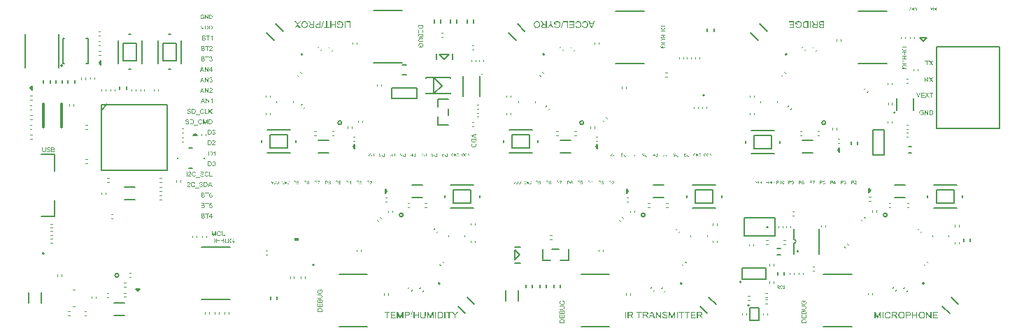
<source format=gto>
%FSLAX24Y24*%
%MOIN*%
G70*
G01*
G75*
G04 Layer_Color=65535*
%ADD10C,0.0080*%
%ADD11C,0.0160*%
%ADD12C,0.0200*%
%ADD13C,0.0300*%
%ADD14C,0.0040*%
%ADD15C,0.0100*%
%ADD16C,0.0120*%
%ADD17C,0.0240*%
%ADD18C,0.0090*%
%ADD19R,0.0200X0.0200*%
%ADD20R,0.0200X0.0200*%
%ADD21C,0.0098*%
%ADD22C,0.0276*%
%ADD23R,0.0236X0.0413*%
%ADD24P,0.0283X4X90.0*%
%ADD25R,0.0940X0.0650*%
%ADD26R,0.0100X0.0270*%
%ADD27R,0.0550X0.0470*%
%ADD28R,0.0160X0.0440*%
G04:AMPARAMS|DCode=29|XSize=20mil|YSize=8mil|CornerRadius=3mil|HoleSize=0mil|Usage=FLASHONLY|Rotation=90.000|XOffset=0mil|YOffset=0mil|HoleType=Round|Shape=RoundedRectangle|*
%AMROUNDEDRECTD29*
21,1,0.0200,0.0020,0,0,90.0*
21,1,0.0140,0.0080,0,0,90.0*
1,1,0.0060,0.0010,0.0070*
1,1,0.0060,0.0010,-0.0070*
1,1,0.0060,-0.0010,-0.0070*
1,1,0.0060,-0.0010,0.0070*
%
%ADD29ROUNDEDRECTD29*%
G04:AMPARAMS|DCode=30|XSize=20mil|YSize=8mil|CornerRadius=3mil|HoleSize=0mil|Usage=FLASHONLY|Rotation=0.000|XOffset=0mil|YOffset=0mil|HoleType=Round|Shape=RoundedRectangle|*
%AMROUNDEDRECTD30*
21,1,0.0200,0.0020,0,0,0.0*
21,1,0.0140,0.0080,0,0,0.0*
1,1,0.0060,0.0070,-0.0010*
1,1,0.0060,-0.0070,-0.0010*
1,1,0.0060,-0.0070,0.0010*
1,1,0.0060,0.0070,0.0010*
%
%ADD30ROUNDEDRECTD30*%
%ADD31R,0.0360X0.0400*%
%ADD32R,0.0340X0.0310*%
%ADD33R,0.0320X0.0280*%
%ADD34R,0.0560X0.0560*%
%ADD35R,0.0480X0.0560*%
%ADD36R,0.0200X0.0400*%
G04:AMPARAMS|DCode=37|XSize=52mil|YSize=63mil|CornerRadius=5.2mil|HoleSize=0mil|Usage=FLASHONLY|Rotation=180.000|XOffset=0mil|YOffset=0mil|HoleType=Round|Shape=RoundedRectangle|*
%AMROUNDEDRECTD37*
21,1,0.0520,0.0526,0,0,180.0*
21,1,0.0416,0.0630,0,0,180.0*
1,1,0.0104,-0.0208,0.0263*
1,1,0.0104,0.0208,0.0263*
1,1,0.0104,0.0208,-0.0263*
1,1,0.0104,-0.0208,-0.0263*
%
%ADD37ROUNDEDRECTD37*%
%ADD38R,0.0400X0.0360*%
%ADD39R,0.0310X0.0340*%
%ADD40R,0.0400X0.0200*%
G04:AMPARAMS|DCode=41|XSize=52mil|YSize=63mil|CornerRadius=5.2mil|HoleSize=0mil|Usage=FLASHONLY|Rotation=315.000|XOffset=0mil|YOffset=0mil|HoleType=Round|Shape=RoundedRectangle|*
%AMROUNDEDRECTD41*
21,1,0.0520,0.0526,0,0,315.0*
21,1,0.0416,0.0630,0,0,315.0*
1,1,0.0104,-0.0039,-0.0333*
1,1,0.0104,-0.0333,-0.0039*
1,1,0.0104,0.0039,0.0333*
1,1,0.0104,0.0333,0.0039*
%
%ADD41ROUNDEDRECTD41*%
G04:AMPARAMS|DCode=42|XSize=52mil|YSize=63mil|CornerRadius=5.2mil|HoleSize=0mil|Usage=FLASHONLY|Rotation=270.000|XOffset=0mil|YOffset=0mil|HoleType=Round|Shape=RoundedRectangle|*
%AMROUNDEDRECTD42*
21,1,0.0520,0.0526,0,0,270.0*
21,1,0.0416,0.0630,0,0,270.0*
1,1,0.0104,-0.0263,-0.0208*
1,1,0.0104,-0.0263,0.0208*
1,1,0.0104,0.0263,0.0208*
1,1,0.0104,0.0263,-0.0208*
%
%ADD42ROUNDEDRECTD42*%
%ADD43R,0.0280X0.0320*%
%ADD44R,0.0100X0.0220*%
G04:AMPARAMS|DCode=45|XSize=22mil|YSize=10mil|CornerRadius=0mil|HoleSize=0mil|Usage=FLASHONLY|Rotation=45.000|XOffset=0mil|YOffset=0mil|HoleType=Round|Shape=Rectangle|*
%AMROTATEDRECTD45*
4,1,4,-0.0042,-0.0113,-0.0113,-0.0042,0.0042,0.0113,0.0113,0.0042,-0.0042,-0.0113,0.0*
%
%ADD45ROTATEDRECTD45*%

%ADD46R,0.1460X0.0480*%
%ADD47R,0.0560X0.0160*%
%ADD48R,0.0750X0.0910*%
%ADD49R,0.0750X0.0710*%
G04:AMPARAMS|DCode=50|XSize=8mil|YSize=28mil|CornerRadius=4mil|HoleSize=0mil|Usage=FLASHONLY|Rotation=270.000|XOffset=0mil|YOffset=0mil|HoleType=Round|Shape=RoundedRectangle|*
%AMROUNDEDRECTD50*
21,1,0.0080,0.0200,0,0,270.0*
21,1,0.0000,0.0280,0,0,270.0*
1,1,0.0080,-0.0100,0.0000*
1,1,0.0080,-0.0100,0.0000*
1,1,0.0080,0.0100,0.0000*
1,1,0.0080,0.0100,0.0000*
%
%ADD50ROUNDEDRECTD50*%
G04:AMPARAMS|DCode=51|XSize=8mil|YSize=28mil|CornerRadius=4mil|HoleSize=0mil|Usage=FLASHONLY|Rotation=180.000|XOffset=0mil|YOffset=0mil|HoleType=Round|Shape=RoundedRectangle|*
%AMROUNDEDRECTD51*
21,1,0.0080,0.0200,0,0,180.0*
21,1,0.0000,0.0280,0,0,180.0*
1,1,0.0080,0.0000,0.0100*
1,1,0.0080,0.0000,0.0100*
1,1,0.0080,0.0000,-0.0100*
1,1,0.0080,0.0000,-0.0100*
%
%ADD51ROUNDEDRECTD51*%
G04:AMPARAMS|DCode=52|XSize=182mil|YSize=182mil|CornerRadius=4.6mil|HoleSize=0mil|Usage=FLASHONLY|Rotation=180.000|XOffset=0mil|YOffset=0mil|HoleType=Round|Shape=RoundedRectangle|*
%AMROUNDEDRECTD52*
21,1,0.1820,0.1729,0,0,180.0*
21,1,0.1729,0.1820,0,0,180.0*
1,1,0.0091,-0.0865,0.0865*
1,1,0.0091,0.0865,0.0865*
1,1,0.0091,0.0865,-0.0865*
1,1,0.0091,-0.0865,-0.0865*
%
%ADD52ROUNDEDRECTD52*%
G04:AMPARAMS|DCode=53|XSize=182mil|YSize=182mil|CornerRadius=4.6mil|HoleSize=0mil|Usage=FLASHONLY|Rotation=135.000|XOffset=0mil|YOffset=0mil|HoleType=Round|Shape=RoundedRectangle|*
%AMROUNDEDRECTD53*
21,1,0.1820,0.1729,0,0,135.0*
21,1,0.1729,0.1820,0,0,135.0*
1,1,0.0091,0.0000,0.1223*
1,1,0.0091,0.1223,0.0000*
1,1,0.0091,0.0000,-0.1223*
1,1,0.0091,-0.1223,0.0000*
%
%ADD53ROUNDEDRECTD53*%
G04:AMPARAMS|DCode=54|XSize=8mil|YSize=28mil|CornerRadius=4mil|HoleSize=0mil|Usage=FLASHONLY|Rotation=135.000|XOffset=0mil|YOffset=0mil|HoleType=Round|Shape=RoundedRectangle|*
%AMROUNDEDRECTD54*
21,1,0.0080,0.0200,0,0,135.0*
21,1,0.0000,0.0280,0,0,135.0*
1,1,0.0080,0.0071,0.0071*
1,1,0.0080,0.0071,0.0071*
1,1,0.0080,-0.0071,-0.0071*
1,1,0.0080,-0.0071,-0.0071*
%
%ADD54ROUNDEDRECTD54*%
G04:AMPARAMS|DCode=55|XSize=8mil|YSize=28mil|CornerRadius=4mil|HoleSize=0mil|Usage=FLASHONLY|Rotation=225.000|XOffset=0mil|YOffset=0mil|HoleType=Round|Shape=RoundedRectangle|*
%AMROUNDEDRECTD55*
21,1,0.0080,0.0200,0,0,225.0*
21,1,0.0000,0.0280,0,0,225.0*
1,1,0.0080,-0.0071,0.0071*
1,1,0.0080,-0.0071,0.0071*
1,1,0.0080,0.0071,-0.0071*
1,1,0.0080,0.0071,-0.0071*
%
%ADD55ROUNDEDRECTD55*%
%ADD56P,0.0283X4X360.0*%
%ADD57R,0.0600X0.0950*%
%ADD58R,0.0240X0.0160*%
G04:AMPARAMS|DCode=59|XSize=14mil|YSize=14mil|CornerRadius=7mil|HoleSize=0mil|Usage=FLASHONLY|Rotation=0.000|XOffset=0mil|YOffset=0mil|HoleType=Round|Shape=RoundedRectangle|*
%AMROUNDEDRECTD59*
21,1,0.0140,0.0000,0,0,0.0*
21,1,0.0000,0.0140,0,0,0.0*
1,1,0.0140,0.0000,0.0000*
1,1,0.0140,0.0000,0.0000*
1,1,0.0140,0.0000,0.0000*
1,1,0.0140,0.0000,0.0000*
%
%ADD59ROUNDEDRECTD59*%
%ADD60R,0.0165X0.0400*%
%ADD61C,0.0236*%
%ADD62R,0.0120X0.0400*%
%ADD63R,0.0480X0.0400*%
%ADD64R,0.0400X0.0480*%
%ADD65R,0.0827X0.0206*%
%ADD66R,0.0394X0.0560*%
%ADD67R,0.0827X0.0354*%
%ADD68R,0.0560X0.0394*%
%ADD69R,0.0206X0.0827*%
%ADD70R,0.0354X0.0827*%
G04:AMPARAMS|DCode=71|XSize=100mil|YSize=35mil|CornerRadius=8.8mil|HoleSize=0mil|Usage=FLASHONLY|Rotation=180.000|XOffset=0mil|YOffset=0mil|HoleType=Round|Shape=RoundedRectangle|*
%AMROUNDEDRECTD71*
21,1,0.1000,0.0175,0,0,180.0*
21,1,0.0825,0.0350,0,0,180.0*
1,1,0.0175,-0.0413,0.0088*
1,1,0.0175,0.0413,0.0088*
1,1,0.0175,0.0413,-0.0088*
1,1,0.0175,-0.0413,-0.0088*
%
%ADD71ROUNDEDRECTD71*%
G04:AMPARAMS|DCode=72|XSize=100mil|YSize=35mil|CornerRadius=8.8mil|HoleSize=0mil|Usage=FLASHONLY|Rotation=90.000|XOffset=0mil|YOffset=0mil|HoleType=Round|Shape=RoundedRectangle|*
%AMROUNDEDRECTD72*
21,1,0.1000,0.0175,0,0,90.0*
21,1,0.0825,0.0350,0,0,90.0*
1,1,0.0175,0.0088,0.0413*
1,1,0.0175,0.0088,-0.0413*
1,1,0.0175,-0.0088,-0.0413*
1,1,0.0175,-0.0088,0.0413*
%
%ADD72ROUNDEDRECTD72*%
%ADD73R,0.0950X0.0300*%
%ADD74R,0.0512X0.0866*%
%ADD75R,0.0512X0.0551*%
%ADD76C,0.0160*%
%ADD77C,0.0630*%
%ADD78C,0.0360*%
%ADD79C,0.0070*%
%ADD80C,0.0060*%
%ADD81C,0.0400*%
%ADD82C,0.0280*%
%ADD83R,0.0520X0.0140*%
%ADD84R,0.0108X0.0250*%
%ADD85R,0.0247X0.0144*%
%ADD86R,0.0230X0.0158*%
%ADD87R,0.0095X0.0038*%
%ADD88R,0.0150X0.0200*%
%ADD89R,0.1410X0.0970*%
%ADD90R,0.0180X0.0170*%
%ADD91C,0.0551*%
%ADD92C,0.0660*%
%ADD93C,0.0160*%
%ADD94C,0.0240*%
%ADD95C,0.0140*%
%ADD96C,0.0480*%
%ADD97C,0.0210*%
%ADD98C,0.0410*%
%ADD99R,0.0250X0.0040*%
G04:AMPARAMS|DCode=100|XSize=700mil|YSize=700mil|CornerRadius=350mil|HoleSize=0mil|Usage=FLASHONLY|Rotation=277.000|XOffset=0mil|YOffset=0mil|HoleType=Round|Shape=RoundedRectangle|*
%AMROUNDEDRECTD100*
21,1,0.7000,0.0000,0,0,277.0*
21,1,0.0000,0.7000,0,0,277.0*
1,1,0.7000,0.0000,0.0000*
1,1,0.7000,0.0000,0.0000*
1,1,0.7000,0.0000,0.0000*
1,1,0.7000,0.0000,0.0000*
%
%ADD100ROUNDEDRECTD100*%
G04:AMPARAMS|DCode=101|XSize=200mil|YSize=110mil|CornerRadius=0mil|HoleSize=0mil|Usage=FLASHONLY|Rotation=277.000|XOffset=0mil|YOffset=0mil|HoleType=Round|Shape=Rectangle|*
%AMROTATEDRECTD101*
4,1,4,-0.0668,0.0926,0.0424,0.1060,0.0668,-0.0926,-0.0424,-0.1060,-0.0668,0.0926,0.0*
%
%ADD101ROTATEDRECTD101*%

%ADD102R,0.0600X0.1340*%
%ADD103R,0.0400X0.1380*%
%ADD104R,0.0750X0.0360*%
%ADD105R,0.0360X0.0750*%
%ADD106R,0.0250X0.0580*%
%ADD107C,0.0050*%
%ADD108R,0.0190X0.0130*%
G36*
X26598Y231D02*
X26550D01*
X26513Y327D01*
X26379D01*
X26344Y231D01*
X26299D01*
X26421Y550D01*
X26467D01*
X26598Y231D01*
D02*
G37*
G36*
X26164Y550D02*
X26168D01*
X26173Y550D01*
X26178Y549D01*
X26188Y548D01*
X26199Y547D01*
X26209Y545D01*
X26214Y543D01*
X26219Y542D01*
X26219D01*
X26219Y541D01*
X26221Y541D01*
X26222Y540D01*
X26226Y538D01*
X26231Y535D01*
X26237Y530D01*
X26243Y525D01*
X26249Y518D01*
X26254Y511D01*
Y511D01*
X26255Y510D01*
X26256Y509D01*
X26256Y507D01*
X26258Y503D01*
X26261Y497D01*
X26263Y490D01*
X26266Y481D01*
X26267Y472D01*
X26268Y463D01*
Y462D01*
Y461D01*
Y459D01*
X26267Y457D01*
X26267Y454D01*
X26266Y451D01*
X26265Y443D01*
X26262Y434D01*
X26258Y424D01*
X26256Y419D01*
X26253Y414D01*
X26249Y410D01*
X26246Y405D01*
X26245Y405D01*
X26245Y404D01*
X26243Y403D01*
X26241Y402D01*
X26239Y400D01*
X26236Y398D01*
X26233Y395D01*
X26229Y393D01*
X26224Y390D01*
X26219Y388D01*
X26214Y385D01*
X26207Y383D01*
X26201Y381D01*
X26194Y379D01*
X26186Y377D01*
X26177Y376D01*
X26178Y375D01*
X26180Y374D01*
X26183Y373D01*
X26187Y371D01*
X26195Y365D01*
X26199Y362D01*
X26203Y360D01*
X26203D01*
X26204Y359D01*
X26206Y357D01*
X26209Y353D01*
X26214Y348D01*
X26220Y342D01*
X26226Y335D01*
X26232Y326D01*
X26238Y317D01*
X26293Y231D01*
X26240D01*
X26198Y297D01*
Y297D01*
X26197Y298D01*
X26196Y300D01*
X26195Y301D01*
X26194Y304D01*
X26192Y307D01*
X26187Y313D01*
X26182Y320D01*
X26177Y327D01*
X26172Y334D01*
X26167Y340D01*
X26167Y341D01*
X26165Y343D01*
X26163Y346D01*
X26160Y349D01*
X26157Y352D01*
X26153Y356D01*
X26149Y359D01*
X26146Y362D01*
X26145Y362D01*
X26144Y363D01*
X26142Y364D01*
X26140Y365D01*
X26137Y367D01*
X26134Y368D01*
X26127Y371D01*
X26126D01*
X26125Y371D01*
X26124D01*
X26121Y372D01*
X26118Y372D01*
X26114D01*
X26109Y372D01*
X26054D01*
Y231D01*
X26012D01*
Y550D01*
X26161D01*
X26164Y550D01*
D02*
G37*
G36*
X27675Y231D02*
X27632D01*
Y550D01*
X27675D01*
Y231D01*
D02*
G37*
G36*
X28251Y513D02*
X28145D01*
Y231D01*
X28103D01*
Y513D01*
X27998D01*
Y550D01*
X28251D01*
Y513D01*
D02*
G37*
G36*
X27978D02*
X27873D01*
Y231D01*
X27830D01*
Y513D01*
X27725D01*
Y550D01*
X27978D01*
Y513D01*
D02*
G37*
G36*
X25967D02*
X25862D01*
Y231D01*
X25820D01*
Y513D01*
X25714D01*
Y550D01*
X25967D01*
Y513D01*
D02*
G37*
G36*
X17082Y366D02*
Y231D01*
X17039D01*
Y366D01*
X16916Y550D01*
X16967D01*
X17030Y454D01*
X17030Y453D01*
X17031Y452D01*
X17032Y451D01*
X17033Y449D01*
X17035Y446D01*
X17036Y444D01*
X17041Y436D01*
X17046Y429D01*
X17051Y419D01*
X17057Y409D01*
X17062Y399D01*
Y400D01*
X17063Y401D01*
X17064Y402D01*
X17065Y404D01*
X17067Y406D01*
X17068Y409D01*
X17070Y412D01*
X17072Y416D01*
X17078Y424D01*
X17084Y434D01*
X17090Y445D01*
X17098Y456D01*
X17160Y550D01*
X17209D01*
X17082Y366D01*
D02*
G37*
G36*
X16037Y231D02*
X15997D01*
Y498D01*
X15903Y231D01*
X15865D01*
X15773Y503D01*
Y231D01*
X15732D01*
Y550D01*
X15795D01*
X15871Y324D01*
Y323D01*
X15871Y322D01*
X15872Y321D01*
X15873Y319D01*
X15873Y316D01*
X15875Y313D01*
X15877Y306D01*
X15879Y298D01*
X15882Y290D01*
X15884Y283D01*
X15886Y276D01*
X15887Y277D01*
X15888Y280D01*
X15889Y284D01*
X15891Y289D01*
X15893Y297D01*
X15896Y305D01*
X15899Y316D01*
X15903Y328D01*
X15980Y550D01*
X16037D01*
Y231D01*
D02*
G37*
G36*
X15340D02*
X15297D01*
Y381D01*
X15132D01*
Y231D01*
X15089D01*
Y550D01*
X15132D01*
Y419D01*
X15297D01*
Y550D01*
X15340D01*
Y231D01*
D02*
G37*
G36*
X25445Y550D02*
X25449D01*
X25453Y550D01*
X25458Y549D01*
X25468Y548D01*
X25479Y547D01*
X25490Y545D01*
X25495Y543D01*
X25499Y542D01*
X25499D01*
X25500Y541D01*
X25501Y541D01*
X25503Y540D01*
X25507Y538D01*
X25512Y535D01*
X25518Y530D01*
X25523Y525D01*
X25529Y518D01*
X25535Y511D01*
Y511D01*
X25535Y510D01*
X25536Y509D01*
X25537Y507D01*
X25539Y503D01*
X25541Y497D01*
X25544Y490D01*
X25546Y481D01*
X25548Y472D01*
X25548Y463D01*
Y462D01*
Y461D01*
Y459D01*
X25548Y457D01*
X25547Y454D01*
X25547Y451D01*
X25545Y443D01*
X25543Y434D01*
X25539Y424D01*
X25536Y419D01*
X25533Y414D01*
X25530Y410D01*
X25526Y405D01*
X25525Y405D01*
X25525Y404D01*
X25523Y403D01*
X25522Y402D01*
X25519Y400D01*
X25516Y398D01*
X25513Y395D01*
X25509Y393D01*
X25505Y390D01*
X25500Y388D01*
X25494Y385D01*
X25488Y383D01*
X25481Y381D01*
X25474Y379D01*
X25466Y377D01*
X25458Y376D01*
X25459Y375D01*
X25461Y374D01*
X25464Y373D01*
X25467Y371D01*
X25476Y365D01*
X25479Y362D01*
X25483Y360D01*
X25483D01*
X25484Y359D01*
X25486Y357D01*
X25490Y353D01*
X25495Y348D01*
X25500Y342D01*
X25506Y335D01*
X25512Y326D01*
X25518Y317D01*
X25574Y231D01*
X25521D01*
X25478Y297D01*
Y297D01*
X25478Y298D01*
X25477Y300D01*
X25476Y301D01*
X25474Y304D01*
X25472Y307D01*
X25468Y313D01*
X25463Y320D01*
X25458Y327D01*
X25453Y334D01*
X25448Y340D01*
X25447Y341D01*
X25446Y343D01*
X25444Y346D01*
X25441Y349D01*
X25437Y352D01*
X25434Y356D01*
X25430Y359D01*
X25426Y362D01*
X25426Y362D01*
X25424Y363D01*
X25423Y364D01*
X25420Y365D01*
X25417Y367D01*
X25414Y368D01*
X25407Y371D01*
X25407D01*
X25406Y371D01*
X25404D01*
X25402Y372D01*
X25398Y372D01*
X25394D01*
X25389Y372D01*
X25335D01*
Y231D01*
X25292D01*
Y550D01*
X25441D01*
X25445Y550D01*
D02*
G37*
G36*
X25217Y231D02*
X25175D01*
Y550D01*
X25217D01*
Y231D01*
D02*
G37*
G36*
X21639Y14289D02*
X21762Y14104D01*
X21711D01*
X21648Y14201D01*
X21647Y14201D01*
X21647Y14202D01*
X21646Y14203D01*
X21645Y14205D01*
X21643Y14208D01*
X21641Y14211D01*
X21637Y14218D01*
X21632Y14226D01*
X21627Y14235D01*
X21621Y14245D01*
X21615Y14255D01*
Y14254D01*
X21614Y14254D01*
X21614Y14252D01*
X21613Y14250D01*
X21611Y14248D01*
X21609Y14245D01*
X21607Y14242D01*
X21605Y14238D01*
X21600Y14230D01*
X21594Y14220D01*
X21587Y14210D01*
X21580Y14198D01*
X21518Y14104D01*
X21468D01*
X21596Y14289D01*
Y14424D01*
X21639D01*
Y14289D01*
D02*
G37*
G36*
X22142Y14098D02*
X22110D01*
X22203Y14429D01*
X22234D01*
X22142Y14098D01*
D02*
G37*
G36*
X22450Y14104D02*
X22407D01*
Y14386D01*
X22250D01*
Y14424D01*
X22450D01*
Y14104D01*
D02*
G37*
G36*
X21931Y14429D02*
X21936D01*
X21941Y14428D01*
X21946Y14428D01*
X21952Y14427D01*
X21958Y14425D01*
X21965Y14424D01*
X21980Y14421D01*
X21994Y14416D01*
X22002Y14413D01*
X22009Y14409D01*
X22010Y14409D01*
X22011Y14408D01*
X22013Y14407D01*
X22015Y14405D01*
X22019Y14403D01*
X22023Y14401D01*
X22026Y14398D01*
X22031Y14394D01*
X22035Y14391D01*
X22040Y14386D01*
X22045Y14381D01*
X22050Y14376D01*
X22055Y14371D01*
X22059Y14364D01*
X22063Y14358D01*
X22067Y14351D01*
Y14351D01*
X22068Y14349D01*
X22069Y14347D01*
X22070Y14344D01*
X22072Y14341D01*
X22073Y14336D01*
X22075Y14331D01*
X22077Y14326D01*
X22079Y14320D01*
X22080Y14313D01*
X22082Y14306D01*
X22084Y14299D01*
X22086Y14283D01*
X22086Y14274D01*
X22087Y14266D01*
Y14265D01*
Y14264D01*
Y14261D01*
X22086Y14258D01*
Y14254D01*
X22086Y14249D01*
X22085Y14243D01*
X22084Y14237D01*
X22083Y14231D01*
X22082Y14224D01*
X22079Y14209D01*
X22074Y14194D01*
X22071Y14186D01*
X22067Y14178D01*
X22067Y14178D01*
X22067Y14177D01*
X22065Y14175D01*
X22064Y14172D01*
X22062Y14168D01*
X22059Y14165D01*
X22056Y14160D01*
X22053Y14156D01*
X22049Y14151D01*
X22045Y14146D01*
X22040Y14141D01*
X22035Y14136D01*
X22024Y14127D01*
X22018Y14122D01*
X22011Y14118D01*
X22011Y14118D01*
X22010Y14118D01*
X22008Y14117D01*
X22005Y14115D01*
X22001Y14114D01*
X21997Y14112D01*
X21992Y14110D01*
X21987Y14108D01*
X21981Y14106D01*
X21974Y14105D01*
X21968Y14103D01*
X21960Y14101D01*
X21944Y14099D01*
X21936Y14099D01*
X21927Y14098D01*
X21921D01*
X21918Y14099D01*
X21914D01*
X21910Y14099D01*
X21906Y14100D01*
X21896Y14101D01*
X21886Y14103D01*
X21875Y14106D01*
X21864Y14110D01*
X21864D01*
X21863Y14111D01*
X21862Y14111D01*
X21859Y14112D01*
X21857Y14113D01*
X21854Y14115D01*
X21848Y14118D01*
X21841Y14123D01*
X21834Y14128D01*
X21827Y14134D01*
X21820Y14141D01*
Y14142D01*
X21820Y14142D01*
X21819Y14143D01*
X21818Y14145D01*
X21816Y14147D01*
X21815Y14149D01*
X21811Y14155D01*
X21807Y14163D01*
X21803Y14172D01*
X21799Y14182D01*
X21796Y14194D01*
X21834Y14204D01*
Y14204D01*
X21834Y14203D01*
X21835Y14202D01*
X21835Y14200D01*
X21837Y14196D01*
X21839Y14190D01*
X21842Y14184D01*
X21844Y14178D01*
X21848Y14171D01*
X21852Y14166D01*
X21852Y14165D01*
X21854Y14163D01*
X21857Y14161D01*
X21860Y14158D01*
X21864Y14154D01*
X21869Y14150D01*
X21876Y14147D01*
X21883Y14143D01*
X21883D01*
X21884Y14143D01*
X21886Y14142D01*
X21890Y14141D01*
X21896Y14139D01*
X21902Y14138D01*
X21909Y14136D01*
X21918Y14135D01*
X21926Y14135D01*
X21931D01*
X21934Y14135D01*
X21937D01*
X21943Y14136D01*
X21951Y14137D01*
X21960Y14138D01*
X21968Y14141D01*
X21977Y14144D01*
X21977D01*
X21978Y14144D01*
X21980Y14145D01*
X21984Y14147D01*
X21989Y14150D01*
X21994Y14153D01*
X22000Y14157D01*
X22006Y14162D01*
X22011Y14167D01*
X22011Y14168D01*
X22013Y14170D01*
X22015Y14173D01*
X22018Y14176D01*
X22021Y14181D01*
X22025Y14186D01*
X22028Y14193D01*
X22031Y14199D01*
Y14199D01*
X22031Y14200D01*
X22032Y14202D01*
X22033Y14204D01*
X22034Y14207D01*
X22035Y14210D01*
X22036Y14214D01*
X22037Y14218D01*
X22039Y14227D01*
X22041Y14238D01*
X22043Y14250D01*
X22043Y14263D01*
Y14264D01*
Y14265D01*
Y14267D01*
X22043Y14270D01*
Y14274D01*
X22042Y14278D01*
X22042Y14283D01*
X22041Y14288D01*
X22039Y14299D01*
X22037Y14311D01*
X22033Y14324D01*
X22028Y14335D01*
Y14335D01*
X22028Y14336D01*
X22027Y14338D01*
X22025Y14339D01*
X22024Y14342D01*
X22022Y14345D01*
X22018Y14351D01*
X22012Y14358D01*
X22004Y14365D01*
X21996Y14372D01*
X21986Y14378D01*
X21986D01*
X21985Y14378D01*
X21983Y14379D01*
X21981Y14380D01*
X21978Y14381D01*
X21975Y14382D01*
X21972Y14383D01*
X21968Y14384D01*
X21959Y14387D01*
X21949Y14389D01*
X21938Y14391D01*
X21926Y14391D01*
X21921D01*
X21919Y14391D01*
X21916D01*
X21909Y14390D01*
X21901Y14389D01*
X21892Y14387D01*
X21882Y14384D01*
X21872Y14381D01*
X21872D01*
X21871Y14381D01*
X21870Y14380D01*
X21868Y14379D01*
X21863Y14377D01*
X21857Y14374D01*
X21851Y14371D01*
X21844Y14367D01*
X21838Y14363D01*
X21832Y14358D01*
Y14299D01*
X21926D01*
Y14261D01*
X21791D01*
Y14380D01*
X21791Y14380D01*
X21792Y14381D01*
X21794Y14382D01*
X21796Y14384D01*
X21799Y14386D01*
X21802Y14388D01*
X21806Y14391D01*
X21810Y14393D01*
X21820Y14400D01*
X21831Y14405D01*
X21843Y14412D01*
X21855Y14417D01*
X21856D01*
X21857Y14417D01*
X21859Y14418D01*
X21861Y14419D01*
X21864Y14420D01*
X21868Y14420D01*
X21872Y14422D01*
X21876Y14423D01*
X21886Y14425D01*
X21898Y14427D01*
X21911Y14429D01*
X21924Y14429D01*
X21928D01*
X21931Y14429D01*
D02*
G37*
G36*
X22745Y14104D02*
X22514D01*
Y14142D01*
X22703D01*
Y14239D01*
X22526D01*
Y14277D01*
X22703D01*
Y14386D01*
X22507D01*
Y14424D01*
X22745D01*
Y14104D01*
D02*
G37*
G36*
X20975Y14429D02*
X20980Y14428D01*
X20984Y14428D01*
X20989Y14428D01*
X20995Y14426D01*
X21007Y14424D01*
X21021Y14420D01*
X21028Y14418D01*
X21035Y14415D01*
X21042Y14411D01*
X21049Y14408D01*
X21049Y14407D01*
X21050Y14407D01*
X21052Y14405D01*
X21054Y14403D01*
X21057Y14401D01*
X21061Y14399D01*
X21064Y14396D01*
X21069Y14392D01*
X21073Y14388D01*
X21077Y14383D01*
X21082Y14378D01*
X21086Y14373D01*
X21095Y14361D01*
X21102Y14348D01*
Y14348D01*
X21103Y14346D01*
X21104Y14344D01*
X21105Y14341D01*
X21107Y14338D01*
X21108Y14334D01*
X21110Y14329D01*
X21111Y14324D01*
X21113Y14318D01*
X21115Y14312D01*
X21118Y14299D01*
X21120Y14284D01*
X21120Y14276D01*
X21121Y14268D01*
Y14268D01*
Y14267D01*
Y14266D01*
Y14265D01*
X21120Y14261D01*
X21120Y14255D01*
X21119Y14248D01*
X21119Y14241D01*
X21117Y14232D01*
X21115Y14223D01*
X21113Y14213D01*
X21110Y14203D01*
X21107Y14193D01*
X21103Y14182D01*
X21098Y14172D01*
X21092Y14162D01*
X21086Y14153D01*
X21078Y14144D01*
X21078Y14143D01*
X21076Y14142D01*
X21074Y14140D01*
X21070Y14137D01*
X21066Y14133D01*
X21061Y14129D01*
X21055Y14126D01*
X21048Y14121D01*
X21041Y14117D01*
X21032Y14113D01*
X21023Y14109D01*
X21013Y14106D01*
X21003Y14103D01*
X20992Y14101D01*
X20980Y14099D01*
X20968Y14098D01*
X20963D01*
X20960Y14099D01*
X20956Y14099D01*
X20952Y14100D01*
X20947Y14100D01*
X20941Y14101D01*
X20929Y14103D01*
X20916Y14107D01*
X20908Y14110D01*
X20902Y14113D01*
X20895Y14116D01*
X20888Y14120D01*
X20888Y14120D01*
X20886Y14121D01*
X20885Y14122D01*
X20882Y14123D01*
X20879Y14126D01*
X20876Y14128D01*
X20872Y14131D01*
X20868Y14135D01*
X20864Y14139D01*
X20859Y14143D01*
X20854Y14148D01*
X20850Y14153D01*
X20846Y14159D01*
X20842Y14165D01*
X20834Y14179D01*
X20833Y14179D01*
X20833Y14180D01*
X20832Y14183D01*
X20831Y14185D01*
X20829Y14189D01*
X20828Y14193D01*
X20826Y14198D01*
X20824Y14204D01*
X20822Y14210D01*
X20821Y14216D01*
X20819Y14223D01*
X20818Y14231D01*
X20816Y14247D01*
X20815Y14256D01*
Y14264D01*
Y14265D01*
Y14267D01*
Y14269D01*
X20815Y14273D01*
Y14277D01*
X20816Y14282D01*
X20817Y14287D01*
X20817Y14294D01*
X20819Y14300D01*
X20820Y14307D01*
X20823Y14322D01*
X20828Y14337D01*
X20832Y14344D01*
X20835Y14352D01*
X20835Y14352D01*
X20836Y14353D01*
X20837Y14356D01*
X20839Y14358D01*
X20841Y14361D01*
X20843Y14365D01*
X20846Y14369D01*
X20849Y14373D01*
X20853Y14378D01*
X20857Y14383D01*
X20866Y14392D01*
X20878Y14402D01*
X20884Y14406D01*
X20891Y14410D01*
X20891D01*
X20892Y14410D01*
X20894Y14411D01*
X20897Y14413D01*
X20900Y14414D01*
X20904Y14416D01*
X20908Y14418D01*
X20913Y14419D01*
X20919Y14421D01*
X20925Y14423D01*
X20938Y14426D01*
X20953Y14428D01*
X20960Y14429D01*
X20968Y14429D01*
X20973D01*
X20975Y14429D01*
D02*
G37*
G36*
X28746Y550D02*
X28749D01*
X28754Y550D01*
X28759Y549D01*
X28769Y548D01*
X28780Y547D01*
X28791Y545D01*
X28796Y543D01*
X28800Y542D01*
X28800D01*
X28801Y541D01*
X28802Y541D01*
X28804Y540D01*
X28808Y538D01*
X28813Y535D01*
X28819Y530D01*
X28824Y525D01*
X28830Y518D01*
X28836Y511D01*
Y511D01*
X28836Y510D01*
X28837Y509D01*
X28838Y507D01*
X28840Y503D01*
X28842Y497D01*
X28845Y490D01*
X28847Y481D01*
X28849Y472D01*
X28849Y463D01*
Y462D01*
Y461D01*
Y459D01*
X28849Y457D01*
X28848Y454D01*
X28848Y451D01*
X28846Y443D01*
X28844Y434D01*
X28840Y424D01*
X28837Y419D01*
X28834Y414D01*
X28831Y410D01*
X28827Y405D01*
X28826Y405D01*
X28826Y404D01*
X28824Y403D01*
X28823Y402D01*
X28820Y400D01*
X28817Y398D01*
X28814Y395D01*
X28810Y393D01*
X28806Y390D01*
X28801Y388D01*
X28795Y385D01*
X28789Y383D01*
X28782Y381D01*
X28775Y379D01*
X28767Y377D01*
X28759Y376D01*
X28759Y375D01*
X28762Y374D01*
X28764Y373D01*
X28768Y371D01*
X28777Y365D01*
X28780Y362D01*
X28784Y360D01*
X28784D01*
X28785Y359D01*
X28787Y357D01*
X28791Y353D01*
X28796Y348D01*
X28801Y342D01*
X28807Y335D01*
X28813Y326D01*
X28819Y317D01*
X28875Y231D01*
X28821D01*
X28779Y297D01*
Y297D01*
X28779Y298D01*
X28778Y300D01*
X28777Y301D01*
X28775Y304D01*
X28773Y307D01*
X28769Y313D01*
X28764Y320D01*
X28759Y327D01*
X28754Y334D01*
X28749Y340D01*
X28748Y341D01*
X28747Y343D01*
X28744Y346D01*
X28742Y349D01*
X28738Y352D01*
X28735Y356D01*
X28731Y359D01*
X28727Y362D01*
X28727Y362D01*
X28725Y363D01*
X28724Y364D01*
X28721Y365D01*
X28718Y367D01*
X28715Y368D01*
X28708Y371D01*
X28707D01*
X28707Y371D01*
X28705D01*
X28702Y372D01*
X28699Y372D01*
X28695D01*
X28690Y372D01*
X28636D01*
Y231D01*
X28593D01*
Y550D01*
X28742D01*
X28746Y550D01*
D02*
G37*
G36*
X28527Y513D02*
X28338D01*
Y415D01*
X28514D01*
Y377D01*
X28338D01*
Y268D01*
X28534D01*
Y231D01*
X28296D01*
Y550D01*
X28527D01*
Y513D01*
D02*
G37*
G36*
X27557Y231D02*
X27516D01*
Y498D01*
X27422Y231D01*
X27385D01*
X27292Y503D01*
Y231D01*
X27251D01*
Y550D01*
X27315D01*
X27390Y324D01*
Y323D01*
X27391Y322D01*
X27391Y321D01*
X27392Y319D01*
X27393Y316D01*
X27394Y313D01*
X27396Y306D01*
X27399Y298D01*
X27401Y290D01*
X27404Y283D01*
X27406Y276D01*
X27406Y277D01*
X27407Y280D01*
X27408Y284D01*
X27410Y289D01*
X27412Y297D01*
X27415Y305D01*
X27419Y316D01*
X27423Y328D01*
X27500Y550D01*
X27557D01*
Y231D01*
D02*
G37*
G36*
X27074Y555D02*
X27078D01*
X27082Y555D01*
X27086Y555D01*
X27096Y553D01*
X27106Y551D01*
X27117Y548D01*
X27128Y544D01*
X27128D01*
X27129Y544D01*
X27130Y543D01*
X27132Y542D01*
X27137Y539D01*
X27143Y535D01*
X27150Y531D01*
X27157Y525D01*
X27164Y518D01*
X27170Y510D01*
Y510D01*
X27170Y509D01*
X27171Y508D01*
X27172Y506D01*
X27173Y504D01*
X27174Y502D01*
X27177Y496D01*
X27180Y488D01*
X27182Y480D01*
X27185Y470D01*
X27185Y460D01*
X27145Y457D01*
Y458D01*
Y459D01*
X27144Y460D01*
X27144Y462D01*
X27143Y465D01*
X27142Y468D01*
X27140Y474D01*
X27137Y481D01*
X27134Y489D01*
X27129Y496D01*
X27122Y503D01*
X27121Y503D01*
X27120Y504D01*
X27119Y505D01*
X27117Y506D01*
X27114Y508D01*
X27111Y509D01*
X27108Y511D01*
X27105Y512D01*
X27100Y513D01*
X27096Y514D01*
X27091Y516D01*
X27085Y517D01*
X27080Y517D01*
X27073Y518D01*
X27061D01*
X27057Y518D01*
X27054Y517D01*
X27046Y516D01*
X27036Y515D01*
X27027Y512D01*
X27019Y508D01*
X27014Y506D01*
X27011Y504D01*
X27010Y503D01*
X27008Y501D01*
X27006Y498D01*
X27002Y494D01*
X26999Y489D01*
X26996Y483D01*
X26994Y477D01*
X26994Y470D01*
Y469D01*
Y467D01*
X26994Y464D01*
X26995Y460D01*
X26996Y455D01*
X26999Y451D01*
X27001Y446D01*
X27006Y441D01*
X27006Y441D01*
X27007Y440D01*
X27009Y440D01*
X27010Y439D01*
X27012Y437D01*
X27015Y436D01*
X27018Y435D01*
X27022Y433D01*
X27027Y431D01*
X27032Y429D01*
X27038Y427D01*
X27044Y425D01*
X27052Y423D01*
X27060Y421D01*
X27069Y419D01*
X27070D01*
X27071Y419D01*
X27074Y418D01*
X27078Y417D01*
X27082Y416D01*
X27087Y415D01*
X27092Y414D01*
X27098Y412D01*
X27109Y409D01*
X27121Y406D01*
X27126Y404D01*
X27132Y402D01*
X27136Y400D01*
X27140Y399D01*
X27140D01*
X27141Y398D01*
X27142Y397D01*
X27145Y396D01*
X27150Y394D01*
X27156Y390D01*
X27162Y385D01*
X27169Y379D01*
X27176Y373D01*
X27181Y366D01*
Y365D01*
X27182Y365D01*
X27182Y364D01*
X27183Y362D01*
X27185Y358D01*
X27188Y353D01*
X27191Y346D01*
X27193Y338D01*
X27194Y330D01*
X27195Y320D01*
Y320D01*
Y319D01*
Y318D01*
X27194Y316D01*
Y314D01*
X27194Y311D01*
X27193Y305D01*
X27191Y298D01*
X27189Y290D01*
X27185Y281D01*
X27180Y273D01*
Y272D01*
X27179Y272D01*
X27178Y270D01*
X27177Y269D01*
X27174Y265D01*
X27169Y260D01*
X27163Y254D01*
X27156Y248D01*
X27147Y243D01*
X27138Y238D01*
X27137D01*
X27137Y237D01*
X27135Y236D01*
X27133Y236D01*
X27130Y235D01*
X27128Y234D01*
X27124Y233D01*
X27120Y231D01*
X27111Y229D01*
X27101Y227D01*
X27089Y226D01*
X27077Y225D01*
X27073D01*
X27070Y226D01*
X27066D01*
X27061Y226D01*
X27057Y226D01*
X27051Y227D01*
X27040Y228D01*
X27028Y231D01*
X27016Y233D01*
X27004Y238D01*
X27004D01*
X27003Y238D01*
X27001Y239D01*
X26999Y240D01*
X26997Y241D01*
X26994Y243D01*
X26987Y247D01*
X26980Y253D01*
X26972Y259D01*
X26965Y267D01*
X26958Y276D01*
Y276D01*
X26957Y277D01*
X26957Y278D01*
X26956Y280D01*
X26954Y283D01*
X26953Y285D01*
X26952Y289D01*
X26950Y293D01*
X26947Y301D01*
X26944Y311D01*
X26942Y322D01*
X26941Y334D01*
X26981Y337D01*
Y337D01*
Y336D01*
X26981Y335D01*
Y333D01*
X26982Y329D01*
X26983Y323D01*
X26985Y317D01*
X26987Y310D01*
X26990Y303D01*
X26994Y297D01*
X26994Y296D01*
X26996Y295D01*
X26998Y292D01*
X27001Y288D01*
X27006Y284D01*
X27011Y280D01*
X27018Y276D01*
X27026Y272D01*
X27026D01*
X27026Y272D01*
X27028Y271D01*
X27029Y271D01*
X27031Y270D01*
X27034Y269D01*
X27040Y268D01*
X27047Y266D01*
X27056Y264D01*
X27065Y263D01*
X27075Y263D01*
X27079D01*
X27083Y263D01*
X27089Y264D01*
X27095Y265D01*
X27103Y266D01*
X27110Y268D01*
X27117Y270D01*
X27118D01*
X27118Y270D01*
X27120Y271D01*
X27123Y273D01*
X27128Y275D01*
X27132Y278D01*
X27137Y281D01*
X27141Y285D01*
X27145Y290D01*
X27145Y290D01*
X27146Y292D01*
X27148Y295D01*
X27150Y298D01*
X27151Y302D01*
X27153Y307D01*
X27154Y312D01*
X27154Y317D01*
Y318D01*
Y320D01*
X27154Y322D01*
X27153Y326D01*
X27152Y330D01*
X27150Y335D01*
X27148Y339D01*
X27145Y343D01*
X27145Y344D01*
X27143Y345D01*
X27141Y347D01*
X27138Y350D01*
X27134Y353D01*
X27129Y356D01*
X27123Y359D01*
X27116Y362D01*
X27115Y362D01*
X27114Y363D01*
X27112Y364D01*
X27110Y364D01*
X27108Y365D01*
X27104Y366D01*
X27101Y367D01*
X27097Y368D01*
X27092Y369D01*
X27087Y371D01*
X27081Y372D01*
X27074Y374D01*
X27067Y375D01*
X27059Y377D01*
X27059D01*
X27057Y378D01*
X27055Y379D01*
X27052Y379D01*
X27048Y380D01*
X27045Y381D01*
X27035Y384D01*
X27025Y387D01*
X27015Y391D01*
X27006Y394D01*
X27001Y396D01*
X26998Y398D01*
X26997D01*
X26997Y398D01*
X26996Y399D01*
X26994Y400D01*
X26990Y402D01*
X26985Y406D01*
X26979Y410D01*
X26974Y415D01*
X26968Y421D01*
X26964Y427D01*
Y428D01*
X26963Y428D01*
X26962Y431D01*
X26960Y434D01*
X26958Y439D01*
X26956Y445D01*
X26954Y452D01*
X26953Y459D01*
X26953Y467D01*
Y468D01*
Y468D01*
Y470D01*
X26953Y471D01*
X26954Y476D01*
X26954Y482D01*
X26956Y489D01*
X26959Y497D01*
X26962Y505D01*
X26967Y513D01*
Y513D01*
X26967Y513D01*
X26969Y516D01*
X26972Y520D01*
X26976Y525D01*
X26982Y530D01*
X26989Y535D01*
X26997Y540D01*
X27006Y545D01*
X27007D01*
X27008Y545D01*
X27009Y546D01*
X27011Y546D01*
X27014Y547D01*
X27016Y548D01*
X27020Y549D01*
X27024Y550D01*
X27032Y552D01*
X27042Y554D01*
X27053Y555D01*
X27065Y556D01*
X27071D01*
X27074Y555D01*
D02*
G37*
G36*
X26884Y231D02*
X26840D01*
X26672Y481D01*
Y231D01*
X26632D01*
Y550D01*
X26675D01*
X26843Y299D01*
Y550D01*
X26884D01*
Y231D01*
D02*
G37*
G36*
X14598D02*
X14557D01*
Y498D01*
X14463Y231D01*
X14425D01*
X14333Y503D01*
Y231D01*
X14292D01*
Y550D01*
X14355D01*
X14431Y324D01*
Y323D01*
X14432Y322D01*
X14432Y321D01*
X14433Y319D01*
X14434Y316D01*
X14435Y313D01*
X14437Y306D01*
X14440Y298D01*
X14442Y290D01*
X14445Y283D01*
X14447Y276D01*
X14447Y277D01*
X14448Y280D01*
X14449Y284D01*
X14451Y289D01*
X14453Y297D01*
X14456Y305D01*
X14459Y316D01*
X14464Y328D01*
X14541Y550D01*
X14598D01*
Y231D01*
D02*
G37*
G36*
X38684Y550D02*
X38691Y550D01*
X38700Y549D01*
X38708Y548D01*
X38714Y547D01*
X38715D01*
X38716Y547D01*
X38718Y546D01*
X38723Y545D01*
X38728Y544D01*
X38734Y542D01*
X38740Y539D01*
X38747Y536D01*
X38753Y532D01*
X38754Y532D01*
X38756Y530D01*
X38759Y528D01*
X38762Y524D01*
X38767Y520D01*
X38771Y515D01*
X38775Y508D01*
X38779Y501D01*
Y501D01*
X38780Y501D01*
X38780Y499D01*
X38781Y498D01*
X38782Y494D01*
X38784Y488D01*
X38786Y482D01*
X38787Y474D01*
X38789Y466D01*
X38789Y458D01*
Y457D01*
Y456D01*
Y454D01*
X38789Y451D01*
X38788Y447D01*
X38788Y443D01*
X38787Y439D01*
X38786Y434D01*
X38783Y423D01*
X38781Y417D01*
X38778Y412D01*
X38775Y406D01*
X38772Y400D01*
X38767Y394D01*
X38763Y389D01*
X38762Y388D01*
X38762Y387D01*
X38760Y386D01*
X38758Y384D01*
X38755Y382D01*
X38751Y380D01*
X38747Y377D01*
X38742Y374D01*
X38735Y372D01*
X38729Y369D01*
X38721Y367D01*
X38713Y365D01*
X38703Y363D01*
X38693Y362D01*
X38681Y361D01*
X38669Y360D01*
X38588D01*
Y231D01*
X38545D01*
Y550D01*
X38677D01*
X38684Y550D01*
D02*
G37*
G36*
X38028D02*
X38032D01*
X38037Y550D01*
X38042Y549D01*
X38052Y548D01*
X38063Y547D01*
X38073Y545D01*
X38078Y543D01*
X38082Y542D01*
X38083D01*
X38083Y541D01*
X38084Y541D01*
X38086Y540D01*
X38090Y538D01*
X38095Y535D01*
X38101Y530D01*
X38107Y525D01*
X38113Y518D01*
X38118Y511D01*
Y511D01*
X38119Y510D01*
X38119Y509D01*
X38120Y507D01*
X38122Y503D01*
X38125Y497D01*
X38127Y490D01*
X38129Y481D01*
X38131Y472D01*
X38131Y463D01*
Y462D01*
Y461D01*
Y459D01*
X38131Y457D01*
X38131Y454D01*
X38130Y451D01*
X38128Y443D01*
X38126Y434D01*
X38122Y424D01*
X38120Y419D01*
X38117Y414D01*
X38113Y410D01*
X38109Y405D01*
X38109Y405D01*
X38109Y404D01*
X38107Y403D01*
X38105Y402D01*
X38103Y400D01*
X38100Y398D01*
X38096Y395D01*
X38093Y393D01*
X38088Y390D01*
X38083Y388D01*
X38077Y385D01*
X38071Y383D01*
X38064Y381D01*
X38057Y379D01*
X38049Y377D01*
X38041Y376D01*
X38042Y375D01*
X38044Y374D01*
X38047Y373D01*
X38051Y371D01*
X38059Y365D01*
X38063Y362D01*
X38067Y360D01*
X38067D01*
X38067Y359D01*
X38070Y357D01*
X38073Y353D01*
X38078Y348D01*
X38084Y342D01*
X38089Y335D01*
X38096Y326D01*
X38102Y317D01*
X38157Y231D01*
X38104D01*
X38062Y297D01*
Y297D01*
X38061Y298D01*
X38060Y300D01*
X38059Y301D01*
X38057Y304D01*
X38055Y307D01*
X38051Y313D01*
X38046Y320D01*
X38041Y327D01*
X38036Y334D01*
X38031Y340D01*
X38031Y341D01*
X38029Y343D01*
X38027Y346D01*
X38024Y349D01*
X38021Y352D01*
X38017Y356D01*
X38013Y359D01*
X38010Y362D01*
X38009Y362D01*
X38008Y363D01*
X38006Y364D01*
X38004Y365D01*
X38001Y367D01*
X37997Y368D01*
X37990Y371D01*
X37990D01*
X37989Y371D01*
X37987D01*
X37985Y372D01*
X37982Y372D01*
X37977D01*
X37973Y372D01*
X37918D01*
Y231D01*
X37876D01*
Y550D01*
X38024D01*
X38028Y550D01*
D02*
G37*
G36*
X40068Y513D02*
X39879D01*
Y415D01*
X40056D01*
Y377D01*
X39879D01*
Y268D01*
X40075D01*
Y231D01*
X39837D01*
Y550D01*
X40068D01*
Y513D01*
D02*
G37*
G36*
X39765Y231D02*
X39721D01*
X39554Y481D01*
Y231D01*
X39513D01*
Y550D01*
X39556D01*
X39724Y299D01*
Y550D01*
X39765D01*
Y231D01*
D02*
G37*
G36*
X37360D02*
X37319D01*
Y498D01*
X37226Y231D01*
X37188D01*
X37096Y503D01*
Y231D01*
X37055D01*
Y550D01*
X37118D01*
X37194Y324D01*
Y323D01*
X37194Y322D01*
X37195Y321D01*
X37195Y319D01*
X37196Y316D01*
X37197Y313D01*
X37200Y306D01*
X37202Y298D01*
X37205Y290D01*
X37207Y283D01*
X37209Y276D01*
X37210Y277D01*
X37210Y280D01*
X37212Y284D01*
X37213Y289D01*
X37216Y297D01*
X37219Y305D01*
X37222Y316D01*
X37226Y328D01*
X37303Y550D01*
X37360D01*
Y231D01*
D02*
G37*
G36*
X37478D02*
X37435D01*
Y550D01*
X37478D01*
Y231D01*
D02*
G37*
G36*
X33431Y14429D02*
X33435D01*
X33440Y14428D01*
X33446Y14428D01*
X33452Y14427D01*
X33458Y14425D01*
X33465Y14424D01*
X33480Y14421D01*
X33494Y14416D01*
X33502Y14413D01*
X33509Y14409D01*
X33510Y14409D01*
X33511Y14408D01*
X33513Y14407D01*
X33515Y14405D01*
X33519Y14403D01*
X33522Y14401D01*
X33526Y14398D01*
X33531Y14394D01*
X33535Y14391D01*
X33540Y14386D01*
X33545Y14381D01*
X33549Y14376D01*
X33554Y14371D01*
X33559Y14364D01*
X33563Y14358D01*
X33567Y14351D01*
Y14351D01*
X33568Y14349D01*
X33569Y14347D01*
X33570Y14344D01*
X33572Y14341D01*
X33573Y14336D01*
X33575Y14331D01*
X33577Y14326D01*
X33579Y14320D01*
X33580Y14313D01*
X33582Y14306D01*
X33584Y14299D01*
X33586Y14283D01*
X33586Y14274D01*
X33586Y14266D01*
Y14265D01*
Y14264D01*
Y14261D01*
X33586Y14258D01*
Y14254D01*
X33586Y14249D01*
X33585Y14243D01*
X33584Y14237D01*
X33583Y14231D01*
X33582Y14224D01*
X33579Y14209D01*
X33574Y14194D01*
X33571Y14186D01*
X33567Y14178D01*
X33567Y14178D01*
X33567Y14177D01*
X33565Y14175D01*
X33564Y14172D01*
X33562Y14168D01*
X33559Y14165D01*
X33556Y14160D01*
X33553Y14156D01*
X33549Y14151D01*
X33545Y14146D01*
X33540Y14141D01*
X33535Y14136D01*
X33524Y14127D01*
X33518Y14122D01*
X33511Y14118D01*
X33511Y14118D01*
X33510Y14118D01*
X33507Y14117D01*
X33505Y14115D01*
X33501Y14114D01*
X33497Y14112D01*
X33492Y14110D01*
X33487Y14108D01*
X33481Y14106D01*
X33474Y14105D01*
X33468Y14103D01*
X33460Y14101D01*
X33444Y14099D01*
X33435Y14099D01*
X33427Y14098D01*
X33421D01*
X33418Y14099D01*
X33414D01*
X33410Y14099D01*
X33406Y14100D01*
X33396Y14101D01*
X33386Y14103D01*
X33375Y14106D01*
X33364Y14110D01*
X33364D01*
X33363Y14111D01*
X33361Y14111D01*
X33359Y14112D01*
X33357Y14113D01*
X33354Y14115D01*
X33348Y14118D01*
X33341Y14123D01*
X33334Y14128D01*
X33326Y14134D01*
X33320Y14141D01*
Y14142D01*
X33319Y14142D01*
X33319Y14143D01*
X33318Y14145D01*
X33316Y14147D01*
X33315Y14149D01*
X33311Y14155D01*
X33307Y14163D01*
X33303Y14172D01*
X33299Y14182D01*
X33296Y14194D01*
X33334Y14204D01*
Y14204D01*
X33334Y14203D01*
X33335Y14202D01*
X33335Y14200D01*
X33337Y14196D01*
X33339Y14190D01*
X33341Y14184D01*
X33344Y14178D01*
X33348Y14171D01*
X33352Y14166D01*
X33352Y14165D01*
X33354Y14163D01*
X33356Y14161D01*
X33360Y14158D01*
X33364Y14154D01*
X33369Y14150D01*
X33376Y14147D01*
X33383Y14143D01*
X33383D01*
X33383Y14143D01*
X33386Y14142D01*
X33390Y14141D01*
X33396Y14139D01*
X33402Y14138D01*
X33409Y14136D01*
X33418Y14135D01*
X33426Y14135D01*
X33431D01*
X33434Y14135D01*
X33437D01*
X33443Y14136D01*
X33451Y14137D01*
X33460Y14138D01*
X33468Y14141D01*
X33477Y14144D01*
X33477D01*
X33478Y14144D01*
X33480Y14145D01*
X33484Y14147D01*
X33489Y14150D01*
X33494Y14153D01*
X33500Y14157D01*
X33506Y14162D01*
X33511Y14167D01*
X33511Y14168D01*
X33513Y14170D01*
X33515Y14173D01*
X33518Y14176D01*
X33521Y14181D01*
X33525Y14186D01*
X33528Y14193D01*
X33531Y14199D01*
Y14199D01*
X33531Y14200D01*
X33532Y14202D01*
X33532Y14204D01*
X33534Y14207D01*
X33535Y14210D01*
X33536Y14214D01*
X33537Y14218D01*
X33539Y14227D01*
X33541Y14238D01*
X33542Y14250D01*
X33543Y14263D01*
Y14264D01*
Y14265D01*
Y14267D01*
X33542Y14270D01*
Y14274D01*
X33542Y14278D01*
X33542Y14283D01*
X33541Y14288D01*
X33539Y14299D01*
X33537Y14311D01*
X33533Y14324D01*
X33528Y14335D01*
Y14335D01*
X33527Y14336D01*
X33527Y14338D01*
X33525Y14339D01*
X33524Y14342D01*
X33522Y14345D01*
X33517Y14351D01*
X33512Y14358D01*
X33504Y14365D01*
X33496Y14372D01*
X33486Y14378D01*
X33485D01*
X33485Y14378D01*
X33483Y14379D01*
X33481Y14380D01*
X33478Y14381D01*
X33475Y14382D01*
X33472Y14383D01*
X33468Y14384D01*
X33459Y14387D01*
X33449Y14389D01*
X33438Y14391D01*
X33426Y14391D01*
X33421D01*
X33419Y14391D01*
X33416D01*
X33409Y14390D01*
X33401Y14389D01*
X33392Y14387D01*
X33382Y14384D01*
X33372Y14381D01*
X33372D01*
X33371Y14381D01*
X33370Y14380D01*
X33368Y14379D01*
X33363Y14377D01*
X33357Y14374D01*
X33351Y14371D01*
X33344Y14367D01*
X33338Y14363D01*
X33332Y14358D01*
Y14299D01*
X33426D01*
Y14261D01*
X33291D01*
Y14380D01*
X33291Y14380D01*
X33292Y14381D01*
X33294Y14382D01*
X33296Y14384D01*
X33299Y14386D01*
X33302Y14388D01*
X33306Y14391D01*
X33310Y14393D01*
X33320Y14400D01*
X33331Y14405D01*
X33343Y14412D01*
X33355Y14417D01*
X33356D01*
X33357Y14417D01*
X33359Y14418D01*
X33361Y14419D01*
X33364Y14420D01*
X33368Y14420D01*
X33372Y14422D01*
X33376Y14423D01*
X33386Y14425D01*
X33398Y14427D01*
X33411Y14429D01*
X33423Y14429D01*
X33428D01*
X33431Y14429D01*
D02*
G37*
G36*
X34645Y14104D02*
X34519D01*
X34516Y14104D01*
X34512D01*
X34504Y14105D01*
X34495Y14106D01*
X34485Y14108D01*
X34475Y14111D01*
X34466Y14114D01*
X34466D01*
X34466Y14114D01*
X34464Y14115D01*
X34463Y14116D01*
X34459Y14118D01*
X34454Y14121D01*
X34448Y14126D01*
X34443Y14131D01*
X34437Y14137D01*
X34432Y14144D01*
Y14144D01*
X34431Y14145D01*
X34430Y14147D01*
X34428Y14151D01*
X34425Y14157D01*
X34423Y14163D01*
X34421Y14170D01*
X34419Y14178D01*
X34419Y14186D01*
Y14186D01*
Y14187D01*
Y14188D01*
Y14189D01*
X34419Y14193D01*
X34420Y14198D01*
X34422Y14205D01*
X34423Y14211D01*
X34426Y14218D01*
X34430Y14225D01*
X34431Y14226D01*
X34432Y14228D01*
X34435Y14231D01*
X34438Y14235D01*
X34443Y14240D01*
X34449Y14245D01*
X34456Y14250D01*
X34464Y14254D01*
X34463D01*
X34463Y14254D01*
X34461Y14254D01*
X34459Y14255D01*
X34457Y14256D01*
X34454Y14257D01*
X34447Y14261D01*
X34440Y14265D01*
X34433Y14270D01*
X34426Y14276D01*
X34419Y14283D01*
Y14284D01*
X34418Y14284D01*
X34418Y14285D01*
X34417Y14287D01*
X34414Y14291D01*
X34411Y14297D01*
X34409Y14304D01*
X34406Y14312D01*
X34404Y14321D01*
X34404Y14331D01*
Y14332D01*
Y14332D01*
Y14334D01*
Y14335D01*
X34404Y14339D01*
X34405Y14345D01*
X34406Y14351D01*
X34408Y14358D01*
X34410Y14366D01*
X34413Y14373D01*
X34414Y14374D01*
X34415Y14376D01*
X34417Y14380D01*
X34420Y14384D01*
X34423Y14389D01*
X34427Y14394D01*
X34432Y14398D01*
X34437Y14403D01*
X34437Y14403D01*
X34439Y14405D01*
X34442Y14407D01*
X34446Y14409D01*
X34451Y14411D01*
X34457Y14414D01*
X34464Y14417D01*
X34472Y14419D01*
X34473D01*
X34474Y14419D01*
X34475Y14420D01*
X34478Y14420D01*
X34480Y14420D01*
X34486Y14421D01*
X34493Y14422D01*
X34502Y14423D01*
X34512Y14423D01*
X34523Y14424D01*
X34645D01*
Y14104D01*
D02*
G37*
G36*
X34345D02*
X34196D01*
X34192Y14104D01*
X34188D01*
X34184Y14105D01*
X34179Y14105D01*
X34168Y14106D01*
X34158Y14108D01*
X34147Y14110D01*
X34142Y14111D01*
X34138Y14113D01*
X34138D01*
X34137Y14113D01*
X34136Y14113D01*
X34134Y14114D01*
X34130Y14116D01*
X34125Y14120D01*
X34119Y14124D01*
X34114Y14129D01*
X34108Y14136D01*
X34102Y14143D01*
Y14144D01*
X34102Y14144D01*
X34101Y14145D01*
X34100Y14147D01*
X34098Y14152D01*
X34096Y14158D01*
X34093Y14165D01*
X34091Y14173D01*
X34089Y14182D01*
X34089Y14192D01*
Y14192D01*
Y14193D01*
Y14195D01*
X34089Y14197D01*
X34090Y14200D01*
X34090Y14204D01*
X34092Y14212D01*
X34094Y14221D01*
X34098Y14230D01*
X34101Y14235D01*
X34104Y14240D01*
X34107Y14245D01*
X34111Y14249D01*
X34111Y14250D01*
X34112Y14250D01*
X34114Y14251D01*
X34115Y14253D01*
X34118Y14254D01*
X34121Y14257D01*
X34124Y14259D01*
X34128Y14262D01*
X34132Y14264D01*
X34137Y14267D01*
X34143Y14269D01*
X34149Y14272D01*
X34156Y14274D01*
X34163Y14276D01*
X34171Y14277D01*
X34179Y14279D01*
X34178Y14279D01*
X34176Y14280D01*
X34173Y14282D01*
X34170Y14284D01*
X34161Y14289D01*
X34158Y14292D01*
X34154Y14295D01*
X34154D01*
X34153Y14296D01*
X34151Y14298D01*
X34147Y14302D01*
X34142Y14306D01*
X34137Y14312D01*
X34131Y14320D01*
X34125Y14328D01*
X34119Y14337D01*
X34063Y14424D01*
X34116D01*
X34158Y14358D01*
Y14357D01*
X34159Y14356D01*
X34160Y14355D01*
X34161Y14353D01*
X34163Y14351D01*
X34165Y14348D01*
X34169Y14341D01*
X34174Y14334D01*
X34179Y14327D01*
X34184Y14320D01*
X34189Y14314D01*
X34190Y14313D01*
X34191Y14311D01*
X34193Y14309D01*
X34196Y14306D01*
X34200Y14302D01*
X34203Y14298D01*
X34207Y14295D01*
X34211Y14292D01*
X34211Y14292D01*
X34213Y14292D01*
X34214Y14290D01*
X34217Y14289D01*
X34220Y14287D01*
X34223Y14286D01*
X34230Y14284D01*
X34230D01*
X34231Y14283D01*
X34233D01*
X34235Y14283D01*
X34239Y14282D01*
X34243D01*
X34248Y14282D01*
X34302D01*
Y14424D01*
X34345D01*
Y14104D01*
D02*
G37*
G36*
X39314Y555D02*
X39317Y555D01*
X39322Y555D01*
X39327Y554D01*
X39333Y553D01*
X39345Y551D01*
X39358Y547D01*
X39365Y545D01*
X39372Y542D01*
X39379Y538D01*
X39386Y535D01*
X39386Y534D01*
X39387Y534D01*
X39389Y533D01*
X39391Y531D01*
X39394Y528D01*
X39398Y526D01*
X39402Y523D01*
X39406Y519D01*
X39410Y516D01*
X39415Y511D01*
X39419Y506D01*
X39424Y501D01*
X39428Y495D01*
X39432Y489D01*
X39440Y476D01*
X39441Y475D01*
X39441Y474D01*
X39442Y472D01*
X39443Y469D01*
X39444Y465D01*
X39446Y461D01*
X39448Y456D01*
X39450Y451D01*
X39451Y445D01*
X39453Y438D01*
X39455Y431D01*
X39456Y424D01*
X39458Y407D01*
X39459Y399D01*
Y390D01*
Y389D01*
Y388D01*
Y385D01*
X39458Y382D01*
Y377D01*
X39458Y372D01*
X39457Y367D01*
X39456Y361D01*
X39455Y354D01*
X39454Y347D01*
X39451Y332D01*
X39446Y318D01*
X39442Y310D01*
X39439Y303D01*
X39438Y302D01*
X39438Y301D01*
X39437Y299D01*
X39435Y296D01*
X39433Y293D01*
X39431Y289D01*
X39428Y285D01*
X39425Y281D01*
X39421Y276D01*
X39417Y272D01*
X39407Y262D01*
X39396Y253D01*
X39390Y248D01*
X39383Y245D01*
X39383D01*
X39381Y244D01*
X39379Y243D01*
X39377Y242D01*
X39374Y240D01*
X39370Y238D01*
X39365Y237D01*
X39360Y235D01*
X39354Y233D01*
X39349Y231D01*
X39335Y228D01*
X39321Y226D01*
X39314Y226D01*
X39306Y225D01*
X39301D01*
X39298Y226D01*
X39294Y226D01*
X39290Y226D01*
X39285Y227D01*
X39279Y228D01*
X39266Y231D01*
X39253Y234D01*
X39245Y237D01*
X39239Y240D01*
X39232Y243D01*
X39225Y247D01*
X39225Y247D01*
X39223Y248D01*
X39222Y249D01*
X39219Y251D01*
X39216Y253D01*
X39213Y256D01*
X39209Y259D01*
X39205Y262D01*
X39201Y266D01*
X39196Y271D01*
X39192Y276D01*
X39188Y281D01*
X39179Y293D01*
X39171Y306D01*
Y307D01*
X39171Y308D01*
X39170Y310D01*
X39169Y313D01*
X39167Y316D01*
X39166Y320D01*
X39164Y325D01*
X39162Y330D01*
X39161Y336D01*
X39159Y342D01*
X39156Y356D01*
X39154Y371D01*
X39154Y378D01*
X39153Y386D01*
Y387D01*
Y387D01*
Y388D01*
Y389D01*
X39154Y394D01*
X39154Y399D01*
X39154Y406D01*
X39155Y414D01*
X39157Y422D01*
X39159Y431D01*
X39161Y441D01*
X39164Y451D01*
X39167Y462D01*
X39171Y472D01*
X39176Y482D01*
X39181Y492D01*
X39188Y502D01*
X39196Y511D01*
X39196Y511D01*
X39198Y513D01*
X39200Y515D01*
X39203Y518D01*
X39208Y521D01*
X39213Y525D01*
X39219Y529D01*
X39225Y533D01*
X39233Y538D01*
X39241Y542D01*
X39250Y545D01*
X39260Y549D01*
X39271Y552D01*
X39282Y554D01*
X39294Y555D01*
X39306Y556D01*
X39310D01*
X39314Y555D01*
D02*
G37*
G36*
X38346D02*
X38349Y555D01*
X38354Y555D01*
X38359Y554D01*
X38365Y553D01*
X38377Y551D01*
X38390Y547D01*
X38397Y545D01*
X38404Y542D01*
X38411Y538D01*
X38418Y535D01*
X38418Y534D01*
X38419Y534D01*
X38421Y533D01*
X38423Y531D01*
X38426Y528D01*
X38430Y526D01*
X38434Y523D01*
X38438Y519D01*
X38442Y516D01*
X38447Y511D01*
X38451Y506D01*
X38456Y501D01*
X38460Y495D01*
X38464Y489D01*
X38472Y476D01*
X38473Y475D01*
X38473Y474D01*
X38474Y472D01*
X38475Y469D01*
X38476Y465D01*
X38478Y461D01*
X38480Y456D01*
X38482Y451D01*
X38483Y445D01*
X38485Y438D01*
X38487Y431D01*
X38488Y424D01*
X38490Y407D01*
X38491Y399D01*
Y390D01*
Y389D01*
Y388D01*
Y385D01*
X38490Y382D01*
Y377D01*
X38490Y372D01*
X38489Y367D01*
X38488Y361D01*
X38487Y354D01*
X38486Y347D01*
X38483Y332D01*
X38478Y318D01*
X38474Y310D01*
X38471Y303D01*
X38470Y302D01*
X38470Y301D01*
X38469Y299D01*
X38467Y296D01*
X38465Y293D01*
X38463Y289D01*
X38460Y285D01*
X38457Y281D01*
X38453Y276D01*
X38449Y272D01*
X38439Y262D01*
X38428Y253D01*
X38422Y248D01*
X38415Y245D01*
X38415D01*
X38413Y244D01*
X38411Y243D01*
X38409Y242D01*
X38406Y240D01*
X38402Y238D01*
X38397Y237D01*
X38392Y235D01*
X38386Y233D01*
X38381Y231D01*
X38367Y228D01*
X38353Y226D01*
X38346Y226D01*
X38338Y225D01*
X38333D01*
X38330Y226D01*
X38326Y226D01*
X38322Y226D01*
X38317Y227D01*
X38311Y228D01*
X38298Y231D01*
X38284Y234D01*
X38277Y237D01*
X38271Y240D01*
X38264Y243D01*
X38257Y247D01*
X38257Y247D01*
X38255Y248D01*
X38254Y249D01*
X38251Y251D01*
X38248Y253D01*
X38245Y256D01*
X38241Y259D01*
X38237Y262D01*
X38233Y266D01*
X38228Y271D01*
X38224Y276D01*
X38220Y281D01*
X38211Y293D01*
X38203Y306D01*
Y307D01*
X38203Y308D01*
X38202Y310D01*
X38200Y313D01*
X38199Y316D01*
X38198Y320D01*
X38196Y325D01*
X38194Y330D01*
X38193Y336D01*
X38191Y342D01*
X38188Y356D01*
X38186Y371D01*
X38185Y378D01*
X38185Y386D01*
Y387D01*
Y387D01*
Y388D01*
Y389D01*
X38185Y394D01*
X38186Y399D01*
X38186Y406D01*
X38187Y414D01*
X38189Y422D01*
X38190Y431D01*
X38193Y441D01*
X38195Y451D01*
X38199Y462D01*
X38203Y472D01*
X38208Y482D01*
X38213Y492D01*
X38220Y502D01*
X38228Y511D01*
X38228Y511D01*
X38230Y513D01*
X38232Y515D01*
X38235Y518D01*
X38240Y521D01*
X38245Y525D01*
X38251Y529D01*
X38257Y533D01*
X38265Y538D01*
X38273Y542D01*
X38282Y545D01*
X38292Y549D01*
X38303Y552D01*
X38314Y554D01*
X38326Y555D01*
X38338Y556D01*
X38342D01*
X38346Y555D01*
D02*
G37*
G36*
X16353Y550D02*
X16361D01*
X16370Y549D01*
X16379Y548D01*
X16388Y547D01*
X16396Y545D01*
X16397D01*
X16398Y545D01*
X16399Y545D01*
X16401Y544D01*
X16403Y543D01*
X16406Y543D01*
X16413Y540D01*
X16420Y537D01*
X16428Y533D01*
X16436Y528D01*
X16443Y523D01*
X16444Y522D01*
X16445Y522D01*
X16446Y520D01*
X16448Y519D01*
X16450Y517D01*
X16452Y514D01*
X16455Y511D01*
X16458Y508D01*
X16464Y500D01*
X16470Y491D01*
X16476Y480D01*
X16481Y468D01*
Y468D01*
X16482Y466D01*
X16482Y465D01*
X16483Y462D01*
X16484Y459D01*
X16485Y455D01*
X16487Y451D01*
X16488Y446D01*
X16489Y441D01*
X16490Y435D01*
X16491Y429D01*
X16492Y422D01*
X16494Y407D01*
X16494Y392D01*
Y392D01*
Y390D01*
Y389D01*
Y386D01*
X16494Y383D01*
Y379D01*
X16493Y375D01*
X16493Y370D01*
X16492Y360D01*
X16490Y350D01*
X16488Y338D01*
X16485Y327D01*
Y327D01*
X16485Y326D01*
X16485Y325D01*
X16484Y323D01*
X16483Y320D01*
X16482Y318D01*
X16480Y311D01*
X16477Y304D01*
X16473Y296D01*
X16468Y288D01*
X16464Y281D01*
X16463Y280D01*
X16461Y278D01*
X16459Y275D01*
X16455Y270D01*
X16451Y266D01*
X16446Y261D01*
X16440Y256D01*
X16434Y252D01*
X16433Y251D01*
X16431Y250D01*
X16428Y248D01*
X16423Y246D01*
X16418Y243D01*
X16411Y241D01*
X16404Y238D01*
X16396Y236D01*
X16396D01*
X16395Y236D01*
X16394D01*
X16392Y235D01*
X16390Y235D01*
X16388Y234D01*
X16381Y233D01*
X16374Y232D01*
X16365Y231D01*
X16355Y231D01*
X16345Y231D01*
X16230D01*
Y550D01*
X16349D01*
X16353Y550D01*
D02*
G37*
G36*
X16155Y231D02*
X16113D01*
Y550D01*
X16155D01*
Y231D01*
D02*
G37*
G36*
X16602D02*
X16559D01*
Y550D01*
X16602D01*
Y231D01*
D02*
G37*
G36*
X15663Y365D02*
Y365D01*
Y363D01*
Y361D01*
Y357D01*
X15662Y353D01*
Y349D01*
X15662Y343D01*
X15661Y338D01*
X15660Y325D01*
X15658Y312D01*
X15655Y300D01*
X15653Y294D01*
X15651Y289D01*
Y288D01*
X15651Y288D01*
X15650Y286D01*
X15649Y284D01*
X15648Y282D01*
X15646Y279D01*
X15642Y273D01*
X15637Y265D01*
X15630Y258D01*
X15622Y250D01*
X15617Y246D01*
X15612Y243D01*
X15611D01*
X15611Y242D01*
X15609Y241D01*
X15607Y240D01*
X15604Y238D01*
X15601Y237D01*
X15596Y236D01*
X15592Y234D01*
X15587Y232D01*
X15581Y231D01*
X15575Y229D01*
X15569Y228D01*
X15561Y227D01*
X15554Y226D01*
X15546Y226D01*
X15537Y225D01*
X15533D01*
X15530Y226D01*
X15526D01*
X15522Y226D01*
X15517Y226D01*
X15511Y227D01*
X15499Y229D01*
X15487Y232D01*
X15475Y236D01*
X15464Y241D01*
X15463D01*
X15462Y241D01*
X15461Y242D01*
X15459Y243D01*
X15454Y247D01*
X15448Y252D01*
X15441Y258D01*
X15435Y266D01*
X15428Y275D01*
X15423Y285D01*
Y285D01*
X15423Y286D01*
X15422Y288D01*
X15421Y290D01*
X15420Y293D01*
X15419Y297D01*
X15418Y301D01*
X15417Y306D01*
X15416Y312D01*
X15415Y318D01*
X15414Y324D01*
X15413Y331D01*
X15412Y339D01*
X15411Y347D01*
X15411Y356D01*
Y365D01*
Y550D01*
X15453D01*
Y366D01*
Y365D01*
Y364D01*
Y362D01*
Y359D01*
X15454Y355D01*
Y352D01*
X15454Y347D01*
Y342D01*
X15455Y332D01*
X15457Y322D01*
X15458Y312D01*
X15460Y308D01*
X15461Y304D01*
Y304D01*
X15461Y303D01*
X15462Y301D01*
X15464Y298D01*
X15467Y293D01*
X15471Y288D01*
X15475Y283D01*
X15481Y278D01*
X15487Y274D01*
X15488D01*
X15488Y273D01*
X15491Y272D01*
X15495Y270D01*
X15500Y269D01*
X15507Y267D01*
X15515Y265D01*
X15524Y264D01*
X15534Y263D01*
X15538D01*
X15541Y264D01*
X15545Y264D01*
X15549Y265D01*
X15554Y265D01*
X15559Y266D01*
X15570Y268D01*
X15581Y272D01*
X15586Y275D01*
X15591Y278D01*
X15596Y280D01*
X15600Y284D01*
X15601Y285D01*
X15601Y285D01*
X15602Y287D01*
X15603Y288D01*
X15605Y291D01*
X15606Y294D01*
X15608Y298D01*
X15610Y303D01*
X15612Y308D01*
X15614Y313D01*
X15616Y320D01*
X15617Y327D01*
X15618Y336D01*
X15619Y345D01*
X15620Y355D01*
X15620Y366D01*
Y550D01*
X15663D01*
Y365D01*
D02*
G37*
G36*
X16905Y513D02*
X16800D01*
Y231D01*
X16757D01*
Y513D01*
X16652D01*
Y550D01*
X16905D01*
Y513D01*
D02*
G37*
G36*
X14804Y550D02*
X14812Y550D01*
X14820Y549D01*
X14828Y548D01*
X14835Y547D01*
X14836D01*
X14837Y547D01*
X14838Y546D01*
X14843Y545D01*
X14848Y544D01*
X14855Y542D01*
X14861Y539D01*
X14868Y536D01*
X14874Y532D01*
X14875Y532D01*
X14876Y530D01*
X14880Y528D01*
X14883Y524D01*
X14887Y520D01*
X14892Y515D01*
X14896Y508D01*
X14900Y501D01*
Y501D01*
X14900Y501D01*
X14900Y499D01*
X14901Y498D01*
X14903Y494D01*
X14905Y488D01*
X14906Y482D01*
X14908Y474D01*
X14909Y466D01*
X14910Y458D01*
Y457D01*
Y456D01*
Y454D01*
X14909Y451D01*
X14909Y447D01*
X14908Y443D01*
X14908Y439D01*
X14906Y434D01*
X14903Y423D01*
X14901Y417D01*
X14898Y412D01*
X14895Y406D01*
X14892Y400D01*
X14888Y394D01*
X14883Y389D01*
X14883Y388D01*
X14882Y387D01*
X14880Y386D01*
X14878Y384D01*
X14875Y382D01*
X14872Y380D01*
X14867Y377D01*
X14862Y374D01*
X14856Y372D01*
X14849Y369D01*
X14841Y367D01*
X14833Y365D01*
X14823Y363D01*
X14813Y362D01*
X14802Y361D01*
X14790Y360D01*
X14708D01*
Y231D01*
X14666D01*
Y550D01*
X14797D01*
X14804Y550D01*
D02*
G37*
G36*
X37699Y555D02*
X37703Y555D01*
X37708Y555D01*
X37713Y554D01*
X37719Y553D01*
X37732Y550D01*
X37738Y548D01*
X37745Y545D01*
X37752Y543D01*
X37759Y540D01*
X37765Y535D01*
X37772Y531D01*
X37772Y531D01*
X37773Y530D01*
X37775Y529D01*
X37777Y527D01*
X37779Y524D01*
X37783Y521D01*
X37786Y518D01*
X37790Y513D01*
X37794Y509D01*
X37797Y504D01*
X37801Y498D01*
X37805Y492D01*
X37809Y486D01*
X37812Y478D01*
X37815Y471D01*
X37818Y463D01*
X37776Y453D01*
Y453D01*
X37776Y454D01*
X37775Y456D01*
X37774Y459D01*
X37773Y461D01*
X37772Y465D01*
X37768Y472D01*
X37763Y481D01*
X37758Y489D01*
X37751Y497D01*
X37747Y500D01*
X37744Y503D01*
X37743D01*
X37743Y504D01*
X37742Y505D01*
X37740Y506D01*
X37738Y507D01*
X37735Y508D01*
X37729Y512D01*
X37721Y515D01*
X37712Y517D01*
X37702Y519D01*
X37690Y520D01*
X37686D01*
X37684Y519D01*
X37681D01*
X37677Y519D01*
X37673Y518D01*
X37668Y518D01*
X37659Y516D01*
X37648Y512D01*
X37638Y508D01*
X37633Y505D01*
X37628Y502D01*
X37628D01*
X37627Y501D01*
X37626Y500D01*
X37624Y498D01*
X37620Y495D01*
X37615Y489D01*
X37609Y483D01*
X37603Y474D01*
X37598Y465D01*
X37594Y454D01*
Y454D01*
X37593Y453D01*
X37593Y451D01*
X37592Y449D01*
X37591Y446D01*
X37590Y443D01*
X37589Y439D01*
X37589Y436D01*
X37587Y426D01*
X37585Y416D01*
X37584Y404D01*
X37584Y393D01*
Y392D01*
Y391D01*
Y389D01*
Y386D01*
X37584Y382D01*
X37584Y378D01*
Y374D01*
X37585Y369D01*
X37586Y357D01*
X37589Y346D01*
X37591Y333D01*
X37595Y322D01*
Y321D01*
X37596Y320D01*
X37596Y319D01*
X37598Y317D01*
X37599Y314D01*
X37600Y311D01*
X37604Y305D01*
X37610Y297D01*
X37616Y290D01*
X37623Y283D01*
X37632Y276D01*
X37633D01*
X37633Y275D01*
X37635Y275D01*
X37637Y274D01*
X37639Y273D01*
X37642Y272D01*
X37648Y269D01*
X37657Y266D01*
X37666Y264D01*
X37676Y262D01*
X37687Y261D01*
X37690D01*
X37693Y262D01*
X37696Y262D01*
X37699Y263D01*
X37703Y263D01*
X37708Y264D01*
X37717Y266D01*
X37727Y270D01*
X37732Y272D01*
X37737Y275D01*
X37742Y278D01*
X37747Y282D01*
X37747Y282D01*
X37748Y283D01*
X37750Y284D01*
X37751Y285D01*
X37753Y288D01*
X37755Y290D01*
X37758Y293D01*
X37760Y297D01*
X37763Y301D01*
X37766Y305D01*
X37769Y310D01*
X37772Y316D01*
X37774Y322D01*
X37777Y328D01*
X37779Y335D01*
X37781Y342D01*
X37823Y332D01*
Y331D01*
X37822Y330D01*
X37821Y327D01*
X37821Y323D01*
X37819Y319D01*
X37817Y314D01*
X37815Y308D01*
X37812Y302D01*
X37809Y296D01*
X37805Y289D01*
X37802Y283D01*
X37797Y276D01*
X37792Y270D01*
X37787Y263D01*
X37781Y258D01*
X37775Y252D01*
X37774Y252D01*
X37773Y251D01*
X37772Y250D01*
X37769Y248D01*
X37765Y246D01*
X37761Y243D01*
X37757Y241D01*
X37752Y239D01*
X37745Y236D01*
X37739Y234D01*
X37732Y231D01*
X37725Y229D01*
X37717Y228D01*
X37708Y226D01*
X37700Y226D01*
X37690Y225D01*
X37685D01*
X37682Y226D01*
X37678Y226D01*
X37672Y226D01*
X37667Y227D01*
X37661Y228D01*
X37647Y230D01*
X37633Y234D01*
X37626Y236D01*
X37619Y239D01*
X37612Y242D01*
X37606Y246D01*
X37606Y246D01*
X37605Y247D01*
X37603Y248D01*
X37601Y250D01*
X37598Y252D01*
X37595Y255D01*
X37591Y258D01*
X37588Y262D01*
X37584Y265D01*
X37580Y270D01*
X37576Y275D01*
X37571Y281D01*
X37567Y287D01*
X37564Y293D01*
X37560Y300D01*
X37557Y307D01*
Y308D01*
X37556Y309D01*
X37555Y311D01*
X37554Y314D01*
X37553Y318D01*
X37551Y322D01*
X37550Y327D01*
X37548Y333D01*
X37547Y339D01*
X37545Y346D01*
X37544Y353D01*
X37542Y360D01*
X37541Y376D01*
X37540Y393D01*
Y393D01*
Y395D01*
Y398D01*
X37540Y401D01*
Y406D01*
X37541Y411D01*
X37542Y416D01*
X37542Y422D01*
X37543Y429D01*
X37544Y436D01*
X37548Y451D01*
X37552Y465D01*
X37555Y473D01*
X37559Y480D01*
X37559Y480D01*
X37559Y481D01*
X37561Y483D01*
X37562Y486D01*
X37564Y489D01*
X37566Y493D01*
X37569Y496D01*
X37573Y501D01*
X37580Y510D01*
X37590Y519D01*
X37601Y528D01*
X37607Y533D01*
X37613Y536D01*
X37613Y537D01*
X37615Y537D01*
X37617Y538D01*
X37619Y539D01*
X37623Y541D01*
X37626Y543D01*
X37631Y544D01*
X37636Y546D01*
X37642Y548D01*
X37648Y550D01*
X37661Y553D01*
X37675Y555D01*
X37683Y556D01*
X37695D01*
X37699Y555D01*
D02*
G37*
G36*
X39095Y231D02*
X39053D01*
Y381D01*
X38887D01*
Y231D01*
X38845D01*
Y550D01*
X38887D01*
Y419D01*
X39053D01*
Y550D01*
X39095D01*
Y231D01*
D02*
G37*
G36*
X14961Y225D02*
X14929D01*
X15022Y556D01*
X15054D01*
X14961Y225D01*
D02*
G37*
G36*
X14227Y513D02*
X14039D01*
Y415D01*
X14215D01*
Y377D01*
X14039D01*
Y268D01*
X14235D01*
Y231D01*
X13996D01*
Y550D01*
X14227D01*
Y513D01*
D02*
G37*
G36*
X13952D02*
X13846D01*
Y231D01*
X13804D01*
Y513D01*
X13699D01*
Y550D01*
X13952D01*
Y513D01*
D02*
G37*
G36*
X22939Y14429D02*
X22944Y14428D01*
X22949Y14428D01*
X22954Y14428D01*
X22961Y14427D01*
X22974Y14424D01*
X22988Y14420D01*
X22995Y14418D01*
X23002Y14415D01*
X23009Y14412D01*
X23015Y14408D01*
X23016Y14408D01*
X23016Y14408D01*
X23018Y14406D01*
X23021Y14404D01*
X23023Y14402D01*
X23026Y14400D01*
X23030Y14396D01*
X23033Y14393D01*
X23038Y14389D01*
X23041Y14384D01*
X23045Y14379D01*
X23050Y14373D01*
X23054Y14368D01*
X23058Y14361D01*
X23061Y14354D01*
X23065Y14347D01*
Y14347D01*
X23065Y14346D01*
X23066Y14343D01*
X23067Y14340D01*
X23068Y14336D01*
X23070Y14332D01*
X23071Y14327D01*
X23073Y14321D01*
X23075Y14315D01*
X23076Y14309D01*
X23078Y14302D01*
X23079Y14294D01*
X23080Y14278D01*
X23081Y14262D01*
Y14261D01*
Y14259D01*
Y14257D01*
X23081Y14253D01*
Y14249D01*
X23080Y14244D01*
X23080Y14238D01*
X23079Y14232D01*
X23078Y14225D01*
X23077Y14218D01*
X23073Y14204D01*
X23069Y14189D01*
X23066Y14182D01*
X23063Y14175D01*
X23062Y14174D01*
X23062Y14173D01*
X23060Y14171D01*
X23059Y14168D01*
X23057Y14165D01*
X23055Y14162D01*
X23052Y14158D01*
X23048Y14153D01*
X23041Y14144D01*
X23031Y14135D01*
X23021Y14126D01*
X23014Y14122D01*
X23008Y14118D01*
X23008Y14118D01*
X23006Y14117D01*
X23004Y14116D01*
X23002Y14115D01*
X22998Y14113D01*
X22995Y14112D01*
X22990Y14110D01*
X22985Y14108D01*
X22979Y14106D01*
X22974Y14105D01*
X22960Y14101D01*
X22946Y14099D01*
X22938Y14098D01*
X22926D01*
X22922Y14099D01*
X22918Y14099D01*
X22913Y14100D01*
X22908Y14101D01*
X22902Y14101D01*
X22889Y14104D01*
X22883Y14106D01*
X22876Y14109D01*
X22869Y14112D01*
X22862Y14115D01*
X22856Y14119D01*
X22850Y14123D01*
X22849Y14123D01*
X22848Y14124D01*
X22846Y14126D01*
X22844Y14128D01*
X22842Y14130D01*
X22838Y14133D01*
X22835Y14137D01*
X22831Y14141D01*
X22827Y14145D01*
X22824Y14150D01*
X22820Y14156D01*
X22816Y14162D01*
X22813Y14169D01*
X22809Y14176D01*
X22806Y14184D01*
X22803Y14192D01*
X22845Y14202D01*
Y14201D01*
X22845Y14200D01*
X22846Y14198D01*
X22847Y14196D01*
X22848Y14193D01*
X22850Y14190D01*
X22853Y14182D01*
X22858Y14174D01*
X22863Y14165D01*
X22870Y14158D01*
X22874Y14154D01*
X22877Y14151D01*
X22878D01*
X22878Y14150D01*
X22879Y14149D01*
X22881Y14148D01*
X22883Y14147D01*
X22886Y14146D01*
X22892Y14143D01*
X22900Y14140D01*
X22909Y14137D01*
X22919Y14136D01*
X22931Y14135D01*
X22935D01*
X22937Y14135D01*
X22940D01*
X22944Y14136D01*
X22948Y14136D01*
X22953Y14137D01*
X22962Y14139D01*
X22973Y14142D01*
X22983Y14147D01*
X22988Y14149D01*
X22993Y14153D01*
X22993D01*
X22994Y14153D01*
X22996Y14154D01*
X22997Y14156D01*
X23001Y14160D01*
X23006Y14165D01*
X23012Y14172D01*
X23018Y14180D01*
X23023Y14189D01*
X23028Y14200D01*
Y14200D01*
X23028Y14201D01*
X23028Y14203D01*
X23029Y14205D01*
X23030Y14208D01*
X23031Y14211D01*
X23032Y14215D01*
X23033Y14219D01*
X23034Y14228D01*
X23036Y14239D01*
X23037Y14250D01*
X23038Y14262D01*
Y14262D01*
Y14263D01*
Y14265D01*
Y14268D01*
X23037Y14272D01*
X23037Y14276D01*
Y14281D01*
X23036Y14286D01*
X23035Y14297D01*
X23033Y14309D01*
X23030Y14321D01*
X23026Y14333D01*
Y14333D01*
X23026Y14334D01*
X23025Y14336D01*
X23023Y14338D01*
X23022Y14340D01*
X23021Y14343D01*
X23017Y14350D01*
X23011Y14357D01*
X23005Y14365D01*
X22998Y14372D01*
X22989Y14378D01*
X22988D01*
X22988Y14379D01*
X22986Y14379D01*
X22984Y14381D01*
X22982Y14381D01*
X22979Y14383D01*
X22973Y14386D01*
X22964Y14388D01*
X22955Y14391D01*
X22945Y14392D01*
X22934Y14393D01*
X22931D01*
X22929Y14393D01*
X22925Y14392D01*
X22922Y14392D01*
X22918Y14391D01*
X22914Y14391D01*
X22904Y14388D01*
X22894Y14384D01*
X22889Y14382D01*
X22884Y14379D01*
X22879Y14376D01*
X22874Y14373D01*
X22874Y14372D01*
X22873Y14372D01*
X22872Y14371D01*
X22870Y14369D01*
X22868Y14367D01*
X22866Y14364D01*
X22863Y14361D01*
X22861Y14357D01*
X22858Y14353D01*
X22855Y14349D01*
X22852Y14344D01*
X22850Y14339D01*
X22847Y14332D01*
X22845Y14326D01*
X22842Y14319D01*
X22840Y14312D01*
X22798Y14323D01*
Y14323D01*
X22799Y14325D01*
X22800Y14328D01*
X22800Y14331D01*
X22802Y14336D01*
X22804Y14341D01*
X22806Y14346D01*
X22809Y14352D01*
X22812Y14358D01*
X22816Y14365D01*
X22820Y14371D01*
X22824Y14378D01*
X22829Y14385D01*
X22834Y14391D01*
X22840Y14397D01*
X22846Y14402D01*
X22847Y14403D01*
X22848Y14403D01*
X22850Y14405D01*
X22852Y14406D01*
X22856Y14408D01*
X22860Y14411D01*
X22865Y14413D01*
X22870Y14415D01*
X22876Y14418D01*
X22882Y14420D01*
X22889Y14423D01*
X22897Y14425D01*
X22904Y14427D01*
X22913Y14428D01*
X22922Y14429D01*
X22931Y14429D01*
X22936D01*
X22939Y14429D01*
D02*
G37*
G36*
X38592Y13118D02*
Y13117D01*
Y13117D01*
Y13115D01*
Y13113D01*
Y13111D01*
X38591Y13109D01*
Y13103D01*
X38591Y13097D01*
X38590Y13090D01*
X38589Y13084D01*
X38588Y13078D01*
Y13078D01*
X38588Y13077D01*
X38588Y13076D01*
X38587Y13075D01*
X38587Y13073D01*
X38586Y13071D01*
X38585Y13067D01*
X38582Y13062D01*
X38580Y13056D01*
X38576Y13051D01*
X38572Y13045D01*
X38572Y13045D01*
X38572Y13044D01*
X38571Y13044D01*
X38570Y13042D01*
X38568Y13041D01*
X38566Y13039D01*
X38564Y13037D01*
X38562Y13035D01*
X38556Y13031D01*
X38550Y13027D01*
X38542Y13022D01*
X38534Y13019D01*
X38534D01*
X38533Y13019D01*
X38532Y13018D01*
X38530Y13017D01*
X38528Y13017D01*
X38525Y13016D01*
X38522Y13015D01*
X38519Y13014D01*
X38515Y13014D01*
X38511Y13013D01*
X38506Y13012D01*
X38502Y13011D01*
X38492Y13010D01*
X38481Y13010D01*
X38476D01*
X38474Y13010D01*
X38472D01*
X38469Y13010D01*
X38466Y13011D01*
X38459Y13011D01*
X38451Y13012D01*
X38443Y13014D01*
X38436Y13016D01*
X38435D01*
X38435Y13016D01*
X38434Y13016D01*
X38433Y13017D01*
X38431Y13018D01*
X38429Y13018D01*
X38424Y13020D01*
X38419Y13022D01*
X38414Y13025D01*
X38408Y13028D01*
X38403Y13031D01*
X38403Y13031D01*
X38401Y13033D01*
X38399Y13035D01*
X38396Y13037D01*
X38393Y13040D01*
X38389Y13044D01*
X38386Y13048D01*
X38383Y13052D01*
X38382Y13052D01*
X38382Y13054D01*
X38380Y13056D01*
X38379Y13059D01*
X38377Y13063D01*
X38375Y13068D01*
X38373Y13073D01*
X38372Y13078D01*
Y13079D01*
X38371Y13079D01*
Y13080D01*
X38371Y13081D01*
X38371Y13083D01*
X38371Y13084D01*
X38370Y13089D01*
X38369Y13094D01*
X38368Y13100D01*
X38368Y13107D01*
X38368Y13114D01*
Y13195D01*
X38592D01*
Y13118D01*
D02*
G37*
G36*
Y12807D02*
X38565D01*
Y12939D01*
X38497D01*
Y12815D01*
X38471D01*
Y12939D01*
X38394D01*
Y12802D01*
X38368D01*
Y12968D01*
X38592D01*
Y12807D01*
D02*
G37*
G36*
X8493Y6777D02*
X8496D01*
X8500Y6777D01*
X8503Y6777D01*
X8507Y6776D01*
X8510Y6776D01*
X8510D01*
X8511Y6775D01*
X8511Y6775D01*
X8512Y6775D01*
X8513Y6775D01*
X8514Y6774D01*
X8517Y6774D01*
X8520Y6772D01*
X8523Y6771D01*
X8526Y6769D01*
X8529Y6766D01*
X8529Y6766D01*
X8529Y6766D01*
X8530Y6766D01*
X8531Y6765D01*
X8531Y6764D01*
X8532Y6763D01*
X8533Y6762D01*
X8535Y6761D01*
X8537Y6757D01*
X8540Y6754D01*
X8542Y6749D01*
X8544Y6745D01*
Y6744D01*
X8544Y6744D01*
X8545Y6743D01*
X8545Y6742D01*
X8545Y6741D01*
X8546Y6740D01*
X8546Y6738D01*
X8547Y6736D01*
X8547Y6734D01*
X8548Y6731D01*
X8548Y6729D01*
X8548Y6726D01*
X8549Y6720D01*
X8549Y6714D01*
Y6714D01*
Y6714D01*
Y6713D01*
Y6712D01*
X8549Y6711D01*
Y6709D01*
X8549Y6707D01*
X8549Y6706D01*
X8548Y6702D01*
X8548Y6697D01*
X8547Y6693D01*
X8546Y6689D01*
Y6688D01*
X8546Y6688D01*
X8545Y6687D01*
X8545Y6687D01*
X8545Y6686D01*
X8544Y6685D01*
X8543Y6682D01*
X8542Y6679D01*
X8541Y6676D01*
X8539Y6673D01*
X8537Y6670D01*
X8537Y6670D01*
X8536Y6669D01*
X8535Y6667D01*
X8534Y6666D01*
X8532Y6664D01*
X8530Y6662D01*
X8528Y6660D01*
X8525Y6658D01*
X8525Y6658D01*
X8524Y6658D01*
X8523Y6657D01*
X8521Y6656D01*
X8519Y6655D01*
X8516Y6654D01*
X8513Y6653D01*
X8510Y6652D01*
X8510D01*
X8510Y6652D01*
X8509D01*
X8508Y6652D01*
X8508Y6652D01*
X8507Y6651D01*
X8504Y6651D01*
X8501Y6651D01*
X8498Y6650D01*
X8494Y6650D01*
X8490Y6650D01*
X8444D01*
Y6778D01*
X8491D01*
X8493Y6777D01*
D02*
G37*
G36*
X8379Y6650D02*
X8361D01*
X8312Y6778D01*
X8330D01*
X8363Y6685D01*
Y6685D01*
X8363Y6684D01*
X8364Y6684D01*
X8364Y6683D01*
X8364Y6682D01*
X8365Y6681D01*
X8366Y6678D01*
X8367Y6675D01*
X8368Y6671D01*
X8369Y6667D01*
X8370Y6664D01*
Y6664D01*
X8370Y6664D01*
X8370Y6665D01*
X8370Y6666D01*
X8371Y6667D01*
X8371Y6668D01*
X8372Y6670D01*
X8373Y6673D01*
X8374Y6677D01*
X8375Y6681D01*
X8377Y6685D01*
X8411Y6778D01*
X8428D01*
X8379Y6650D01*
D02*
G37*
G36*
X8622Y6777D02*
X8625D01*
X8628Y6777D01*
X8632Y6777D01*
X8636Y6776D01*
X8639Y6776D01*
X8639D01*
X8639Y6775D01*
X8640Y6775D01*
X8641Y6775D01*
X8642Y6775D01*
X8643Y6774D01*
X8645Y6774D01*
X8648Y6772D01*
X8652Y6771D01*
X8655Y6769D01*
X8658Y6766D01*
X8658Y6766D01*
X8658Y6766D01*
X8659Y6766D01*
X8659Y6765D01*
X8660Y6764D01*
X8661Y6763D01*
X8662Y6762D01*
X8663Y6761D01*
X8666Y6757D01*
X8668Y6754D01*
X8671Y6749D01*
X8673Y6745D01*
Y6744D01*
X8673Y6744D01*
X8673Y6743D01*
X8674Y6742D01*
X8674Y6741D01*
X8674Y6740D01*
X8675Y6738D01*
X8675Y6736D01*
X8676Y6734D01*
X8676Y6731D01*
X8677Y6729D01*
X8677Y6726D01*
X8678Y6720D01*
X8678Y6714D01*
Y6714D01*
Y6714D01*
Y6713D01*
Y6712D01*
X8678Y6711D01*
Y6709D01*
X8678Y6707D01*
X8677Y6706D01*
X8677Y6702D01*
X8676Y6697D01*
X8676Y6693D01*
X8674Y6689D01*
Y6688D01*
X8674Y6688D01*
X8674Y6687D01*
X8674Y6687D01*
X8673Y6686D01*
X8673Y6685D01*
X8672Y6682D01*
X8671Y6679D01*
X8670Y6676D01*
X8668Y6673D01*
X8666Y6670D01*
X8666Y6670D01*
X8665Y6669D01*
X8664Y6667D01*
X8662Y6666D01*
X8661Y6664D01*
X8659Y6662D01*
X8656Y6660D01*
X8654Y6658D01*
X8654Y6658D01*
X8653Y6658D01*
X8652Y6657D01*
X8650Y6656D01*
X8648Y6655D01*
X8645Y6654D01*
X8642Y6653D01*
X8639Y6652D01*
X8639D01*
X8638Y6652D01*
X8638D01*
X8637Y6652D01*
X8636Y6652D01*
X8635Y6651D01*
X8633Y6651D01*
X8630Y6651D01*
X8627Y6650D01*
X8623Y6650D01*
X8618Y6650D01*
X8572D01*
Y6778D01*
X8620D01*
X8622Y6777D01*
D02*
G37*
G36*
X38592Y12678D02*
Y12678D01*
Y12677D01*
Y12675D01*
Y12674D01*
X38591Y12672D01*
Y12669D01*
X38591Y12663D01*
X38590Y12657D01*
X38589Y12650D01*
X38587Y12643D01*
X38585Y12637D01*
Y12637D01*
X38584Y12636D01*
X38584Y12636D01*
X38584Y12634D01*
X38582Y12632D01*
X38579Y12628D01*
X38577Y12624D01*
X38573Y12620D01*
X38569Y12616D01*
X38564Y12613D01*
X38563D01*
X38563Y12613D01*
X38561Y12611D01*
X38558Y12610D01*
X38555Y12608D01*
X38550Y12607D01*
X38545Y12605D01*
X38540Y12604D01*
X38534Y12604D01*
X38532D01*
X38529Y12604D01*
X38526Y12605D01*
X38521Y12606D01*
X38517Y12607D01*
X38512Y12609D01*
X38507Y12612D01*
X38506Y12612D01*
X38505Y12613D01*
X38503Y12615D01*
X38500Y12618D01*
X38497Y12621D01*
X38493Y12625D01*
X38490Y12630D01*
X38487Y12635D01*
Y12635D01*
X38487Y12634D01*
X38486Y12633D01*
X38486Y12632D01*
X38485Y12630D01*
X38484Y12628D01*
X38482Y12624D01*
X38479Y12619D01*
X38476Y12613D01*
X38471Y12608D01*
X38466Y12604D01*
X38466D01*
X38466Y12604D01*
X38465Y12603D01*
X38464Y12602D01*
X38461Y12601D01*
X38457Y12599D01*
X38452Y12597D01*
X38446Y12595D01*
X38439Y12594D01*
X38433Y12593D01*
X38430D01*
X38427Y12593D01*
X38423Y12594D01*
X38419Y12595D01*
X38414Y12596D01*
X38409Y12597D01*
X38403Y12600D01*
X38403Y12600D01*
X38401Y12601D01*
X38399Y12602D01*
X38396Y12604D01*
X38392Y12607D01*
X38389Y12610D01*
X38386Y12613D01*
X38382Y12616D01*
X38382Y12617D01*
X38381Y12618D01*
X38380Y12620D01*
X38378Y12623D01*
X38377Y12627D01*
X38375Y12631D01*
X38373Y12636D01*
X38371Y12641D01*
Y12641D01*
Y12641D01*
X38371Y12642D01*
X38371Y12643D01*
X38371Y12645D01*
X38370Y12647D01*
X38370Y12651D01*
X38369Y12656D01*
X38368Y12662D01*
X38368Y12669D01*
X38368Y12677D01*
Y12762D01*
X38592D01*
Y12678D01*
D02*
G37*
G36*
X27090Y13817D02*
X27063D01*
Y13949D01*
X26995D01*
Y13826D01*
X26969D01*
Y13949D01*
X26893D01*
Y13812D01*
X26866D01*
Y13979D01*
X27090D01*
Y13817D01*
D02*
G37*
G36*
Y13688D02*
Y13688D01*
Y13687D01*
Y13686D01*
Y13684D01*
X27090Y13682D01*
Y13679D01*
X27089Y13673D01*
X27088Y13667D01*
X27087Y13660D01*
X27085Y13653D01*
X27083Y13647D01*
Y13647D01*
X27083Y13647D01*
X27082Y13646D01*
X27082Y13645D01*
X27080Y13642D01*
X27078Y13638D01*
X27075Y13634D01*
X27071Y13631D01*
X27067Y13627D01*
X27062Y13623D01*
X27062D01*
X27061Y13623D01*
X27060Y13622D01*
X27057Y13620D01*
X27053Y13618D01*
X27049Y13617D01*
X27044Y13615D01*
X27038Y13614D01*
X27033Y13614D01*
X27030D01*
X27027Y13614D01*
X27024Y13615D01*
X27020Y13616D01*
X27015Y13617D01*
X27010Y13619D01*
X27005Y13622D01*
X27005Y13622D01*
X27003Y13623D01*
X27001Y13625D01*
X26998Y13628D01*
X26995Y13631D01*
X26992Y13635D01*
X26988Y13640D01*
X26985Y13645D01*
Y13645D01*
X26985Y13645D01*
X26985Y13643D01*
X26984Y13642D01*
X26983Y13641D01*
X26983Y13638D01*
X26980Y13634D01*
X26977Y13629D01*
X26974Y13624D01*
X26969Y13619D01*
X26965Y13614D01*
X26964D01*
X26964Y13614D01*
X26963Y13613D01*
X26962Y13613D01*
X26959Y13611D01*
X26955Y13609D01*
X26950Y13607D01*
X26944Y13605D01*
X26938Y13604D01*
X26931Y13603D01*
X26928D01*
X26925Y13604D01*
X26921Y13604D01*
X26917Y13605D01*
X26912Y13606D01*
X26907Y13608D01*
X26902Y13610D01*
X26901Y13610D01*
X26899Y13611D01*
X26897Y13613D01*
X26894Y13615D01*
X26891Y13617D01*
X26887Y13620D01*
X26884Y13623D01*
X26881Y13627D01*
X26880Y13627D01*
X26880Y13628D01*
X26878Y13630D01*
X26877Y13633D01*
X26875Y13637D01*
X26873Y13641D01*
X26871Y13646D01*
X26870Y13651D01*
Y13651D01*
Y13652D01*
X26869Y13652D01*
X26869Y13654D01*
X26869Y13655D01*
X26869Y13657D01*
X26868Y13661D01*
X26867Y13666D01*
X26867Y13672D01*
X26866Y13679D01*
X26866Y13687D01*
Y13772D01*
X27090D01*
Y13688D01*
D02*
G37*
G36*
Y14128D02*
Y14128D01*
Y14127D01*
Y14125D01*
Y14124D01*
Y14122D01*
X27090Y14119D01*
Y14113D01*
X27089Y14107D01*
X27089Y14100D01*
X27088Y14094D01*
X27086Y14088D01*
Y14088D01*
X27086Y14088D01*
X27086Y14086D01*
X27086Y14085D01*
X27085Y14083D01*
X27084Y14081D01*
X27083Y14077D01*
X27081Y14072D01*
X27078Y14066D01*
X27075Y14061D01*
X27070Y14055D01*
X27070Y14055D01*
X27070Y14055D01*
X27069Y14054D01*
X27068Y14053D01*
X27066Y14051D01*
X27065Y14049D01*
X27063Y14048D01*
X27060Y14046D01*
X27055Y14041D01*
X27048Y14037D01*
X27041Y14032D01*
X27032Y14029D01*
X27032D01*
X27031Y14029D01*
X27030Y14028D01*
X27028Y14028D01*
X27026Y14027D01*
X27023Y14026D01*
X27020Y14025D01*
X27017Y14024D01*
X27013Y14024D01*
X27009Y14023D01*
X27005Y14022D01*
X27000Y14021D01*
X26990Y14020D01*
X26979Y14020D01*
X26975D01*
X26973Y14020D01*
X26970D01*
X26967Y14021D01*
X26964Y14021D01*
X26957Y14021D01*
X26949Y14023D01*
X26942Y14024D01*
X26934Y14026D01*
X26934D01*
X26933Y14026D01*
X26932Y14027D01*
X26931Y14027D01*
X26929Y14028D01*
X26927Y14028D01*
X26923Y14030D01*
X26917Y14032D01*
X26912Y14035D01*
X26906Y14038D01*
X26901Y14041D01*
X26901Y14042D01*
X26899Y14043D01*
X26897Y14045D01*
X26894Y14047D01*
X26891Y14050D01*
X26887Y14054D01*
X26884Y14058D01*
X26881Y14062D01*
X26881Y14062D01*
X26880Y14064D01*
X26878Y14066D01*
X26877Y14069D01*
X26875Y14073D01*
X26873Y14078D01*
X26871Y14083D01*
X26870Y14089D01*
Y14089D01*
X26870Y14089D01*
Y14090D01*
X26869Y14091D01*
X26869Y14093D01*
X26869Y14094D01*
X26868Y14099D01*
X26867Y14104D01*
X26867Y14110D01*
X26866Y14117D01*
X26866Y14124D01*
Y14205D01*
X27090D01*
Y14128D01*
D02*
G37*
G36*
X38592Y12522D02*
X38458D01*
X38455Y12522D01*
X38453D01*
X38449Y12522D01*
X38446D01*
X38439Y12521D01*
X38432Y12520D01*
X38425Y12519D01*
X38422Y12518D01*
X38419Y12517D01*
X38419D01*
X38419Y12517D01*
X38417Y12516D01*
X38415Y12515D01*
X38412Y12513D01*
X38408Y12510D01*
X38405Y12507D01*
X38401Y12503D01*
X38398Y12499D01*
Y12498D01*
X38398Y12498D01*
X38397Y12496D01*
X38396Y12493D01*
X38395Y12489D01*
X38393Y12485D01*
X38392Y12479D01*
X38391Y12473D01*
X38391Y12466D01*
Y12466D01*
Y12465D01*
Y12463D01*
X38391Y12461D01*
X38391Y12458D01*
X38392Y12455D01*
X38392Y12452D01*
X38393Y12448D01*
X38394Y12441D01*
X38397Y12433D01*
X38399Y12429D01*
X38401Y12426D01*
X38403Y12423D01*
X38405Y12420D01*
X38406Y12419D01*
X38406Y12419D01*
X38407Y12418D01*
X38408Y12417D01*
X38410Y12416D01*
X38412Y12415D01*
X38415Y12414D01*
X38418Y12413D01*
X38422Y12411D01*
X38426Y12410D01*
X38430Y12409D01*
X38436Y12408D01*
X38442Y12407D01*
X38448Y12406D01*
X38455Y12406D01*
X38462Y12406D01*
X38592D01*
Y12376D01*
X38457D01*
X38454Y12376D01*
X38451D01*
X38447Y12377D01*
X38443Y12377D01*
X38434Y12378D01*
X38425Y12379D01*
X38416Y12381D01*
X38412Y12382D01*
X38409Y12384D01*
X38408D01*
X38408Y12384D01*
X38407Y12385D01*
X38405Y12385D01*
X38404Y12386D01*
X38402Y12387D01*
X38397Y12390D01*
X38392Y12394D01*
X38387Y12399D01*
X38381Y12405D01*
X38379Y12408D01*
X38376Y12411D01*
Y12412D01*
X38376Y12412D01*
X38375Y12414D01*
X38374Y12415D01*
X38373Y12417D01*
X38373Y12419D01*
X38371Y12422D01*
X38370Y12425D01*
X38369Y12429D01*
X38368Y12433D01*
X38367Y12437D01*
X38366Y12442D01*
X38365Y12447D01*
X38365Y12452D01*
X38364Y12458D01*
X38364Y12464D01*
Y12464D01*
Y12465D01*
Y12466D01*
X38364Y12469D01*
Y12471D01*
X38365Y12475D01*
X38365Y12478D01*
X38366Y12482D01*
X38367Y12490D01*
X38369Y12499D01*
X38371Y12507D01*
X38375Y12515D01*
Y12515D01*
X38375Y12516D01*
X38376Y12517D01*
X38377Y12518D01*
X38379Y12522D01*
X38383Y12526D01*
X38387Y12531D01*
X38393Y12535D01*
X38399Y12540D01*
X38406Y12544D01*
X38406D01*
X38407Y12544D01*
X38408Y12544D01*
X38410Y12545D01*
X38412Y12546D01*
X38414Y12546D01*
X38417Y12547D01*
X38421Y12548D01*
X38425Y12549D01*
X38429Y12549D01*
X38433Y12550D01*
X38438Y12551D01*
X38444Y12551D01*
X38450Y12552D01*
X38456Y12552D01*
X38592D01*
Y12522D01*
D02*
G37*
G36*
X38484Y12334D02*
X38487D01*
X38490Y12334D01*
X38494Y12333D01*
X38499Y12332D01*
X38503Y12332D01*
X38508Y12331D01*
X38518Y12329D01*
X38529Y12325D01*
X38534Y12323D01*
X38540Y12321D01*
X38540Y12320D01*
X38541Y12320D01*
X38542Y12319D01*
X38544Y12318D01*
X38547Y12317D01*
X38549Y12315D01*
X38552Y12313D01*
X38555Y12311D01*
X38559Y12308D01*
X38562Y12305D01*
X38566Y12302D01*
X38569Y12298D01*
X38576Y12290D01*
X38579Y12286D01*
X38581Y12281D01*
X38582Y12281D01*
X38582Y12280D01*
X38583Y12279D01*
X38584Y12277D01*
X38585Y12274D01*
X38586Y12272D01*
X38587Y12268D01*
X38588Y12264D01*
X38590Y12260D01*
X38591Y12256D01*
X38592Y12251D01*
X38593Y12246D01*
X38595Y12234D01*
X38595Y12228D01*
X38595Y12222D01*
Y12222D01*
Y12221D01*
Y12220D01*
Y12218D01*
X38595Y12216D01*
Y12214D01*
X38595Y12211D01*
X38595Y12208D01*
X38593Y12201D01*
X38592Y12194D01*
X38590Y12186D01*
X38587Y12178D01*
Y12178D01*
X38587Y12178D01*
X38586Y12177D01*
X38586Y12175D01*
X38585Y12173D01*
X38584Y12172D01*
X38582Y12167D01*
X38579Y12162D01*
X38575Y12157D01*
X38570Y12152D01*
X38565Y12148D01*
X38565D01*
X38565Y12147D01*
X38564Y12147D01*
X38563Y12146D01*
X38562Y12145D01*
X38560Y12144D01*
X38556Y12141D01*
X38550Y12139D01*
X38544Y12136D01*
X38537Y12133D01*
X38529Y12131D01*
X38522Y12157D01*
X38522D01*
X38522Y12158D01*
X38523Y12158D01*
X38524Y12158D01*
X38527Y12159D01*
X38531Y12161D01*
X38536Y12163D01*
X38540Y12165D01*
X38545Y12167D01*
X38548Y12170D01*
X38549Y12170D01*
X38550Y12171D01*
X38552Y12173D01*
X38554Y12175D01*
X38556Y12178D01*
X38559Y12182D01*
X38562Y12187D01*
X38564Y12191D01*
Y12192D01*
X38564Y12192D01*
X38565Y12194D01*
X38566Y12197D01*
X38567Y12201D01*
X38568Y12205D01*
X38569Y12210D01*
X38570Y12216D01*
X38570Y12222D01*
Y12222D01*
Y12223D01*
Y12224D01*
Y12226D01*
X38570Y12227D01*
Y12229D01*
X38569Y12234D01*
X38569Y12240D01*
X38568Y12246D01*
X38566Y12251D01*
X38564Y12257D01*
Y12258D01*
X38563Y12258D01*
X38563Y12260D01*
X38561Y12263D01*
X38559Y12266D01*
X38557Y12269D01*
X38554Y12274D01*
X38551Y12278D01*
X38547Y12281D01*
X38547Y12281D01*
X38546Y12283D01*
X38544Y12284D01*
X38541Y12286D01*
X38538Y12288D01*
X38534Y12291D01*
X38530Y12293D01*
X38525Y12295D01*
X38525D01*
X38524Y12295D01*
X38523Y12296D01*
X38522Y12296D01*
X38520Y12297D01*
X38517Y12298D01*
X38515Y12299D01*
X38512Y12299D01*
X38505Y12301D01*
X38498Y12302D01*
X38489Y12303D01*
X38480Y12304D01*
X38477D01*
X38475Y12303D01*
X38473D01*
X38470Y12303D01*
X38466Y12303D01*
X38463Y12302D01*
X38455Y12301D01*
X38446Y12299D01*
X38438Y12297D01*
X38430Y12293D01*
X38430D01*
X38429Y12293D01*
X38428Y12292D01*
X38427Y12291D01*
X38425Y12290D01*
X38423Y12289D01*
X38419Y12286D01*
X38414Y12282D01*
X38409Y12276D01*
X38404Y12271D01*
X38400Y12264D01*
Y12263D01*
X38400Y12263D01*
X38399Y12262D01*
X38399Y12260D01*
X38398Y12258D01*
X38397Y12256D01*
X38396Y12254D01*
X38396Y12251D01*
X38394Y12245D01*
X38392Y12238D01*
X38391Y12230D01*
X38391Y12222D01*
Y12221D01*
Y12221D01*
Y12220D01*
Y12219D01*
X38391Y12217D01*
Y12215D01*
X38391Y12210D01*
X38392Y12204D01*
X38394Y12198D01*
X38396Y12191D01*
X38398Y12184D01*
Y12184D01*
X38398Y12183D01*
X38399Y12182D01*
X38399Y12181D01*
X38400Y12178D01*
X38403Y12174D01*
X38405Y12169D01*
X38407Y12165D01*
X38410Y12160D01*
X38414Y12156D01*
X38455D01*
Y12222D01*
X38482D01*
Y12127D01*
X38399D01*
X38398Y12127D01*
X38398Y12128D01*
X38397Y12129D01*
X38396Y12131D01*
X38394Y12133D01*
X38393Y12135D01*
X38391Y12138D01*
X38389Y12141D01*
X38385Y12148D01*
X38381Y12155D01*
X38376Y12164D01*
X38373Y12172D01*
Y12173D01*
X38373Y12173D01*
X38372Y12175D01*
X38371Y12176D01*
X38371Y12178D01*
X38370Y12181D01*
X38369Y12184D01*
X38368Y12187D01*
X38367Y12194D01*
X38366Y12202D01*
X38364Y12211D01*
X38364Y12220D01*
Y12220D01*
Y12221D01*
Y12223D01*
X38364Y12226D01*
Y12228D01*
X38365Y12232D01*
X38365Y12236D01*
X38366Y12240D01*
X38367Y12244D01*
X38368Y12249D01*
X38370Y12259D01*
X38373Y12269D01*
X38376Y12275D01*
X38378Y12280D01*
X38378Y12280D01*
X38379Y12281D01*
X38380Y12283D01*
X38381Y12284D01*
X38382Y12287D01*
X38384Y12289D01*
X38386Y12292D01*
X38389Y12295D01*
X38391Y12298D01*
X38394Y12301D01*
X38398Y12305D01*
X38401Y12308D01*
X38405Y12312D01*
X38410Y12315D01*
X38414Y12318D01*
X38419Y12320D01*
X38419D01*
X38420Y12321D01*
X38421Y12322D01*
X38423Y12322D01*
X38426Y12324D01*
X38429Y12325D01*
X38433Y12326D01*
X38436Y12327D01*
X38441Y12329D01*
X38445Y12330D01*
X38450Y12331D01*
X38455Y12332D01*
X38467Y12334D01*
X38472Y12334D01*
X38478Y12334D01*
X38482D01*
X38484Y12334D01*
D02*
G37*
G36*
X12441Y6795D02*
X12445Y6794D01*
X12449Y6794D01*
X12453Y6794D01*
X12456Y6793D01*
X12457D01*
X12457Y6793D01*
X12458Y6793D01*
X12461Y6792D01*
X12463Y6791D01*
X12466Y6790D01*
X12470Y6789D01*
X12473Y6787D01*
X12476Y6786D01*
X12476Y6785D01*
X12477Y6785D01*
X12479Y6783D01*
X12481Y6782D01*
X12483Y6780D01*
X12485Y6777D01*
X12487Y6774D01*
X12489Y6770D01*
Y6770D01*
X12489Y6770D01*
X12489Y6769D01*
X12490Y6769D01*
X12491Y6766D01*
X12491Y6764D01*
X12492Y6760D01*
X12493Y6757D01*
X12494Y6753D01*
X12494Y6748D01*
Y6748D01*
Y6747D01*
Y6746D01*
X12494Y6745D01*
X12493Y6743D01*
X12493Y6741D01*
X12493Y6739D01*
X12492Y6736D01*
X12491Y6731D01*
X12490Y6728D01*
X12488Y6725D01*
X12487Y6722D01*
X12485Y6719D01*
X12483Y6717D01*
X12481Y6714D01*
X12481Y6714D01*
X12480Y6713D01*
X12479Y6713D01*
X12478Y6712D01*
X12477Y6710D01*
X12475Y6709D01*
X12473Y6708D01*
X12470Y6707D01*
X12467Y6705D01*
X12464Y6704D01*
X12460Y6703D01*
X12456Y6702D01*
X12451Y6701D01*
X12446Y6700D01*
X12440Y6700D01*
X12434Y6700D01*
X12393D01*
Y6635D01*
X12372D01*
Y6795D01*
X12438D01*
X12441Y6795D01*
D02*
G37*
G36*
X13070Y6792D02*
X13072Y6792D01*
X13075Y6792D01*
X13077Y6792D01*
X13080Y6791D01*
X13086Y6790D01*
X13089Y6788D01*
X13092Y6787D01*
X13095Y6786D01*
X13098Y6784D01*
X13100Y6782D01*
X13103Y6780D01*
X13103Y6780D01*
X13104Y6779D01*
X13104Y6778D01*
X13105Y6777D01*
X13106Y6776D01*
X13107Y6775D01*
X13108Y6773D01*
X13110Y6771D01*
X13111Y6769D01*
X13112Y6766D01*
X13115Y6761D01*
X13115Y6758D01*
X13116Y6755D01*
X13116Y6752D01*
X13117Y6748D01*
Y6748D01*
Y6746D01*
X13116Y6745D01*
X13116Y6742D01*
X13116Y6739D01*
X13115Y6736D01*
X13114Y6733D01*
X13113Y6729D01*
X13112Y6729D01*
X13112Y6728D01*
X13111Y6726D01*
X13110Y6723D01*
X13108Y6720D01*
X13105Y6717D01*
X13103Y6713D01*
X13100Y6710D01*
Y6709D01*
X13099Y6709D01*
X13098Y6709D01*
X13098Y6708D01*
X13097Y6707D01*
X13096Y6705D01*
X13094Y6704D01*
X13092Y6702D01*
X13090Y6700D01*
X13088Y6698D01*
X13086Y6696D01*
X13083Y6693D01*
X13080Y6691D01*
X13077Y6688D01*
X13073Y6685D01*
X13069Y6682D01*
X13069Y6681D01*
X13068Y6681D01*
X13068Y6680D01*
X13066Y6679D01*
X13065Y6678D01*
X13063Y6677D01*
X13060Y6673D01*
X13056Y6670D01*
X13052Y6667D01*
X13050Y6665D01*
X13049Y6664D01*
X13048Y6662D01*
X13046Y6661D01*
X13046Y6661D01*
X13046Y6661D01*
X13045Y6660D01*
X13044Y6658D01*
X13042Y6657D01*
X13041Y6655D01*
X13038Y6651D01*
X13117D01*
Y6632D01*
X13011D01*
Y6632D01*
Y6633D01*
Y6635D01*
X13011Y6636D01*
X13011Y6639D01*
X13012Y6641D01*
X13012Y6643D01*
X13013Y6646D01*
Y6646D01*
X13013Y6646D01*
X13014Y6647D01*
X13014Y6647D01*
X13015Y6650D01*
X13016Y6652D01*
X13018Y6656D01*
X13020Y6659D01*
X13023Y6663D01*
X13026Y6667D01*
X13026Y6667D01*
X13027Y6667D01*
X13027Y6668D01*
X13028Y6669D01*
X13030Y6671D01*
X13033Y6674D01*
X13036Y6677D01*
X13041Y6682D01*
X13046Y6686D01*
X13052Y6691D01*
X13052Y6691D01*
X13053Y6692D01*
X13054Y6693D01*
X13056Y6695D01*
X13058Y6697D01*
X13061Y6699D01*
X13063Y6701D01*
X13066Y6703D01*
X13072Y6709D01*
X13078Y6714D01*
X13080Y6717D01*
X13083Y6720D01*
X13085Y6723D01*
X13087Y6725D01*
X13087Y6725D01*
X13087Y6726D01*
X13088Y6726D01*
X13089Y6727D01*
X13089Y6728D01*
X13090Y6730D01*
X13092Y6733D01*
X13094Y6736D01*
X13095Y6740D01*
X13096Y6745D01*
X13096Y6747D01*
Y6749D01*
Y6749D01*
Y6749D01*
Y6750D01*
X13096Y6751D01*
X13096Y6753D01*
X13095Y6756D01*
X13094Y6759D01*
X13093Y6762D01*
X13091Y6765D01*
X13088Y6768D01*
X13087Y6769D01*
X13086Y6770D01*
X13085Y6771D01*
X13082Y6772D01*
X13079Y6774D01*
X13075Y6775D01*
X13071Y6776D01*
X13066Y6776D01*
X13065D01*
X13064Y6776D01*
X13063D01*
X13061Y6776D01*
X13058Y6775D01*
X13054Y6774D01*
X13050Y6773D01*
X13047Y6771D01*
X13043Y6768D01*
X13043Y6767D01*
X13042Y6766D01*
X13041Y6764D01*
X13039Y6762D01*
X13038Y6758D01*
X13036Y6754D01*
X13035Y6750D01*
X13035Y6744D01*
X13015Y6746D01*
Y6747D01*
X13015Y6747D01*
Y6749D01*
X13015Y6750D01*
X13016Y6752D01*
X13016Y6754D01*
X13017Y6757D01*
X13017Y6759D01*
X13019Y6765D01*
X13020Y6768D01*
X13022Y6770D01*
X13024Y6773D01*
X13025Y6776D01*
X13028Y6778D01*
X13030Y6781D01*
X13030Y6781D01*
X13031Y6781D01*
X13032Y6782D01*
X13033Y6783D01*
X13034Y6783D01*
X13036Y6785D01*
X13038Y6786D01*
X13040Y6787D01*
X13042Y6788D01*
X13045Y6789D01*
X13048Y6790D01*
X13051Y6791D01*
X13055Y6792D01*
X13058Y6792D01*
X13062Y6792D01*
X13066Y6793D01*
X13069D01*
X13070Y6792D01*
D02*
G37*
G36*
X12566Y6795D02*
X12568D01*
X12571Y6795D01*
X12575Y6794D01*
X12579Y6793D01*
X12583Y6792D01*
X12587Y6790D01*
X12587D01*
X12587Y6790D01*
X12588Y6789D01*
X12589Y6789D01*
X12591Y6787D01*
X12593Y6786D01*
X12596Y6783D01*
X12599Y6781D01*
X12601Y6778D01*
X12604Y6774D01*
Y6774D01*
X12604Y6774D01*
X12605Y6773D01*
X12606Y6771D01*
X12607Y6768D01*
X12608Y6765D01*
X12609Y6761D01*
X12610Y6758D01*
X12610Y6754D01*
Y6754D01*
Y6753D01*
Y6752D01*
X12610Y6750D01*
X12609Y6747D01*
X12608Y6745D01*
X12607Y6741D01*
X12606Y6738D01*
X12604Y6735D01*
X12604Y6734D01*
X12603Y6733D01*
X12602Y6732D01*
X12600Y6730D01*
X12598Y6728D01*
X12595Y6725D01*
X12591Y6723D01*
X12588Y6721D01*
X12588D01*
X12588Y6721D01*
X12589Y6721D01*
X12590Y6721D01*
X12591Y6720D01*
X12593Y6720D01*
X12596Y6718D01*
X12599Y6717D01*
X12603Y6714D01*
X12607Y6711D01*
X12610Y6708D01*
Y6707D01*
X12610Y6707D01*
X12611Y6707D01*
X12611Y6706D01*
X12612Y6705D01*
X12612Y6704D01*
X12614Y6700D01*
X12615Y6697D01*
X12616Y6692D01*
X12617Y6688D01*
X12618Y6682D01*
Y6682D01*
Y6681D01*
Y6680D01*
X12617Y6678D01*
X12617Y6677D01*
X12617Y6674D01*
X12616Y6672D01*
X12616Y6670D01*
X12615Y6667D01*
X12614Y6664D01*
X12613Y6661D01*
X12611Y6658D01*
X12609Y6655D01*
X12607Y6652D01*
X12605Y6649D01*
X12602Y6646D01*
X12602Y6646D01*
X12602Y6646D01*
X12601Y6645D01*
X12600Y6644D01*
X12598Y6643D01*
X12596Y6642D01*
X12594Y6641D01*
X12592Y6639D01*
X12589Y6638D01*
X12586Y6637D01*
X12583Y6635D01*
X12580Y6634D01*
X12576Y6633D01*
X12572Y6633D01*
X12568Y6632D01*
X12564Y6632D01*
X12562D01*
X12560Y6632D01*
X12559Y6632D01*
X12556Y6633D01*
X12554Y6633D01*
X12551Y6634D01*
X12546Y6635D01*
X12543Y6636D01*
X12540Y6637D01*
X12537Y6639D01*
X12534Y6640D01*
X12532Y6642D01*
X12529Y6645D01*
X12529Y6645D01*
X12528Y6645D01*
X12528Y6646D01*
X12527Y6647D01*
X12525Y6648D01*
X12524Y6650D01*
X12523Y6651D01*
X12522Y6653D01*
X12520Y6656D01*
X12519Y6658D01*
X12518Y6661D01*
X12516Y6664D01*
X12515Y6667D01*
X12514Y6670D01*
X12513Y6673D01*
X12513Y6677D01*
X12533Y6680D01*
Y6680D01*
X12533Y6679D01*
X12533Y6678D01*
X12533Y6677D01*
X12534Y6676D01*
X12534Y6674D01*
X12535Y6671D01*
X12537Y6667D01*
X12539Y6663D01*
X12541Y6659D01*
X12542Y6657D01*
X12544Y6656D01*
X12544Y6655D01*
X12545Y6655D01*
X12547Y6653D01*
X12549Y6652D01*
X12552Y6651D01*
X12556Y6650D01*
X12560Y6649D01*
X12564Y6648D01*
X12565D01*
X12566Y6648D01*
X12567D01*
X12569Y6649D01*
X12572Y6650D01*
X12576Y6651D01*
X12580Y6652D01*
X12584Y6655D01*
X12585Y6656D01*
X12587Y6658D01*
X12587Y6658D01*
X12588Y6658D01*
X12588Y6659D01*
X12589Y6660D01*
X12590Y6662D01*
X12592Y6665D01*
X12594Y6668D01*
X12595Y6672D01*
X12596Y6677D01*
X12597Y6679D01*
Y6682D01*
Y6682D01*
Y6682D01*
Y6683D01*
X12597Y6684D01*
Y6685D01*
X12596Y6686D01*
X12596Y6689D01*
X12595Y6693D01*
X12593Y6697D01*
X12591Y6700D01*
X12590Y6702D01*
X12588Y6704D01*
X12587Y6704D01*
X12586Y6705D01*
X12584Y6707D01*
X12582Y6708D01*
X12579Y6710D01*
X12575Y6711D01*
X12570Y6712D01*
X12565Y6713D01*
X12563D01*
X12562Y6712D01*
X12560Y6712D01*
X12557Y6712D01*
X12554Y6711D01*
X12551Y6710D01*
X12554Y6728D01*
X12554D01*
X12555Y6728D01*
X12556Y6727D01*
X12558D01*
X12559Y6728D01*
X12561Y6728D01*
X12564Y6728D01*
X12568Y6729D01*
X12572Y6730D01*
X12576Y6732D01*
X12579Y6734D01*
X12580D01*
X12580Y6734D01*
X12581Y6735D01*
X12583Y6737D01*
X12585Y6739D01*
X12586Y6742D01*
X12588Y6745D01*
X12589Y6749D01*
X12589Y6752D01*
X12590Y6754D01*
Y6754D01*
Y6755D01*
X12589Y6756D01*
X12589Y6758D01*
X12589Y6760D01*
X12588Y6763D01*
X12586Y6766D01*
X12585Y6769D01*
X12582Y6772D01*
X12582Y6772D01*
X12581Y6773D01*
X12579Y6774D01*
X12577Y6776D01*
X12574Y6777D01*
X12571Y6778D01*
X12567Y6779D01*
X12563Y6779D01*
X12562D01*
X12561Y6779D01*
X12559Y6779D01*
X12556Y6778D01*
X12554Y6777D01*
X12550Y6776D01*
X12547Y6774D01*
X12544Y6772D01*
X12544Y6771D01*
X12543Y6771D01*
X12542Y6769D01*
X12540Y6766D01*
X12538Y6764D01*
X12537Y6760D01*
X12535Y6755D01*
X12534Y6750D01*
X12515Y6754D01*
Y6754D01*
X12515Y6755D01*
X12515Y6756D01*
X12516Y6757D01*
X12516Y6759D01*
X12517Y6761D01*
X12517Y6763D01*
X12518Y6765D01*
X12520Y6770D01*
X12523Y6775D01*
X12527Y6780D01*
X12529Y6782D01*
X12531Y6784D01*
X12531Y6785D01*
X12532Y6785D01*
X12532Y6785D01*
X12533Y6786D01*
X12535Y6787D01*
X12536Y6788D01*
X12538Y6789D01*
X12540Y6790D01*
X12542Y6791D01*
X12544Y6792D01*
X12550Y6794D01*
X12556Y6795D01*
X12559Y6795D01*
X12563Y6795D01*
X12565D01*
X12566Y6795D01*
D02*
G37*
G36*
X12096Y6688D02*
X12117D01*
Y6670D01*
X12096D01*
Y6632D01*
X12076D01*
Y6670D01*
X12007D01*
Y6688D01*
X12080Y6792D01*
X12096D01*
Y6688D01*
D02*
G37*
G36*
X11942Y6792D02*
X11945Y6792D01*
X11949Y6791D01*
X11953Y6791D01*
X11957Y6790D01*
X11957D01*
X11958Y6790D01*
X11959Y6790D01*
X11961Y6790D01*
X11964Y6789D01*
X11967Y6788D01*
X11970Y6786D01*
X11973Y6785D01*
X11976Y6783D01*
X11977Y6783D01*
X11978Y6782D01*
X11979Y6781D01*
X11981Y6779D01*
X11983Y6777D01*
X11985Y6774D01*
X11987Y6771D01*
X11989Y6767D01*
Y6767D01*
X11989Y6767D01*
X11990Y6766D01*
X11990Y6766D01*
X11991Y6764D01*
X11992Y6761D01*
X11993Y6758D01*
X11993Y6754D01*
X11994Y6750D01*
X11994Y6746D01*
Y6745D01*
Y6745D01*
Y6744D01*
X11994Y6742D01*
X11994Y6740D01*
X11994Y6738D01*
X11993Y6736D01*
X11993Y6734D01*
X11991Y6728D01*
X11990Y6725D01*
X11989Y6723D01*
X11987Y6720D01*
X11985Y6717D01*
X11983Y6714D01*
X11981Y6711D01*
X11981Y6711D01*
X11980Y6710D01*
X11980Y6710D01*
X11979Y6709D01*
X11977Y6708D01*
X11975Y6707D01*
X11973Y6705D01*
X11970Y6704D01*
X11967Y6703D01*
X11964Y6702D01*
X11960Y6700D01*
X11956Y6699D01*
X11951Y6698D01*
X11946Y6698D01*
X11940Y6697D01*
X11934Y6697D01*
X11894D01*
Y6632D01*
X11872D01*
Y6792D01*
X11938D01*
X11942Y6792D01*
D02*
G37*
G36*
X12942D02*
X12946Y6792D01*
X12950Y6791D01*
X12954Y6791D01*
X12957Y6790D01*
X12958D01*
X12958Y6790D01*
X12959Y6790D01*
X12961Y6790D01*
X12964Y6789D01*
X12967Y6788D01*
X12970Y6786D01*
X12974Y6785D01*
X12977Y6783D01*
X12977Y6783D01*
X12978Y6782D01*
X12980Y6781D01*
X12981Y6779D01*
X12983Y6777D01*
X12986Y6774D01*
X12988Y6771D01*
X12990Y6767D01*
Y6767D01*
X12990Y6767D01*
X12990Y6766D01*
X12991Y6766D01*
X12991Y6764D01*
X12992Y6761D01*
X12993Y6758D01*
X12994Y6754D01*
X12994Y6750D01*
X12995Y6746D01*
Y6745D01*
Y6745D01*
Y6744D01*
X12994Y6742D01*
X12994Y6740D01*
X12994Y6738D01*
X12994Y6736D01*
X12993Y6734D01*
X12992Y6728D01*
X12991Y6725D01*
X12989Y6723D01*
X12988Y6720D01*
X12986Y6717D01*
X12984Y6714D01*
X12982Y6711D01*
X12981Y6711D01*
X12981Y6710D01*
X12980Y6710D01*
X12979Y6709D01*
X12978Y6708D01*
X12976Y6707D01*
X12973Y6705D01*
X12971Y6704D01*
X12968Y6703D01*
X12965Y6702D01*
X12961Y6700D01*
X12956Y6699D01*
X12952Y6698D01*
X12946Y6698D01*
X12941Y6697D01*
X12935Y6697D01*
X12894D01*
Y6632D01*
X12873D01*
Y6792D01*
X12939D01*
X12942Y6792D01*
D02*
G37*
G36*
X9050Y6650D02*
X9032D01*
X8965Y6750D01*
Y6650D01*
X8949D01*
Y6778D01*
X8966D01*
X9033Y6677D01*
Y6778D01*
X9050D01*
Y6650D01*
D02*
G37*
G36*
X9127Y6777D02*
X9130D01*
X9134Y6777D01*
X9138Y6777D01*
X9141Y6776D01*
X9144Y6776D01*
X9145D01*
X9145Y6775D01*
X9146Y6775D01*
X9146Y6775D01*
X9147Y6775D01*
X9148Y6774D01*
X9151Y6774D01*
X9154Y6772D01*
X9157Y6771D01*
X9160Y6769D01*
X9163Y6766D01*
X9163Y6766D01*
X9164Y6766D01*
X9164Y6766D01*
X9165Y6765D01*
X9166Y6764D01*
X9167Y6763D01*
X9168Y6762D01*
X9169Y6761D01*
X9171Y6757D01*
X9174Y6754D01*
X9176Y6749D01*
X9178Y6745D01*
Y6744D01*
X9178Y6744D01*
X9179Y6743D01*
X9179Y6742D01*
X9179Y6741D01*
X9180Y6740D01*
X9180Y6738D01*
X9181Y6736D01*
X9181Y6734D01*
X9182Y6731D01*
X9182Y6729D01*
X9183Y6726D01*
X9183Y6720D01*
X9183Y6714D01*
Y6714D01*
Y6714D01*
Y6713D01*
Y6712D01*
X9183Y6711D01*
Y6709D01*
X9183Y6707D01*
X9183Y6706D01*
X9183Y6702D01*
X9182Y6697D01*
X9181Y6693D01*
X9180Y6689D01*
Y6688D01*
X9180Y6688D01*
X9180Y6687D01*
X9179Y6687D01*
X9179Y6686D01*
X9179Y6685D01*
X9178Y6682D01*
X9176Y6679D01*
X9175Y6676D01*
X9173Y6673D01*
X9171Y6670D01*
X9171Y6670D01*
X9170Y6669D01*
X9169Y6667D01*
X9168Y6666D01*
X9166Y6664D01*
X9164Y6662D01*
X9162Y6660D01*
X9160Y6658D01*
X9159Y6658D01*
X9158Y6658D01*
X9157Y6657D01*
X9155Y6656D01*
X9153Y6655D01*
X9150Y6654D01*
X9147Y6653D01*
X9144Y6652D01*
X9144D01*
X9144Y6652D01*
X9143D01*
X9143Y6652D01*
X9142Y6652D01*
X9141Y6651D01*
X9138Y6651D01*
X9135Y6651D01*
X9132Y6650D01*
X9128Y6650D01*
X9124Y6650D01*
X9078D01*
Y6778D01*
X9126D01*
X9127Y6777D01*
D02*
G37*
G36*
X8874Y6780D02*
X8875D01*
X8877Y6779D01*
X8878Y6779D01*
X8882Y6779D01*
X8886Y6778D01*
X8891Y6777D01*
X8895Y6775D01*
X8895D01*
X8895Y6775D01*
X8896Y6775D01*
X8897Y6774D01*
X8898Y6774D01*
X8899Y6773D01*
X8901Y6772D01*
X8904Y6770D01*
X8907Y6768D01*
X8910Y6765D01*
X8912Y6763D01*
Y6762D01*
X8913Y6762D01*
X8913Y6762D01*
X8913Y6761D01*
X8914Y6760D01*
X8915Y6759D01*
X8916Y6757D01*
X8918Y6754D01*
X8919Y6750D01*
X8921Y6746D01*
X8922Y6742D01*
X8907Y6738D01*
Y6738D01*
X8907Y6738D01*
X8907Y6739D01*
X8906Y6739D01*
X8906Y6741D01*
X8905Y6743D01*
X8904Y6745D01*
X8903Y6748D01*
X8901Y6751D01*
X8900Y6753D01*
X8900Y6753D01*
X8899Y6754D01*
X8898Y6755D01*
X8897Y6756D01*
X8895Y6757D01*
X8893Y6759D01*
X8890Y6760D01*
X8887Y6762D01*
X8887D01*
X8887Y6762D01*
X8886Y6762D01*
X8885Y6763D01*
X8882Y6764D01*
X8880Y6764D01*
X8877Y6765D01*
X8874Y6765D01*
X8870Y6765D01*
X8868D01*
X8867Y6765D01*
X8866D01*
X8863Y6765D01*
X8860Y6764D01*
X8857Y6764D01*
X8853Y6763D01*
X8850Y6762D01*
X8850D01*
X8850Y6761D01*
X8849Y6761D01*
X8847Y6760D01*
X8845Y6759D01*
X8843Y6758D01*
X8841Y6756D01*
X8838Y6754D01*
X8836Y6752D01*
X8836Y6752D01*
X8836Y6751D01*
X8835Y6750D01*
X8833Y6749D01*
X8832Y6747D01*
X8831Y6745D01*
X8830Y6742D01*
X8828Y6740D01*
Y6740D01*
X8828Y6739D01*
X8828Y6739D01*
X8828Y6738D01*
X8827Y6737D01*
X8827Y6735D01*
X8826Y6734D01*
X8826Y6732D01*
X8825Y6728D01*
X8824Y6724D01*
X8824Y6719D01*
X8824Y6714D01*
Y6714D01*
Y6713D01*
Y6712D01*
X8824Y6711D01*
Y6710D01*
X8824Y6708D01*
X8824Y6706D01*
X8824Y6704D01*
X8825Y6700D01*
X8826Y6695D01*
X8827Y6690D01*
X8829Y6685D01*
Y6685D01*
X8830Y6685D01*
X8830Y6684D01*
X8831Y6684D01*
X8831Y6683D01*
X8832Y6681D01*
X8834Y6679D01*
X8836Y6676D01*
X8839Y6673D01*
X8842Y6671D01*
X8846Y6668D01*
X8846D01*
X8847Y6668D01*
X8847Y6668D01*
X8848Y6667D01*
X8849Y6667D01*
X8851Y6667D01*
X8852Y6666D01*
X8854Y6666D01*
X8857Y6664D01*
X8861Y6664D01*
X8866Y6663D01*
X8870Y6663D01*
X8872D01*
X8873Y6663D01*
X8874D01*
X8877Y6663D01*
X8880Y6664D01*
X8884Y6665D01*
X8888Y6666D01*
X8892Y6667D01*
X8892D01*
X8892Y6667D01*
X8893Y6667D01*
X8893Y6668D01*
X8895Y6668D01*
X8898Y6670D01*
X8900Y6671D01*
X8903Y6672D01*
X8905Y6674D01*
X8908Y6676D01*
Y6700D01*
X8870D01*
Y6715D01*
X8924D01*
Y6667D01*
X8924Y6667D01*
X8924Y6667D01*
X8923Y6666D01*
X8922Y6666D01*
X8921Y6665D01*
X8920Y6664D01*
X8918Y6663D01*
X8916Y6662D01*
X8912Y6660D01*
X8908Y6657D01*
X8903Y6655D01*
X8898Y6653D01*
X8898D01*
X8898Y6653D01*
X8897Y6652D01*
X8896Y6652D01*
X8895Y6652D01*
X8893Y6651D01*
X8892Y6651D01*
X8890Y6650D01*
X8886Y6649D01*
X8881Y6649D01*
X8876Y6648D01*
X8871Y6648D01*
X8869D01*
X8868Y6648D01*
X8866D01*
X8864Y6648D01*
X8862Y6648D01*
X8860Y6649D01*
X8857Y6649D01*
X8855Y6650D01*
X8849Y6651D01*
X8843Y6653D01*
X8840Y6654D01*
X8837Y6656D01*
X8837Y6656D01*
X8836Y6656D01*
X8836Y6657D01*
X8835Y6657D01*
X8833Y6658D01*
X8832Y6659D01*
X8830Y6660D01*
X8828Y6662D01*
X8827Y6663D01*
X8825Y6665D01*
X8823Y6667D01*
X8821Y6669D01*
X8819Y6671D01*
X8817Y6674D01*
X8815Y6676D01*
X8814Y6679D01*
Y6679D01*
X8814Y6680D01*
X8813Y6680D01*
X8813Y6682D01*
X8812Y6683D01*
X8811Y6685D01*
X8811Y6687D01*
X8810Y6689D01*
X8809Y6691D01*
X8809Y6694D01*
X8808Y6697D01*
X8807Y6700D01*
X8806Y6706D01*
X8806Y6709D01*
X8806Y6713D01*
Y6713D01*
Y6714D01*
Y6715D01*
X8806Y6716D01*
Y6718D01*
X8806Y6720D01*
X8807Y6722D01*
X8807Y6724D01*
X8807Y6727D01*
X8808Y6730D01*
X8809Y6736D01*
X8811Y6742D01*
X8812Y6745D01*
X8814Y6748D01*
X8814Y6748D01*
X8814Y6748D01*
X8815Y6749D01*
X8815Y6750D01*
X8816Y6752D01*
X8817Y6753D01*
X8818Y6755D01*
X8820Y6757D01*
X8821Y6759D01*
X8823Y6761D01*
X8825Y6763D01*
X8827Y6765D01*
X8831Y6768D01*
X8834Y6770D01*
X8836Y6772D01*
X8836Y6772D01*
X8837Y6772D01*
X8838Y6772D01*
X8839Y6773D01*
X8840Y6774D01*
X8842Y6774D01*
X8844Y6775D01*
X8846Y6776D01*
X8848Y6777D01*
X8851Y6777D01*
X8854Y6778D01*
X8857Y6779D01*
X8863Y6779D01*
X8866Y6780D01*
X8870Y6780D01*
X8872D01*
X8874Y6780D01*
D02*
G37*
G36*
X9941Y6795D02*
X9945Y6794D01*
X9949Y6794D01*
X9953Y6794D01*
X9956Y6793D01*
X9957D01*
X9957Y6793D01*
X9958Y6793D01*
X9960Y6792D01*
X9963Y6791D01*
X9966Y6790D01*
X9969Y6789D01*
X9973Y6787D01*
X9976Y6786D01*
X9976Y6785D01*
X9977Y6785D01*
X9979Y6783D01*
X9980Y6782D01*
X9982Y6780D01*
X9985Y6777D01*
X9987Y6774D01*
X9989Y6770D01*
Y6770D01*
X9989Y6770D01*
X9989Y6769D01*
X9990Y6769D01*
X9990Y6766D01*
X9991Y6764D01*
X9992Y6760D01*
X9993Y6757D01*
X9993Y6753D01*
X9994Y6748D01*
Y6748D01*
Y6747D01*
Y6746D01*
X9993Y6745D01*
X9993Y6743D01*
X9993Y6741D01*
X9993Y6739D01*
X9992Y6736D01*
X9991Y6731D01*
X9990Y6728D01*
X9988Y6725D01*
X9987Y6722D01*
X9985Y6719D01*
X9983Y6717D01*
X9981Y6714D01*
X9980Y6714D01*
X9980Y6713D01*
X9979Y6713D01*
X9978Y6712D01*
X9977Y6710D01*
X9975Y6709D01*
X9972Y6708D01*
X9970Y6707D01*
X9967Y6705D01*
X9963Y6704D01*
X9960Y6703D01*
X9955Y6702D01*
X9951Y6701D01*
X9945Y6700D01*
X9940Y6700D01*
X9934Y6700D01*
X9893D01*
Y6635D01*
X9872D01*
Y6795D01*
X9937D01*
X9941Y6795D01*
D02*
G37*
G36*
X10068Y6795D02*
X10070Y6795D01*
X10072Y6795D01*
X10074Y6794D01*
X10077Y6794D01*
X10082Y6792D01*
X10085Y6791D01*
X10088Y6790D01*
X10091Y6789D01*
X10093Y6787D01*
X10096Y6785D01*
X10098Y6783D01*
X10099Y6783D01*
X10099Y6782D01*
X10100Y6782D01*
X10101Y6781D01*
X10101Y6780D01*
X10103Y6778D01*
X10104Y6777D01*
X10105Y6775D01*
X10107Y6771D01*
X10109Y6766D01*
X10110Y6763D01*
X10111Y6760D01*
X10111Y6757D01*
X10111Y6754D01*
Y6753D01*
Y6753D01*
Y6752D01*
Y6752D01*
X10111Y6750D01*
X10111Y6747D01*
X10110Y6744D01*
X10109Y6741D01*
X10107Y6737D01*
X10105Y6734D01*
X10105Y6734D01*
X10104Y6733D01*
X10103Y6731D01*
X10101Y6729D01*
X10098Y6727D01*
X10095Y6725D01*
X10092Y6723D01*
X10088Y6721D01*
X10088D01*
X10088Y6721D01*
X10089Y6721D01*
X10090Y6720D01*
X10091Y6720D01*
X10093Y6719D01*
X10096Y6718D01*
X10100Y6715D01*
X10103Y6713D01*
X10107Y6710D01*
X10110Y6706D01*
Y6706D01*
X10111Y6705D01*
X10111Y6705D01*
X10111Y6704D01*
X10112Y6703D01*
X10113Y6702D01*
X10114Y6699D01*
X10115Y6695D01*
X10117Y6691D01*
X10117Y6686D01*
X10118Y6680D01*
Y6680D01*
Y6679D01*
Y6678D01*
X10118Y6677D01*
X10117Y6675D01*
X10117Y6673D01*
X10117Y6671D01*
X10116Y6668D01*
X10115Y6666D01*
X10114Y6663D01*
X10113Y6660D01*
X10112Y6657D01*
X10110Y6654D01*
X10108Y6651D01*
X10106Y6649D01*
X10103Y6646D01*
X10103Y6646D01*
X10103Y6645D01*
X10102Y6645D01*
X10101Y6644D01*
X10099Y6643D01*
X10097Y6642D01*
X10095Y6640D01*
X10093Y6639D01*
X10090Y6638D01*
X10088Y6636D01*
X10085Y6635D01*
X10081Y6634D01*
X10077Y6633D01*
X10074Y6633D01*
X10070Y6632D01*
X10065Y6632D01*
X10063D01*
X10061Y6632D01*
X10059Y6632D01*
X10057Y6633D01*
X10054Y6633D01*
X10051Y6634D01*
X10045Y6635D01*
X10042Y6637D01*
X10039Y6638D01*
X10036Y6640D01*
X10033Y6641D01*
X10030Y6643D01*
X10027Y6646D01*
X10027Y6646D01*
X10026Y6647D01*
X10026Y6647D01*
X10025Y6648D01*
X10024Y6650D01*
X10022Y6652D01*
X10021Y6653D01*
X10020Y6656D01*
X10018Y6658D01*
X10017Y6661D01*
X10016Y6663D01*
X10015Y6667D01*
X10014Y6670D01*
X10013Y6673D01*
X10013Y6677D01*
X10013Y6681D01*
Y6681D01*
Y6682D01*
Y6682D01*
X10013Y6684D01*
Y6685D01*
X10013Y6686D01*
X10014Y6690D01*
X10014Y6694D01*
X10016Y6698D01*
X10018Y6703D01*
X10020Y6707D01*
Y6707D01*
X10021Y6707D01*
X10022Y6709D01*
X10024Y6710D01*
X10026Y6713D01*
X10029Y6715D01*
X10033Y6718D01*
X10038Y6720D01*
X10043Y6721D01*
X10043D01*
X10042Y6722D01*
X10042Y6722D01*
X10041Y6722D01*
X10039Y6723D01*
X10036Y6725D01*
X10033Y6726D01*
X10030Y6729D01*
X10027Y6731D01*
X10025Y6734D01*
X10025Y6735D01*
X10024Y6736D01*
X10023Y6738D01*
X10022Y6740D01*
X10021Y6743D01*
X10020Y6746D01*
X10019Y6750D01*
X10019Y6754D01*
Y6754D01*
Y6755D01*
Y6756D01*
X10019Y6757D01*
X10019Y6758D01*
X10020Y6760D01*
X10021Y6764D01*
X10022Y6769D01*
X10023Y6771D01*
X10024Y6774D01*
X10026Y6776D01*
X10027Y6779D01*
X10029Y6781D01*
X10032Y6783D01*
X10032Y6783D01*
X10032Y6784D01*
X10033Y6784D01*
X10034Y6785D01*
X10035Y6786D01*
X10037Y6787D01*
X10038Y6788D01*
X10040Y6789D01*
X10043Y6790D01*
X10045Y6792D01*
X10048Y6793D01*
X10051Y6793D01*
X10054Y6794D01*
X10057Y6795D01*
X10061Y6795D01*
X10065Y6795D01*
X10067D01*
X10068Y6795D01*
D02*
G37*
G36*
X27090Y13533D02*
X26956D01*
X26953Y13532D01*
X26951D01*
X26948Y13532D01*
X26944D01*
X26937Y13531D01*
X26930Y13530D01*
X26924Y13529D01*
X26921Y13528D01*
X26918Y13527D01*
X26917D01*
X26917Y13527D01*
X26915Y13526D01*
X26913Y13525D01*
X26910Y13523D01*
X26907Y13520D01*
X26903Y13517D01*
X26900Y13513D01*
X26896Y13509D01*
Y13508D01*
X26896Y13508D01*
X26895Y13506D01*
X26894Y13503D01*
X26893Y13500D01*
X26892Y13495D01*
X26890Y13489D01*
X26889Y13483D01*
X26889Y13476D01*
Y13476D01*
Y13475D01*
Y13473D01*
X26889Y13471D01*
X26890Y13469D01*
X26890Y13465D01*
X26890Y13462D01*
X26891Y13458D01*
X26893Y13451D01*
X26895Y13443D01*
X26897Y13439D01*
X26899Y13436D01*
X26901Y13433D01*
X26904Y13430D01*
X26904Y13430D01*
X26905Y13429D01*
X26905Y13429D01*
X26907Y13428D01*
X26908Y13427D01*
X26911Y13425D01*
X26913Y13424D01*
X26917Y13423D01*
X26920Y13421D01*
X26924Y13420D01*
X26929Y13419D01*
X26934Y13418D01*
X26940Y13417D01*
X26946Y13416D01*
X26953Y13416D01*
X26961Y13416D01*
X27090D01*
Y13386D01*
X26955D01*
X26952Y13386D01*
X26949D01*
X26945Y13387D01*
X26941Y13387D01*
X26933Y13388D01*
X26924Y13389D01*
X26915Y13391D01*
X26911Y13393D01*
X26907Y13394D01*
X26907D01*
X26906Y13394D01*
X26905Y13395D01*
X26904Y13396D01*
X26902Y13396D01*
X26900Y13398D01*
X26896Y13400D01*
X26890Y13404D01*
X26885Y13409D01*
X26880Y13415D01*
X26877Y13418D01*
X26875Y13422D01*
Y13422D01*
X26874Y13423D01*
X26873Y13424D01*
X26873Y13425D01*
X26872Y13427D01*
X26871Y13430D01*
X26870Y13432D01*
X26869Y13436D01*
X26867Y13439D01*
X26866Y13443D01*
X26865Y13447D01*
X26864Y13452D01*
X26864Y13457D01*
X26863Y13462D01*
X26863Y13468D01*
X26862Y13474D01*
Y13474D01*
Y13475D01*
Y13477D01*
X26863Y13479D01*
Y13482D01*
X26863Y13485D01*
X26863Y13488D01*
X26864Y13492D01*
X26865Y13500D01*
X26867Y13509D01*
X26870Y13517D01*
X26873Y13525D01*
Y13526D01*
X26874Y13526D01*
X26874Y13527D01*
X26875Y13528D01*
X26878Y13532D01*
X26881Y13536D01*
X26885Y13541D01*
X26891Y13546D01*
X26897Y13550D01*
X26904Y13554D01*
X26905D01*
X26905Y13554D01*
X26906Y13555D01*
X26908Y13555D01*
X26910Y13556D01*
X26913Y13556D01*
X26916Y13557D01*
X26919Y13558D01*
X26923Y13559D01*
X26927Y13560D01*
X26932Y13560D01*
X26937Y13561D01*
X26942Y13561D01*
X26948Y13562D01*
X26954Y13562D01*
X27090D01*
Y13533D01*
D02*
G37*
G36*
X11838Y14104D02*
X11796D01*
Y14424D01*
X11838D01*
Y14104D01*
D02*
G37*
G36*
X10970Y14142D02*
X11075D01*
Y14104D01*
X10822D01*
Y14142D01*
X10927D01*
Y14424D01*
X10970D01*
Y14142D01*
D02*
G37*
G36*
X12095Y14104D02*
X12053D01*
Y14386D01*
X11895D01*
Y14424D01*
X12095D01*
Y14104D01*
D02*
G37*
G36*
X11372D02*
X11330D01*
Y14235D01*
X11164D01*
Y14104D01*
X11122D01*
Y14424D01*
X11164D01*
Y14273D01*
X11330D01*
Y14424D01*
X11372D01*
Y14104D01*
D02*
G37*
G36*
X11577Y14429D02*
X11581D01*
X11586Y14428D01*
X11591Y14428D01*
X11597Y14427D01*
X11604Y14425D01*
X11610Y14424D01*
X11625Y14421D01*
X11640Y14416D01*
X11647Y14413D01*
X11655Y14409D01*
X11655Y14409D01*
X11656Y14408D01*
X11658Y14407D01*
X11661Y14405D01*
X11664Y14403D01*
X11668Y14401D01*
X11672Y14398D01*
X11676Y14394D01*
X11681Y14391D01*
X11685Y14386D01*
X11690Y14381D01*
X11695Y14376D01*
X11700Y14371D01*
X11704Y14364D01*
X11709Y14358D01*
X11712Y14351D01*
Y14351D01*
X11713Y14349D01*
X11714Y14347D01*
X11715Y14344D01*
X11717Y14341D01*
X11719Y14336D01*
X11720Y14331D01*
X11722Y14326D01*
X11724Y14320D01*
X11726Y14313D01*
X11727Y14306D01*
X11729Y14299D01*
X11731Y14283D01*
X11731Y14274D01*
X11732Y14266D01*
Y14265D01*
Y14264D01*
Y14261D01*
X11731Y14258D01*
Y14254D01*
X11731Y14249D01*
X11730Y14243D01*
X11729Y14237D01*
X11729Y14231D01*
X11727Y14224D01*
X11724Y14209D01*
X11719Y14194D01*
X11716Y14186D01*
X11713Y14178D01*
X11712Y14178D01*
X11712Y14177D01*
X11711Y14175D01*
X11709Y14172D01*
X11707Y14168D01*
X11704Y14165D01*
X11702Y14160D01*
X11698Y14156D01*
X11694Y14151D01*
X11690Y14146D01*
X11686Y14141D01*
X11681Y14136D01*
X11669Y14127D01*
X11663Y14122D01*
X11657Y14118D01*
X11656Y14118D01*
X11655Y14118D01*
X11653Y14117D01*
X11650Y14115D01*
X11647Y14114D01*
X11642Y14112D01*
X11637Y14110D01*
X11632Y14108D01*
X11626Y14106D01*
X11620Y14105D01*
X11613Y14103D01*
X11605Y14101D01*
X11589Y14099D01*
X11581Y14099D01*
X11572Y14098D01*
X11566D01*
X11563Y14099D01*
X11560D01*
X11556Y14099D01*
X11551Y14100D01*
X11541Y14101D01*
X11531Y14103D01*
X11520Y14106D01*
X11509Y14110D01*
X11509D01*
X11508Y14111D01*
X11507Y14111D01*
X11505Y14112D01*
X11502Y14113D01*
X11500Y14115D01*
X11494Y14118D01*
X11486Y14123D01*
X11479Y14128D01*
X11472Y14134D01*
X11466Y14141D01*
Y14142D01*
X11465Y14142D01*
X11464Y14143D01*
X11463Y14145D01*
X11461Y14147D01*
X11460Y14149D01*
X11457Y14155D01*
X11452Y14163D01*
X11449Y14172D01*
X11444Y14182D01*
X11441Y14194D01*
X11479Y14204D01*
Y14204D01*
X11480Y14203D01*
X11480Y14202D01*
X11481Y14200D01*
X11482Y14196D01*
X11484Y14190D01*
X11487Y14184D01*
X11490Y14178D01*
X11494Y14171D01*
X11497Y14166D01*
X11498Y14165D01*
X11499Y14163D01*
X11502Y14161D01*
X11505Y14158D01*
X11509Y14154D01*
X11515Y14150D01*
X11521Y14147D01*
X11528Y14143D01*
X11528D01*
X11529Y14143D01*
X11531Y14142D01*
X11536Y14141D01*
X11541Y14139D01*
X11547Y14138D01*
X11555Y14136D01*
X11563Y14135D01*
X11572Y14135D01*
X11577D01*
X11579Y14135D01*
X11582D01*
X11589Y14136D01*
X11597Y14137D01*
X11605Y14138D01*
X11614Y14141D01*
X11622Y14144D01*
X11622D01*
X11623Y14144D01*
X11625Y14145D01*
X11630Y14147D01*
X11634Y14150D01*
X11640Y14153D01*
X11645Y14157D01*
X11651Y14162D01*
X11656Y14167D01*
X11657Y14168D01*
X11658Y14170D01*
X11661Y14173D01*
X11664Y14176D01*
X11667Y14181D01*
X11670Y14186D01*
X11673Y14193D01*
X11676Y14199D01*
Y14199D01*
X11677Y14200D01*
X11677Y14202D01*
X11678Y14204D01*
X11679Y14207D01*
X11680Y14210D01*
X11681Y14214D01*
X11682Y14218D01*
X11684Y14227D01*
X11686Y14238D01*
X11688Y14250D01*
X11688Y14263D01*
Y14264D01*
Y14265D01*
Y14267D01*
X11688Y14270D01*
Y14274D01*
X11687Y14278D01*
X11687Y14283D01*
X11687Y14288D01*
X11684Y14299D01*
X11682Y14311D01*
X11679Y14324D01*
X11674Y14335D01*
Y14335D01*
X11673Y14336D01*
X11672Y14338D01*
X11671Y14339D01*
X11669Y14342D01*
X11667Y14345D01*
X11663Y14351D01*
X11657Y14358D01*
X11650Y14365D01*
X11641Y14372D01*
X11631Y14378D01*
X11631D01*
X11630Y14378D01*
X11628Y14379D01*
X11626Y14380D01*
X11624Y14381D01*
X11620Y14382D01*
X11617Y14383D01*
X11613Y14384D01*
X11604Y14387D01*
X11594Y14389D01*
X11583Y14391D01*
X11571Y14391D01*
X11567D01*
X11564Y14391D01*
X11561D01*
X11554Y14390D01*
X11546Y14389D01*
X11537Y14387D01*
X11528Y14384D01*
X11518Y14381D01*
X11517D01*
X11516Y14381D01*
X11515Y14380D01*
X11514Y14379D01*
X11509Y14377D01*
X11503Y14374D01*
X11496Y14371D01*
X11490Y14367D01*
X11484Y14363D01*
X11478Y14358D01*
Y14299D01*
X11572D01*
Y14261D01*
X11436D01*
Y14380D01*
X11437Y14380D01*
X11437Y14381D01*
X11439Y14382D01*
X11442Y14384D01*
X11444Y14386D01*
X11448Y14388D01*
X11452Y14391D01*
X11456Y14393D01*
X11466Y14400D01*
X11476Y14405D01*
X11488Y14412D01*
X11501Y14417D01*
X11501D01*
X11502Y14417D01*
X11504Y14418D01*
X11506Y14419D01*
X11509Y14420D01*
X11513Y14420D01*
X11517Y14422D01*
X11521Y14423D01*
X11532Y14425D01*
X11543Y14427D01*
X11556Y14429D01*
X11569Y14429D01*
X11573D01*
X11577Y14429D01*
D02*
G37*
G36*
X10654Y14104D02*
X10523D01*
X10516Y14104D01*
X10508Y14105D01*
X10500Y14105D01*
X10492Y14106D01*
X10485Y14107D01*
X10484D01*
X10483Y14108D01*
X10481Y14108D01*
X10477Y14109D01*
X10471Y14111D01*
X10465Y14113D01*
X10459Y14115D01*
X10452Y14118D01*
X10446Y14122D01*
X10445Y14123D01*
X10444Y14124D01*
X10440Y14127D01*
X10437Y14130D01*
X10433Y14134D01*
X10428Y14140D01*
X10424Y14146D01*
X10420Y14153D01*
Y14153D01*
X10420Y14154D01*
X10419Y14155D01*
X10419Y14156D01*
X10417Y14160D01*
X10415Y14166D01*
X10414Y14173D01*
X10412Y14180D01*
X10411Y14188D01*
X10410Y14197D01*
Y14197D01*
Y14198D01*
Y14200D01*
X10411Y14203D01*
X10411Y14207D01*
X10412Y14211D01*
X10412Y14216D01*
X10414Y14220D01*
X10417Y14232D01*
X10419Y14237D01*
X10421Y14243D01*
X10424Y14249D01*
X10428Y14254D01*
X10432Y14260D01*
X10436Y14266D01*
X10437Y14266D01*
X10438Y14267D01*
X10439Y14268D01*
X10441Y14270D01*
X10444Y14272D01*
X10448Y14274D01*
X10453Y14277D01*
X10458Y14280D01*
X10464Y14282D01*
X10471Y14285D01*
X10478Y14287D01*
X10487Y14289D01*
X10496Y14292D01*
X10507Y14293D01*
X10518Y14294D01*
X10530Y14294D01*
X10612D01*
Y14424D01*
X10654D01*
Y14104D01*
D02*
G37*
G36*
X21430D02*
X21281D01*
X21277Y14104D01*
X21274D01*
X21269Y14105D01*
X21264Y14105D01*
X21254Y14106D01*
X21243Y14108D01*
X21233Y14110D01*
X21228Y14111D01*
X21223Y14113D01*
X21223D01*
X21223Y14113D01*
X21221Y14113D01*
X21220Y14114D01*
X21215Y14116D01*
X21210Y14120D01*
X21205Y14124D01*
X21199Y14129D01*
X21193Y14136D01*
X21188Y14143D01*
Y14144D01*
X21187Y14144D01*
X21186Y14145D01*
X21186Y14147D01*
X21183Y14152D01*
X21181Y14158D01*
X21178Y14165D01*
X21176Y14173D01*
X21175Y14182D01*
X21174Y14192D01*
Y14192D01*
Y14193D01*
Y14195D01*
X21175Y14197D01*
X21175Y14200D01*
X21176Y14204D01*
X21177Y14212D01*
X21180Y14221D01*
X21183Y14230D01*
X21186Y14235D01*
X21189Y14240D01*
X21193Y14245D01*
X21196Y14249D01*
X21197Y14250D01*
X21197Y14250D01*
X21199Y14251D01*
X21201Y14253D01*
X21203Y14254D01*
X21206Y14257D01*
X21209Y14259D01*
X21213Y14262D01*
X21218Y14264D01*
X21223Y14267D01*
X21228Y14269D01*
X21235Y14272D01*
X21241Y14274D01*
X21248Y14276D01*
X21256Y14277D01*
X21265Y14279D01*
X21264Y14279D01*
X21262Y14280D01*
X21259Y14282D01*
X21255Y14284D01*
X21247Y14289D01*
X21243Y14292D01*
X21239Y14295D01*
X21239D01*
X21238Y14296D01*
X21236Y14298D01*
X21233Y14302D01*
X21228Y14306D01*
X21222Y14312D01*
X21216Y14320D01*
X21210Y14328D01*
X21204Y14337D01*
X21149Y14424D01*
X21202D01*
X21244Y14358D01*
Y14357D01*
X21245Y14356D01*
X21245Y14355D01*
X21247Y14353D01*
X21248Y14351D01*
X21250Y14348D01*
X21255Y14341D01*
X21260Y14334D01*
X21265Y14327D01*
X21270Y14320D01*
X21275Y14314D01*
X21275Y14313D01*
X21277Y14311D01*
X21279Y14309D01*
X21282Y14306D01*
X21285Y14302D01*
X21289Y14298D01*
X21292Y14295D01*
X21296Y14292D01*
X21297Y14292D01*
X21298Y14292D01*
X21300Y14290D01*
X21302Y14289D01*
X21305Y14287D01*
X21308Y14286D01*
X21315Y14284D01*
X21316D01*
X21317Y14283D01*
X21318D01*
X21321Y14283D01*
X21324Y14282D01*
X21328D01*
X21333Y14282D01*
X21388D01*
Y14424D01*
X21430D01*
Y14104D01*
D02*
G37*
G36*
X23262Y14429D02*
X23266Y14428D01*
X23272Y14428D01*
X23277Y14428D01*
X23283Y14427D01*
X23297Y14424D01*
X23311Y14420D01*
X23318Y14418D01*
X23325Y14415D01*
X23332Y14412D01*
X23338Y14408D01*
X23338Y14408D01*
X23339Y14408D01*
X23341Y14406D01*
X23343Y14404D01*
X23346Y14402D01*
X23349Y14400D01*
X23352Y14396D01*
X23356Y14393D01*
X23360Y14389D01*
X23364Y14384D01*
X23368Y14379D01*
X23372Y14373D01*
X23377Y14368D01*
X23380Y14361D01*
X23384Y14354D01*
X23387Y14347D01*
Y14347D01*
X23388Y14346D01*
X23389Y14343D01*
X23390Y14340D01*
X23391Y14336D01*
X23393Y14332D01*
X23394Y14327D01*
X23396Y14321D01*
X23397Y14315D01*
X23399Y14309D01*
X23400Y14302D01*
X23402Y14294D01*
X23403Y14278D01*
X23404Y14262D01*
Y14261D01*
Y14259D01*
Y14257D01*
X23404Y14253D01*
Y14249D01*
X23403Y14244D01*
X23402Y14238D01*
X23402Y14232D01*
X23401Y14225D01*
X23399Y14218D01*
X23396Y14204D01*
X23392Y14189D01*
X23389Y14182D01*
X23385Y14175D01*
X23385Y14174D01*
X23385Y14173D01*
X23383Y14171D01*
X23382Y14168D01*
X23380Y14165D01*
X23377Y14162D01*
X23375Y14158D01*
X23371Y14153D01*
X23364Y14144D01*
X23354Y14135D01*
X23343Y14126D01*
X23337Y14122D01*
X23331Y14118D01*
X23330Y14118D01*
X23329Y14117D01*
X23327Y14116D01*
X23325Y14115D01*
X23321Y14113D01*
X23318Y14112D01*
X23313Y14110D01*
X23308Y14108D01*
X23302Y14106D01*
X23296Y14105D01*
X23283Y14101D01*
X23268Y14099D01*
X23261Y14098D01*
X23248D01*
X23245Y14099D01*
X23241Y14099D01*
X23236Y14100D01*
X23231Y14101D01*
X23225Y14101D01*
X23212Y14104D01*
X23206Y14106D01*
X23199Y14109D01*
X23192Y14112D01*
X23185Y14115D01*
X23179Y14119D01*
X23172Y14123D01*
X23172Y14123D01*
X23171Y14124D01*
X23169Y14126D01*
X23167Y14128D01*
X23164Y14130D01*
X23161Y14133D01*
X23158Y14137D01*
X23154Y14141D01*
X23150Y14145D01*
X23147Y14150D01*
X23143Y14156D01*
X23139Y14162D01*
X23135Y14169D01*
X23132Y14176D01*
X23129Y14184D01*
X23126Y14192D01*
X23168Y14202D01*
Y14201D01*
X23168Y14200D01*
X23169Y14198D01*
X23170Y14196D01*
X23171Y14193D01*
X23172Y14190D01*
X23176Y14182D01*
X23181Y14174D01*
X23186Y14165D01*
X23193Y14158D01*
X23196Y14154D01*
X23200Y14151D01*
X23201D01*
X23201Y14150D01*
X23202Y14149D01*
X23204Y14148D01*
X23206Y14147D01*
X23209Y14146D01*
X23215Y14143D01*
X23223Y14140D01*
X23232Y14137D01*
X23242Y14136D01*
X23254Y14135D01*
X23258D01*
X23260Y14135D01*
X23263D01*
X23267Y14136D01*
X23271Y14136D01*
X23276Y14137D01*
X23285Y14139D01*
X23295Y14142D01*
X23306Y14147D01*
X23311Y14149D01*
X23316Y14153D01*
X23316D01*
X23317Y14153D01*
X23318Y14154D01*
X23320Y14156D01*
X23324Y14160D01*
X23329Y14165D01*
X23335Y14172D01*
X23341Y14180D01*
X23346Y14189D01*
X23350Y14200D01*
Y14200D01*
X23351Y14201D01*
X23351Y14203D01*
X23352Y14205D01*
X23353Y14208D01*
X23354Y14211D01*
X23355Y14215D01*
X23355Y14219D01*
X23357Y14228D01*
X23359Y14239D01*
X23360Y14250D01*
X23360Y14262D01*
Y14262D01*
Y14263D01*
Y14265D01*
Y14268D01*
X23360Y14272D01*
X23360Y14276D01*
Y14281D01*
X23359Y14286D01*
X23357Y14297D01*
X23355Y14309D01*
X23352Y14321D01*
X23349Y14333D01*
Y14333D01*
X23348Y14334D01*
X23347Y14336D01*
X23346Y14338D01*
X23345Y14340D01*
X23344Y14343D01*
X23340Y14350D01*
X23334Y14357D01*
X23328Y14365D01*
X23320Y14372D01*
X23312Y14378D01*
X23311D01*
X23310Y14379D01*
X23309Y14379D01*
X23307Y14381D01*
X23305Y14381D01*
X23302Y14383D01*
X23295Y14386D01*
X23287Y14388D01*
X23278Y14391D01*
X23268Y14392D01*
X23257Y14393D01*
X23254D01*
X23251Y14393D01*
X23248Y14392D01*
X23245Y14392D01*
X23241Y14391D01*
X23236Y14391D01*
X23227Y14388D01*
X23217Y14384D01*
X23211Y14382D01*
X23206Y14379D01*
X23201Y14376D01*
X23197Y14373D01*
X23196Y14372D01*
X23196Y14372D01*
X23194Y14371D01*
X23193Y14369D01*
X23191Y14367D01*
X23189Y14364D01*
X23186Y14361D01*
X23184Y14357D01*
X23181Y14353D01*
X23178Y14349D01*
X23175Y14344D01*
X23172Y14339D01*
X23170Y14332D01*
X23167Y14326D01*
X23165Y14319D01*
X23163Y14312D01*
X23121Y14323D01*
Y14323D01*
X23122Y14325D01*
X23122Y14328D01*
X23123Y14331D01*
X23125Y14336D01*
X23127Y14341D01*
X23129Y14346D01*
X23132Y14352D01*
X23135Y14358D01*
X23139Y14365D01*
X23142Y14371D01*
X23147Y14378D01*
X23152Y14385D01*
X23157Y14391D01*
X23163Y14397D01*
X23169Y14402D01*
X23169Y14403D01*
X23171Y14403D01*
X23172Y14405D01*
X23175Y14406D01*
X23179Y14408D01*
X23183Y14411D01*
X23187Y14413D01*
X23192Y14415D01*
X23199Y14418D01*
X23205Y14420D01*
X23212Y14423D01*
X23219Y14425D01*
X23227Y14427D01*
X23236Y14428D01*
X23244Y14429D01*
X23253Y14429D01*
X23258D01*
X23262Y14429D01*
D02*
G37*
G36*
X23602Y14104D02*
X23556D01*
X23426Y14424D01*
X23474D01*
X23511Y14327D01*
X23645D01*
X23680Y14424D01*
X23724D01*
X23602Y14104D01*
D02*
G37*
G36*
X10720Y14098D02*
X10688D01*
X10781Y14429D01*
X10813D01*
X10720Y14098D01*
D02*
G37*
G36*
X9901Y14429D02*
X9905Y14428D01*
X9910Y14428D01*
X9915Y14428D01*
X9921Y14426D01*
X9933Y14424D01*
X9947Y14420D01*
X9954Y14418D01*
X9961Y14415D01*
X9968Y14411D01*
X9974Y14408D01*
X9975Y14407D01*
X9976Y14407D01*
X9978Y14405D01*
X9980Y14403D01*
X9983Y14401D01*
X9986Y14399D01*
X9990Y14396D01*
X9994Y14392D01*
X9998Y14388D01*
X10003Y14383D01*
X10008Y14378D01*
X10012Y14373D01*
X10020Y14361D01*
X10028Y14348D01*
Y14348D01*
X10029Y14346D01*
X10030Y14344D01*
X10031Y14341D01*
X10032Y14338D01*
X10034Y14334D01*
X10035Y14329D01*
X10037Y14324D01*
X10039Y14318D01*
X10040Y14312D01*
X10043Y14299D01*
X10045Y14284D01*
X10046Y14276D01*
X10046Y14268D01*
Y14268D01*
Y14267D01*
Y14266D01*
Y14265D01*
X10046Y14261D01*
X10045Y14255D01*
X10045Y14248D01*
X10044Y14241D01*
X10043Y14232D01*
X10041Y14223D01*
X10039Y14213D01*
X10036Y14203D01*
X10033Y14193D01*
X10028Y14182D01*
X10023Y14172D01*
X10018Y14162D01*
X10011Y14153D01*
X10004Y14144D01*
X10003Y14143D01*
X10002Y14142D01*
X9999Y14140D01*
X9996Y14137D01*
X9992Y14133D01*
X9987Y14129D01*
X9981Y14126D01*
X9974Y14121D01*
X9966Y14117D01*
X9958Y14113D01*
X9949Y14109D01*
X9939Y14106D01*
X9929Y14103D01*
X9917Y14101D01*
X9906Y14099D01*
X9893Y14098D01*
X9889D01*
X9886Y14099D01*
X9882Y14099D01*
X9877Y14100D01*
X9872Y14100D01*
X9867Y14101D01*
X9854Y14103D01*
X9841Y14107D01*
X9834Y14110D01*
X9827Y14113D01*
X9820Y14116D01*
X9814Y14120D01*
X9813Y14120D01*
X9812Y14121D01*
X9810Y14122D01*
X9808Y14123D01*
X9805Y14126D01*
X9801Y14128D01*
X9797Y14131D01*
X9793Y14135D01*
X9789Y14139D01*
X9785Y14143D01*
X9780Y14148D01*
X9775Y14153D01*
X9771Y14159D01*
X9767Y14165D01*
X9759Y14179D01*
X9759Y14179D01*
X9758Y14180D01*
X9758Y14183D01*
X9756Y14185D01*
X9755Y14189D01*
X9753Y14193D01*
X9752Y14198D01*
X9750Y14204D01*
X9748Y14210D01*
X9746Y14216D01*
X9745Y14223D01*
X9743Y14231D01*
X9741Y14247D01*
X9740Y14256D01*
Y14264D01*
Y14265D01*
Y14267D01*
Y14269D01*
X9741Y14273D01*
Y14277D01*
X9741Y14282D01*
X9742Y14287D01*
X9743Y14294D01*
X9744Y14300D01*
X9745Y14307D01*
X9749Y14322D01*
X9754Y14337D01*
X9757Y14344D01*
X9760Y14352D01*
X9761Y14352D01*
X9761Y14353D01*
X9763Y14356D01*
X9764Y14358D01*
X9766Y14361D01*
X9768Y14365D01*
X9771Y14369D01*
X9775Y14373D01*
X9778Y14378D01*
X9783Y14383D01*
X9792Y14392D01*
X9803Y14402D01*
X9810Y14406D01*
X9816Y14410D01*
X9817D01*
X9818Y14410D01*
X9820Y14411D01*
X9822Y14413D01*
X9826Y14414D01*
X9830Y14416D01*
X9834Y14418D01*
X9839Y14419D01*
X9845Y14421D01*
X9851Y14423D01*
X9864Y14426D01*
X9878Y14428D01*
X9886Y14429D01*
X9894Y14429D01*
X9898D01*
X9901Y14429D01*
D02*
G37*
G36*
X18064Y8510D02*
Y8509D01*
Y8509D01*
Y8507D01*
Y8505D01*
Y8503D01*
X18064Y8501D01*
Y8495D01*
X18063Y8489D01*
X18063Y8482D01*
X18062Y8476D01*
X18061Y8470D01*
Y8470D01*
X18060Y8469D01*
X18060Y8468D01*
X18060Y8467D01*
X18059Y8465D01*
X18059Y8463D01*
X18057Y8459D01*
X18055Y8454D01*
X18052Y8448D01*
X18049Y8442D01*
X18045Y8437D01*
X18044Y8437D01*
X18044Y8436D01*
X18043Y8436D01*
X18042Y8434D01*
X18041Y8433D01*
X18039Y8431D01*
X18037Y8429D01*
X18035Y8427D01*
X18029Y8423D01*
X18022Y8419D01*
X18015Y8414D01*
X18007Y8411D01*
X18006D01*
X18005Y8410D01*
X18004Y8410D01*
X18003Y8409D01*
X18000Y8409D01*
X17998Y8408D01*
X17995Y8407D01*
X17991Y8406D01*
X17987Y8406D01*
X17983Y8405D01*
X17979Y8404D01*
X17974Y8403D01*
X17964Y8402D01*
X17953Y8402D01*
X17949D01*
X17947Y8402D01*
X17944D01*
X17941Y8402D01*
X17938Y8403D01*
X17931Y8403D01*
X17924Y8404D01*
X17916Y8406D01*
X17908Y8408D01*
X17908D01*
X17907Y8408D01*
X17906Y8408D01*
X17905Y8409D01*
X17903Y8410D01*
X17901Y8410D01*
X17897Y8412D01*
X17892Y8414D01*
X17886Y8417D01*
X17881Y8420D01*
X17876Y8423D01*
X17875Y8423D01*
X17874Y8425D01*
X17871Y8426D01*
X17868Y8429D01*
X17865Y8432D01*
X17862Y8436D01*
X17859Y8440D01*
X17855Y8444D01*
X17855Y8444D01*
X17854Y8446D01*
X17853Y8448D01*
X17851Y8451D01*
X17849Y8455D01*
X17847Y8460D01*
X17846Y8465D01*
X17844Y8470D01*
Y8471D01*
X17844Y8471D01*
Y8472D01*
X17844Y8473D01*
X17843Y8475D01*
X17843Y8476D01*
X17843Y8481D01*
X17842Y8486D01*
X17841Y8492D01*
X17841Y8499D01*
X17840Y8506D01*
Y8587D01*
X18064D01*
Y8510D01*
D02*
G37*
G36*
X15550Y14168D02*
Y14168D01*
Y14167D01*
Y14165D01*
Y14164D01*
Y14162D01*
X15550Y14159D01*
Y14153D01*
X15549Y14147D01*
X15549Y14140D01*
X15548Y14134D01*
X15546Y14128D01*
Y14128D01*
X15546Y14128D01*
X15546Y14126D01*
X15546Y14125D01*
X15545Y14123D01*
X15544Y14121D01*
X15543Y14117D01*
X15541Y14112D01*
X15538Y14106D01*
X15535Y14101D01*
X15530Y14095D01*
X15530Y14095D01*
X15530Y14095D01*
X15529Y14094D01*
X15528Y14093D01*
X15526Y14091D01*
X15525Y14089D01*
X15523Y14088D01*
X15520Y14086D01*
X15515Y14081D01*
X15508Y14077D01*
X15501Y14073D01*
X15492Y14069D01*
X15492D01*
X15491Y14069D01*
X15490Y14068D01*
X15488Y14068D01*
X15486Y14067D01*
X15483Y14066D01*
X15480Y14065D01*
X15477Y14064D01*
X15473Y14064D01*
X15469Y14063D01*
X15465Y14062D01*
X15460Y14061D01*
X15450Y14060D01*
X15439Y14060D01*
X15435D01*
X15433Y14060D01*
X15430D01*
X15427Y14061D01*
X15424Y14061D01*
X15417Y14061D01*
X15409Y14063D01*
X15402Y14064D01*
X15394Y14066D01*
X15394D01*
X15393Y14066D01*
X15392Y14067D01*
X15391Y14067D01*
X15389Y14068D01*
X15387Y14068D01*
X15383Y14070D01*
X15377Y14072D01*
X15372Y14075D01*
X15366Y14078D01*
X15361Y14081D01*
X15361Y14082D01*
X15359Y14083D01*
X15357Y14085D01*
X15354Y14087D01*
X15351Y14090D01*
X15347Y14094D01*
X15344Y14098D01*
X15341Y14102D01*
X15341Y14102D01*
X15340Y14104D01*
X15338Y14106D01*
X15337Y14109D01*
X15335Y14113D01*
X15333Y14118D01*
X15331Y14123D01*
X15330Y14129D01*
Y14129D01*
X15330Y14129D01*
Y14130D01*
X15329Y14131D01*
X15329Y14133D01*
X15329Y14134D01*
X15328Y14139D01*
X15327Y14144D01*
X15327Y14150D01*
X15326Y14157D01*
X15326Y14164D01*
Y14245D01*
X15550D01*
Y14168D01*
D02*
G37*
G36*
X18064Y8736D02*
Y8735D01*
Y8734D01*
Y8733D01*
Y8731D01*
Y8729D01*
X18064Y8727D01*
Y8721D01*
X18063Y8715D01*
X18063Y8708D01*
X18062Y8701D01*
X18061Y8696D01*
Y8696D01*
X18060Y8695D01*
X18060Y8694D01*
X18060Y8693D01*
X18059Y8691D01*
X18059Y8689D01*
X18057Y8685D01*
X18055Y8679D01*
X18052Y8674D01*
X18049Y8668D01*
X18045Y8663D01*
X18044Y8663D01*
X18044Y8662D01*
X18043Y8661D01*
X18042Y8660D01*
X18041Y8659D01*
X18039Y8657D01*
X18037Y8655D01*
X18035Y8653D01*
X18029Y8649D01*
X18022Y8644D01*
X18015Y8640D01*
X18007Y8637D01*
X18006D01*
X18005Y8636D01*
X18004Y8636D01*
X18003Y8635D01*
X18000Y8635D01*
X17998Y8634D01*
X17995Y8633D01*
X17991Y8632D01*
X17987Y8631D01*
X17983Y8630D01*
X17979Y8630D01*
X17974Y8629D01*
X17964Y8628D01*
X17953Y8628D01*
X17949D01*
X17947Y8628D01*
X17944D01*
X17941Y8628D01*
X17938Y8628D01*
X17931Y8629D01*
X17924Y8630D01*
X17916Y8632D01*
X17908Y8634D01*
X17908D01*
X17907Y8634D01*
X17906Y8634D01*
X17905Y8635D01*
X17903Y8635D01*
X17901Y8636D01*
X17897Y8638D01*
X17892Y8640D01*
X17886Y8642D01*
X17881Y8646D01*
X17876Y8649D01*
X17875Y8649D01*
X17874Y8651D01*
X17871Y8652D01*
X17868Y8655D01*
X17865Y8658D01*
X17862Y8661D01*
X17859Y8665D01*
X17855Y8669D01*
X17855Y8670D01*
X17854Y8672D01*
X17853Y8674D01*
X17851Y8677D01*
X17849Y8681D01*
X17847Y8685D01*
X17846Y8691D01*
X17844Y8696D01*
Y8697D01*
X17844Y8697D01*
Y8698D01*
X17844Y8699D01*
X17843Y8700D01*
X17843Y8702D01*
X17843Y8706D01*
X17842Y8712D01*
X17841Y8718D01*
X17841Y8725D01*
X17840Y8732D01*
Y8813D01*
X18064D01*
Y8736D01*
D02*
G37*
G36*
X26982Y13344D02*
X26985D01*
X26989Y13344D01*
X26992Y13343D01*
X26997Y13343D01*
X27001Y13342D01*
X27006Y13341D01*
X27016Y13339D01*
X27027Y13335D01*
X27033Y13333D01*
X27038Y13331D01*
X27038Y13331D01*
X27039Y13330D01*
X27041Y13329D01*
X27043Y13328D01*
X27045Y13327D01*
X27047Y13325D01*
X27050Y13323D01*
X27054Y13321D01*
X27057Y13318D01*
X27061Y13315D01*
X27064Y13312D01*
X27068Y13308D01*
X27074Y13301D01*
X27077Y13296D01*
X27080Y13292D01*
X27080Y13291D01*
X27080Y13290D01*
X27081Y13289D01*
X27082Y13287D01*
X27083Y13285D01*
X27084Y13282D01*
X27086Y13278D01*
X27087Y13274D01*
X27088Y13270D01*
X27089Y13266D01*
X27091Y13261D01*
X27092Y13256D01*
X27093Y13244D01*
X27093Y13239D01*
X27094Y13233D01*
Y13232D01*
Y13231D01*
Y13230D01*
Y13228D01*
X27093Y13226D01*
Y13224D01*
X27093Y13221D01*
X27093Y13218D01*
X27092Y13211D01*
X27090Y13204D01*
X27088Y13196D01*
X27086Y13189D01*
Y13188D01*
X27085Y13188D01*
X27085Y13187D01*
X27084Y13185D01*
X27083Y13184D01*
X27082Y13182D01*
X27080Y13178D01*
X27077Y13173D01*
X27073Y13167D01*
X27069Y13162D01*
X27064Y13158D01*
X27063D01*
X27063Y13157D01*
X27062Y13157D01*
X27061Y13156D01*
X27060Y13155D01*
X27058Y13154D01*
X27054Y13152D01*
X27049Y13149D01*
X27043Y13146D01*
X27035Y13143D01*
X27027Y13141D01*
X27020Y13168D01*
X27020D01*
X27021Y13168D01*
X27022Y13168D01*
X27023Y13169D01*
X27026Y13170D01*
X27030Y13171D01*
X27034Y13173D01*
X27038Y13175D01*
X27043Y13178D01*
X27047Y13180D01*
X27047Y13180D01*
X27048Y13182D01*
X27050Y13183D01*
X27052Y13186D01*
X27055Y13189D01*
X27057Y13192D01*
X27060Y13197D01*
X27062Y13202D01*
Y13202D01*
X27063Y13202D01*
X27063Y13204D01*
X27064Y13207D01*
X27066Y13211D01*
X27066Y13215D01*
X27068Y13220D01*
X27068Y13226D01*
X27068Y13232D01*
Y13233D01*
Y13233D01*
Y13234D01*
Y13236D01*
X27068Y13237D01*
Y13240D01*
X27068Y13244D01*
X27067Y13250D01*
X27066Y13256D01*
X27064Y13262D01*
X27062Y13267D01*
Y13268D01*
X27062Y13268D01*
X27061Y13270D01*
X27060Y13273D01*
X27058Y13276D01*
X27055Y13280D01*
X27053Y13284D01*
X27049Y13288D01*
X27046Y13291D01*
X27045Y13292D01*
X27044Y13293D01*
X27042Y13295D01*
X27039Y13297D01*
X27036Y13299D01*
X27032Y13301D01*
X27028Y13303D01*
X27024Y13305D01*
X27023D01*
X27023Y13306D01*
X27022Y13306D01*
X27020Y13306D01*
X27018Y13307D01*
X27016Y13308D01*
X27013Y13309D01*
X27010Y13309D01*
X27004Y13311D01*
X26996Y13312D01*
X26988Y13313D01*
X26979Y13314D01*
X26976D01*
X26974Y13313D01*
X26971D01*
X26968Y13313D01*
X26965Y13313D01*
X26961Y13313D01*
X26953Y13311D01*
X26945Y13309D01*
X26936Y13307D01*
X26928Y13304D01*
X26928D01*
X26928Y13303D01*
X26926Y13302D01*
X26925Y13302D01*
X26924Y13301D01*
X26921Y13299D01*
X26917Y13296D01*
X26912Y13292D01*
X26907Y13287D01*
X26903Y13281D01*
X26899Y13274D01*
Y13274D01*
X26898Y13273D01*
X26898Y13272D01*
X26897Y13270D01*
X26896Y13269D01*
X26896Y13266D01*
X26895Y13264D01*
X26894Y13261D01*
X26892Y13255D01*
X26890Y13248D01*
X26889Y13240D01*
X26889Y13232D01*
Y13232D01*
Y13231D01*
Y13230D01*
Y13229D01*
X26889Y13227D01*
Y13225D01*
X26890Y13220D01*
X26891Y13214D01*
X26892Y13208D01*
X26894Y13201D01*
X26896Y13194D01*
Y13194D01*
X26896Y13194D01*
X26897Y13193D01*
X26897Y13192D01*
X26899Y13188D01*
X26901Y13184D01*
X26903Y13180D01*
X26906Y13175D01*
X26909Y13171D01*
X26912Y13166D01*
X26954D01*
Y13232D01*
X26980D01*
Y13137D01*
X26897D01*
X26897Y13138D01*
X26896Y13138D01*
X26895Y13139D01*
X26894Y13141D01*
X26893Y13143D01*
X26891Y13146D01*
X26889Y13148D01*
X26887Y13151D01*
X26883Y13158D01*
X26879Y13166D01*
X26875Y13174D01*
X26871Y13182D01*
Y13183D01*
X26871Y13184D01*
X26870Y13185D01*
X26870Y13187D01*
X26869Y13189D01*
X26869Y13191D01*
X26868Y13194D01*
X26867Y13197D01*
X26865Y13204D01*
X26864Y13212D01*
X26863Y13221D01*
X26862Y13230D01*
Y13231D01*
Y13232D01*
Y13233D01*
X26863Y13236D01*
Y13239D01*
X26863Y13242D01*
X26864Y13246D01*
X26864Y13250D01*
X26865Y13255D01*
X26866Y13259D01*
X26868Y13269D01*
X26872Y13280D01*
X26874Y13285D01*
X26876Y13290D01*
X26877Y13290D01*
X26877Y13291D01*
X26878Y13293D01*
X26879Y13295D01*
X26880Y13297D01*
X26882Y13299D01*
X26885Y13302D01*
X26887Y13305D01*
X26889Y13308D01*
X26893Y13312D01*
X26896Y13315D01*
X26900Y13318D01*
X26903Y13322D01*
X26908Y13325D01*
X26912Y13328D01*
X26917Y13331D01*
X26917D01*
X26918Y13331D01*
X26920Y13332D01*
X26922Y13333D01*
X26924Y13334D01*
X26927Y13335D01*
X26931Y13336D01*
X26935Y13337D01*
X26939Y13339D01*
X26944Y13340D01*
X26948Y13341D01*
X26953Y13342D01*
X26965Y13344D01*
X26971Y13344D01*
X26977Y13344D01*
X26980D01*
X26982Y13344D01*
D02*
G37*
G36*
X18064Y9012D02*
X17902Y8953D01*
X17901D01*
X17901Y8953D01*
X17900Y8953D01*
X17898Y8952D01*
X17897Y8952D01*
X17895Y8951D01*
X17890Y8949D01*
X17884Y8948D01*
X17878Y8946D01*
X17871Y8944D01*
X17865Y8942D01*
X17865D01*
X17866Y8942D01*
X17867Y8941D01*
X17868Y8941D01*
X17870Y8940D01*
X17872Y8940D01*
X17876Y8938D01*
X17882Y8937D01*
X17888Y8935D01*
X17895Y8932D01*
X17902Y8930D01*
X18064Y8869D01*
Y8839D01*
X17840Y8926D01*
Y8957D01*
X18064Y9044D01*
Y9012D01*
D02*
G37*
G36*
X15550Y13857D02*
X15524D01*
Y13989D01*
X15455D01*
Y13866D01*
X15429D01*
Y13989D01*
X15353D01*
Y13852D01*
X15326D01*
Y14019D01*
X15550D01*
Y13857D01*
D02*
G37*
G36*
X9595Y14258D02*
X9704Y14104D01*
X9654D01*
X9595Y14186D01*
X9595Y14186D01*
X9594Y14187D01*
X9594Y14188D01*
X9592Y14190D01*
X9589Y14195D01*
X9585Y14200D01*
X9581Y14207D01*
X9577Y14213D01*
X9573Y14220D01*
X9570Y14225D01*
X9570Y14224D01*
X9568Y14222D01*
X9566Y14219D01*
X9563Y14214D01*
X9559Y14209D01*
X9555Y14202D01*
X9550Y14196D01*
X9545Y14189D01*
X9481Y14104D01*
X9435D01*
X9545Y14256D01*
X9426Y14424D01*
X9478D01*
X9559Y14310D01*
X9559Y14309D01*
X9560Y14308D01*
X9561Y14306D01*
X9563Y14304D01*
X9565Y14301D01*
X9567Y14297D01*
X9572Y14290D01*
X9572Y14291D01*
X9574Y14293D01*
X9575Y14296D01*
X9578Y14299D01*
X9583Y14307D01*
X9585Y14310D01*
X9587Y14313D01*
X9668Y14424D01*
X9719D01*
X9595Y14258D01*
D02*
G37*
G36*
X10356Y14104D02*
X10207D01*
X10203Y14104D01*
X10199D01*
X10195Y14105D01*
X10190Y14105D01*
X10179Y14106D01*
X10169Y14108D01*
X10158Y14110D01*
X10153Y14111D01*
X10149Y14113D01*
X10149D01*
X10148Y14113D01*
X10147Y14113D01*
X10145Y14114D01*
X10141Y14116D01*
X10136Y14120D01*
X10130Y14124D01*
X10124Y14129D01*
X10119Y14136D01*
X10113Y14143D01*
Y14144D01*
X10113Y14144D01*
X10112Y14145D01*
X10111Y14147D01*
X10109Y14152D01*
X10107Y14158D01*
X10104Y14165D01*
X10102Y14173D01*
X10100Y14182D01*
X10100Y14192D01*
Y14192D01*
Y14193D01*
Y14195D01*
X10100Y14197D01*
X10101Y14200D01*
X10101Y14204D01*
X10103Y14212D01*
X10105Y14221D01*
X10109Y14230D01*
X10112Y14235D01*
X10114Y14240D01*
X10118Y14245D01*
X10122Y14249D01*
X10122Y14250D01*
X10123Y14250D01*
X10124Y14251D01*
X10126Y14253D01*
X10129Y14254D01*
X10132Y14257D01*
X10135Y14259D01*
X10139Y14262D01*
X10143Y14264D01*
X10148Y14267D01*
X10154Y14269D01*
X10160Y14272D01*
X10167Y14274D01*
X10174Y14276D01*
X10182Y14277D01*
X10190Y14279D01*
X10189Y14279D01*
X10187Y14280D01*
X10184Y14282D01*
X10181Y14284D01*
X10172Y14289D01*
X10169Y14292D01*
X10165Y14295D01*
X10164D01*
X10164Y14296D01*
X10161Y14298D01*
X10158Y14302D01*
X10153Y14306D01*
X10148Y14312D01*
X10142Y14320D01*
X10136Y14328D01*
X10129Y14337D01*
X10074Y14424D01*
X10127D01*
X10169Y14358D01*
Y14357D01*
X10170Y14356D01*
X10171Y14355D01*
X10172Y14353D01*
X10174Y14351D01*
X10176Y14348D01*
X10180Y14341D01*
X10185Y14334D01*
X10190Y14327D01*
X10195Y14320D01*
X10200Y14314D01*
X10201Y14313D01*
X10202Y14311D01*
X10204Y14309D01*
X10207Y14306D01*
X10211Y14302D01*
X10214Y14298D01*
X10218Y14295D01*
X10222Y14292D01*
X10222Y14292D01*
X10223Y14292D01*
X10225Y14290D01*
X10228Y14289D01*
X10231Y14287D01*
X10234Y14286D01*
X10241Y14284D01*
X10241D01*
X10242Y14283D01*
X10244D01*
X10246Y14283D01*
X10250Y14282D01*
X10254D01*
X10258Y14282D01*
X10313D01*
Y14424D01*
X10356D01*
Y14104D01*
D02*
G37*
G36*
X15442Y13384D02*
X15445D01*
X15449Y13384D01*
X15452Y13383D01*
X15457Y13383D01*
X15461Y13382D01*
X15466Y13381D01*
X15476Y13379D01*
X15487Y13375D01*
X15493Y13373D01*
X15498Y13371D01*
X15498Y13371D01*
X15499Y13370D01*
X15501Y13369D01*
X15503Y13368D01*
X15505Y13367D01*
X15507Y13365D01*
X15510Y13363D01*
X15514Y13361D01*
X15517Y13358D01*
X15521Y13355D01*
X15524Y13352D01*
X15528Y13348D01*
X15534Y13341D01*
X15537Y13336D01*
X15540Y13332D01*
X15540Y13331D01*
X15540Y13330D01*
X15541Y13329D01*
X15542Y13327D01*
X15543Y13325D01*
X15544Y13322D01*
X15546Y13318D01*
X15547Y13314D01*
X15548Y13310D01*
X15549Y13306D01*
X15551Y13301D01*
X15552Y13296D01*
X15553Y13284D01*
X15553Y13279D01*
X15554Y13273D01*
Y13272D01*
Y13271D01*
Y13270D01*
Y13268D01*
X15553Y13266D01*
Y13264D01*
X15553Y13261D01*
X15553Y13258D01*
X15552Y13251D01*
X15550Y13244D01*
X15548Y13236D01*
X15546Y13229D01*
Y13228D01*
X15545Y13228D01*
X15545Y13227D01*
X15544Y13225D01*
X15543Y13224D01*
X15542Y13222D01*
X15540Y13218D01*
X15537Y13213D01*
X15533Y13207D01*
X15529Y13202D01*
X15524Y13198D01*
X15524D01*
X15523Y13197D01*
X15522Y13197D01*
X15521Y13196D01*
X15520Y13195D01*
X15518Y13194D01*
X15514Y13192D01*
X15509Y13189D01*
X15503Y13186D01*
X15495Y13183D01*
X15487Y13181D01*
X15480Y13208D01*
X15480D01*
X15481Y13208D01*
X15482Y13208D01*
X15483Y13209D01*
X15486Y13210D01*
X15490Y13211D01*
X15494Y13213D01*
X15498Y13215D01*
X15503Y13218D01*
X15507Y13220D01*
X15507Y13220D01*
X15508Y13222D01*
X15510Y13223D01*
X15512Y13226D01*
X15515Y13229D01*
X15517Y13232D01*
X15520Y13237D01*
X15522Y13242D01*
Y13242D01*
X15523Y13242D01*
X15523Y13244D01*
X15524Y13247D01*
X15526Y13251D01*
X15526Y13255D01*
X15528Y13260D01*
X15528Y13266D01*
X15528Y13272D01*
Y13273D01*
Y13273D01*
Y13274D01*
Y13276D01*
X15528Y13277D01*
Y13280D01*
X15528Y13284D01*
X15527Y13290D01*
X15526Y13296D01*
X15524Y13302D01*
X15522Y13307D01*
Y13308D01*
X15522Y13308D01*
X15521Y13310D01*
X15520Y13313D01*
X15518Y13316D01*
X15515Y13320D01*
X15513Y13324D01*
X15509Y13328D01*
X15506Y13331D01*
X15505Y13332D01*
X15504Y13333D01*
X15502Y13335D01*
X15499Y13337D01*
X15496Y13339D01*
X15492Y13341D01*
X15488Y13343D01*
X15484Y13345D01*
X15483D01*
X15483Y13346D01*
X15482Y13346D01*
X15480Y13346D01*
X15478Y13347D01*
X15476Y13348D01*
X15473Y13349D01*
X15470Y13349D01*
X15464Y13351D01*
X15456Y13352D01*
X15448Y13353D01*
X15439Y13354D01*
X15436D01*
X15434Y13353D01*
X15431D01*
X15428Y13353D01*
X15425Y13353D01*
X15421Y13353D01*
X15413Y13351D01*
X15405Y13349D01*
X15396Y13347D01*
X15388Y13344D01*
X15388D01*
X15388Y13343D01*
X15386Y13342D01*
X15385Y13342D01*
X15384Y13341D01*
X15381Y13339D01*
X15377Y13336D01*
X15372Y13332D01*
X15367Y13327D01*
X15363Y13321D01*
X15359Y13314D01*
Y13314D01*
X15358Y13313D01*
X15358Y13312D01*
X15357Y13310D01*
X15356Y13309D01*
X15356Y13306D01*
X15355Y13304D01*
X15354Y13301D01*
X15352Y13295D01*
X15350Y13288D01*
X15349Y13280D01*
X15349Y13272D01*
Y13272D01*
Y13271D01*
Y13270D01*
Y13269D01*
X15349Y13267D01*
Y13265D01*
X15350Y13260D01*
X15351Y13254D01*
X15352Y13248D01*
X15354Y13241D01*
X15356Y13234D01*
Y13234D01*
X15356Y13234D01*
X15357Y13233D01*
X15357Y13232D01*
X15359Y13228D01*
X15361Y13224D01*
X15363Y13220D01*
X15366Y13215D01*
X15369Y13211D01*
X15372Y13206D01*
X15414D01*
Y13272D01*
X15440D01*
Y13177D01*
X15357D01*
X15357Y13178D01*
X15356Y13178D01*
X15355Y13179D01*
X15354Y13181D01*
X15353Y13183D01*
X15351Y13186D01*
X15349Y13188D01*
X15347Y13191D01*
X15343Y13198D01*
X15339Y13206D01*
X15335Y13214D01*
X15331Y13222D01*
Y13223D01*
X15331Y13224D01*
X15330Y13225D01*
X15330Y13227D01*
X15329Y13229D01*
X15329Y13231D01*
X15328Y13234D01*
X15327Y13237D01*
X15325Y13244D01*
X15324Y13252D01*
X15323Y13261D01*
X15322Y13270D01*
Y13270D01*
Y13272D01*
Y13273D01*
X15323Y13276D01*
Y13279D01*
X15323Y13282D01*
X15324Y13286D01*
X15324Y13290D01*
X15325Y13295D01*
X15326Y13299D01*
X15328Y13310D01*
X15332Y13320D01*
X15334Y13325D01*
X15336Y13330D01*
X15337Y13330D01*
X15337Y13331D01*
X15338Y13333D01*
X15339Y13335D01*
X15340Y13337D01*
X15342Y13339D01*
X15345Y13342D01*
X15347Y13345D01*
X15349Y13348D01*
X15353Y13352D01*
X15356Y13355D01*
X15360Y13358D01*
X15363Y13362D01*
X15368Y13365D01*
X15372Y13368D01*
X15377Y13371D01*
X15377D01*
X15378Y13371D01*
X15380Y13372D01*
X15382Y13373D01*
X15384Y13374D01*
X15387Y13375D01*
X15391Y13376D01*
X15395Y13377D01*
X15399Y13379D01*
X15404Y13380D01*
X15408Y13381D01*
X15414Y13382D01*
X15425Y13384D01*
X15431Y13384D01*
X15437Y13384D01*
X15440D01*
X15442Y13384D01*
D02*
G37*
G36*
X15550Y13728D02*
Y13728D01*
Y13727D01*
Y13726D01*
Y13724D01*
X15550Y13722D01*
Y13719D01*
X15549Y13713D01*
X15548Y13707D01*
X15547Y13700D01*
X15545Y13693D01*
X15543Y13687D01*
Y13687D01*
X15543Y13687D01*
X15542Y13686D01*
X15542Y13685D01*
X15540Y13682D01*
X15538Y13678D01*
X15535Y13674D01*
X15531Y13671D01*
X15527Y13667D01*
X15522Y13663D01*
X15522D01*
X15521Y13663D01*
X15520Y13662D01*
X15517Y13660D01*
X15513Y13658D01*
X15509Y13657D01*
X15504Y13656D01*
X15498Y13654D01*
X15493Y13654D01*
X15490D01*
X15487Y13654D01*
X15484Y13655D01*
X15480Y13656D01*
X15475Y13657D01*
X15470Y13659D01*
X15465Y13662D01*
X15465Y13662D01*
X15463Y13663D01*
X15461Y13665D01*
X15458Y13668D01*
X15455Y13671D01*
X15452Y13675D01*
X15448Y13680D01*
X15445Y13685D01*
Y13685D01*
X15445Y13685D01*
X15445Y13683D01*
X15444Y13682D01*
X15443Y13681D01*
X15443Y13678D01*
X15440Y13674D01*
X15437Y13669D01*
X15434Y13664D01*
X15430Y13659D01*
X15425Y13654D01*
X15424D01*
X15424Y13654D01*
X15423Y13653D01*
X15422Y13653D01*
X15419Y13651D01*
X15415Y13649D01*
X15410Y13647D01*
X15404Y13645D01*
X15398Y13644D01*
X15391Y13643D01*
X15388D01*
X15385Y13644D01*
X15381Y13644D01*
X15377Y13645D01*
X15372Y13646D01*
X15367Y13648D01*
X15362Y13650D01*
X15361Y13650D01*
X15359Y13651D01*
X15357Y13653D01*
X15354Y13655D01*
X15351Y13657D01*
X15347Y13660D01*
X15344Y13663D01*
X15341Y13667D01*
X15340Y13667D01*
X15340Y13668D01*
X15338Y13670D01*
X15337Y13673D01*
X15335Y13677D01*
X15333Y13681D01*
X15331Y13686D01*
X15330Y13691D01*
Y13691D01*
Y13692D01*
X15329Y13692D01*
X15329Y13694D01*
X15329Y13695D01*
X15329Y13697D01*
X15328Y13701D01*
X15327Y13706D01*
X15327Y13712D01*
X15326Y13719D01*
X15326Y13727D01*
Y13812D01*
X15550D01*
Y13728D01*
D02*
G37*
G36*
Y13573D02*
X15416D01*
X15414Y13572D01*
X15411D01*
X15408Y13572D01*
X15404D01*
X15397Y13571D01*
X15390Y13570D01*
X15384Y13569D01*
X15381Y13568D01*
X15378Y13567D01*
X15377D01*
X15377Y13567D01*
X15375Y13566D01*
X15373Y13565D01*
X15370Y13563D01*
X15367Y13560D01*
X15363Y13557D01*
X15360Y13553D01*
X15356Y13549D01*
Y13548D01*
X15356Y13548D01*
X15355Y13546D01*
X15354Y13543D01*
X15353Y13540D01*
X15352Y13535D01*
X15350Y13529D01*
X15349Y13523D01*
X15349Y13516D01*
Y13516D01*
Y13515D01*
Y13513D01*
X15349Y13511D01*
X15350Y13509D01*
X15350Y13505D01*
X15350Y13502D01*
X15351Y13498D01*
X15353Y13491D01*
X15355Y13483D01*
X15357Y13479D01*
X15359Y13476D01*
X15361Y13473D01*
X15364Y13470D01*
X15364Y13470D01*
X15365Y13469D01*
X15365Y13469D01*
X15367Y13468D01*
X15368Y13467D01*
X15371Y13465D01*
X15373Y13464D01*
X15377Y13463D01*
X15380Y13461D01*
X15384Y13460D01*
X15389Y13459D01*
X15394Y13458D01*
X15400Y13457D01*
X15406Y13456D01*
X15413Y13456D01*
X15421Y13456D01*
X15550D01*
Y13426D01*
X15415D01*
X15412Y13426D01*
X15409D01*
X15405Y13427D01*
X15401Y13427D01*
X15393Y13428D01*
X15384Y13429D01*
X15375Y13431D01*
X15371Y13433D01*
X15367Y13434D01*
X15367D01*
X15366Y13434D01*
X15365Y13435D01*
X15364Y13435D01*
X15362Y13436D01*
X15360Y13438D01*
X15356Y13440D01*
X15350Y13444D01*
X15345Y13449D01*
X15340Y13455D01*
X15337Y13458D01*
X15335Y13462D01*
Y13462D01*
X15334Y13463D01*
X15333Y13464D01*
X15333Y13465D01*
X15332Y13467D01*
X15331Y13470D01*
X15330Y13472D01*
X15329Y13476D01*
X15327Y13479D01*
X15326Y13483D01*
X15325Y13487D01*
X15324Y13492D01*
X15324Y13497D01*
X15323Y13502D01*
X15323Y13508D01*
X15322Y13514D01*
Y13514D01*
Y13515D01*
Y13517D01*
X15323Y13519D01*
Y13522D01*
X15323Y13525D01*
X15323Y13528D01*
X15324Y13532D01*
X15325Y13540D01*
X15327Y13549D01*
X15330Y13557D01*
X15333Y13565D01*
Y13566D01*
X15334Y13566D01*
X15334Y13567D01*
X15335Y13568D01*
X15338Y13572D01*
X15341Y13576D01*
X15345Y13581D01*
X15351Y13586D01*
X15357Y13590D01*
X15364Y13594D01*
X15365D01*
X15365Y13594D01*
X15366Y13595D01*
X15368Y13595D01*
X15370Y13596D01*
X15373Y13596D01*
X15376Y13597D01*
X15379Y13598D01*
X15383Y13599D01*
X15387Y13600D01*
X15392Y13600D01*
X15397Y13601D01*
X15402Y13601D01*
X15408Y13602D01*
X15414Y13602D01*
X15550D01*
Y13573D01*
D02*
G37*
G36*
X34015Y14104D02*
X33973D01*
Y14424D01*
X34015D01*
Y14104D01*
D02*
G37*
G36*
X13993Y8079D02*
X14063D01*
Y8061D01*
X13990Y7958D01*
X13974D01*
Y8061D01*
X13952D01*
Y8079D01*
X13974D01*
Y8118D01*
X13993D01*
Y8079D01*
D02*
G37*
G36*
X14510Y8117D02*
X14511Y8117D01*
X14514Y8117D01*
X14516Y8117D01*
X14519Y8116D01*
X14524Y8115D01*
X14527Y8114D01*
X14530Y8112D01*
X14533Y8111D01*
X14536Y8109D01*
X14539Y8108D01*
X14542Y8105D01*
X14542Y8105D01*
X14542Y8105D01*
X14543Y8104D01*
X14544Y8103D01*
X14545Y8102D01*
X14546Y8100D01*
X14547Y8099D01*
X14549Y8097D01*
X14550Y8095D01*
X14551Y8092D01*
X14553Y8089D01*
X14554Y8087D01*
X14555Y8083D01*
X14556Y8080D01*
X14557Y8077D01*
X14557Y8073D01*
X14537Y8072D01*
Y8072D01*
X14536Y8072D01*
Y8073D01*
X14536Y8074D01*
X14536Y8075D01*
X14535Y8077D01*
X14535Y8080D01*
X14533Y8084D01*
X14531Y8087D01*
X14529Y8091D01*
X14526Y8094D01*
X14526Y8094D01*
X14525Y8095D01*
X14523Y8096D01*
X14521Y8098D01*
X14518Y8099D01*
X14514Y8100D01*
X14510Y8101D01*
X14506Y8101D01*
X14505D01*
X14504Y8101D01*
X14503Y8101D01*
X14501Y8101D01*
X14498Y8100D01*
X14494Y8099D01*
X14490Y8097D01*
X14488Y8096D01*
X14486Y8094D01*
X14484Y8093D01*
X14482Y8091D01*
X14482Y8091D01*
X14482Y8090D01*
X14481Y8090D01*
X14480Y8089D01*
X14480Y8088D01*
X14479Y8086D01*
X14478Y8085D01*
X14477Y8083D01*
X14475Y8079D01*
X14474Y8074D01*
X14473Y8069D01*
X14472Y8066D01*
Y8062D01*
Y8062D01*
Y8062D01*
Y8061D01*
X14472Y8060D01*
Y8058D01*
X14473Y8057D01*
X14473Y8053D01*
X14474Y8048D01*
X14476Y8044D01*
X14478Y8040D01*
X14480Y8038D01*
X14482Y8036D01*
Y8036D01*
X14482Y8035D01*
X14483Y8035D01*
X14483Y8034D01*
X14485Y8033D01*
X14488Y8031D01*
X14492Y8029D01*
X14496Y8027D01*
X14501Y8026D01*
X14503Y8026D01*
X14508D01*
X14510Y8026D01*
X14512Y8027D01*
X14515Y8027D01*
X14518Y8028D01*
X14521Y8029D01*
X14524Y8031D01*
X14524Y8031D01*
X14525Y8031D01*
X14526Y8032D01*
X14528Y8034D01*
X14530Y8035D01*
X14532Y8037D01*
X14534Y8039D01*
X14535Y8042D01*
X14554Y8039D01*
X14538Y7957D01*
X14459D01*
Y7976D01*
X14523D01*
X14531Y8019D01*
X14531Y8019D01*
X14531Y8019D01*
X14530Y8018D01*
X14529Y8017D01*
X14527Y8017D01*
X14526Y8016D01*
X14524Y8015D01*
X14522Y8014D01*
X14518Y8012D01*
X14513Y8010D01*
X14507Y8009D01*
X14504Y8009D01*
X14501Y8009D01*
X14499D01*
X14498Y8009D01*
X14496Y8009D01*
X14494Y8010D01*
X14491Y8010D01*
X14489Y8011D01*
X14486Y8011D01*
X14483Y8012D01*
X14480Y8014D01*
X14477Y8015D01*
X14474Y8017D01*
X14472Y8019D01*
X14469Y8021D01*
X14466Y8023D01*
X14466Y8024D01*
X14465Y8024D01*
X14465Y8025D01*
X14464Y8026D01*
X14463Y8027D01*
X14461Y8029D01*
X14460Y8031D01*
X14459Y8034D01*
X14457Y8036D01*
X14456Y8039D01*
X14455Y8042D01*
X14454Y8045D01*
X14453Y8049D01*
X14452Y8053D01*
X14452Y8057D01*
X14451Y8061D01*
Y8061D01*
Y8062D01*
Y8063D01*
X14452Y8064D01*
X14452Y8066D01*
X14452Y8068D01*
X14452Y8071D01*
X14453Y8073D01*
X14454Y8079D01*
X14456Y8083D01*
X14457Y8086D01*
X14458Y8089D01*
X14460Y8092D01*
X14462Y8095D01*
X14464Y8098D01*
X14464Y8098D01*
X14465Y8099D01*
X14466Y8100D01*
X14467Y8101D01*
X14468Y8103D01*
X14470Y8104D01*
X14473Y8106D01*
X14475Y8108D01*
X14478Y8110D01*
X14481Y8112D01*
X14484Y8113D01*
X14488Y8114D01*
X14492Y8116D01*
X14497Y8117D01*
X14501Y8117D01*
X14506Y8118D01*
X14508D01*
X14510Y8117D01*
D02*
G37*
G36*
X14197Y7958D02*
X14132D01*
X14128Y7958D01*
X14124Y7958D01*
X14120Y7958D01*
X14116Y7959D01*
X14113Y7959D01*
X14112D01*
X14112Y7959D01*
X14111Y7960D01*
X14109Y7960D01*
X14106Y7961D01*
X14103Y7962D01*
X14100Y7963D01*
X14096Y7965D01*
X14093Y7967D01*
X14093Y7967D01*
X14092Y7968D01*
X14090Y7969D01*
X14089Y7971D01*
X14087Y7973D01*
X14084Y7975D01*
X14082Y7979D01*
X14080Y7982D01*
Y7982D01*
X14080Y7983D01*
X14080Y7983D01*
X14080Y7984D01*
X14079Y7986D01*
X14078Y7989D01*
X14077Y7992D01*
X14076Y7996D01*
X14076Y8000D01*
X14075Y8004D01*
Y8004D01*
Y8005D01*
Y8006D01*
X14076Y8007D01*
X14076Y8009D01*
X14076Y8011D01*
X14076Y8014D01*
X14077Y8016D01*
X14079Y8021D01*
X14080Y8024D01*
X14081Y8027D01*
X14082Y8030D01*
X14084Y8033D01*
X14086Y8036D01*
X14089Y8039D01*
X14089Y8039D01*
X14089Y8039D01*
X14090Y8040D01*
X14091Y8041D01*
X14092Y8042D01*
X14094Y8043D01*
X14097Y8044D01*
X14099Y8046D01*
X14102Y8047D01*
X14106Y8048D01*
X14110Y8049D01*
X14114Y8050D01*
X14118Y8051D01*
X14124Y8052D01*
X14129Y8052D01*
X14135Y8053D01*
X14176D01*
Y8118D01*
X14197D01*
Y7958D01*
D02*
G37*
G36*
X13509Y8117D02*
X13511Y8117D01*
X13513Y8117D01*
X13516Y8117D01*
X13518Y8116D01*
X13524Y8114D01*
X13526Y8113D01*
X13529Y8112D01*
X13532Y8111D01*
X13535Y8109D01*
X13538Y8107D01*
X13541Y8105D01*
X13541Y8105D01*
X13541Y8104D01*
X13542Y8104D01*
X13543Y8103D01*
X13544Y8102D01*
X13545Y8100D01*
X13547Y8098D01*
X13548Y8096D01*
X13549Y8094D01*
X13551Y8092D01*
X13552Y8089D01*
X13553Y8086D01*
X13555Y8083D01*
X13555Y8080D01*
X13556Y8076D01*
X13557Y8072D01*
X13537Y8070D01*
Y8070D01*
X13537Y8071D01*
X13537Y8071D01*
X13536Y8072D01*
X13536Y8074D01*
X13536Y8075D01*
X13534Y8079D01*
X13533Y8083D01*
X13531Y8087D01*
X13529Y8091D01*
X13527Y8093D01*
X13526Y8094D01*
X13525Y8094D01*
X13524Y8095D01*
X13523Y8096D01*
X13520Y8098D01*
X13517Y8099D01*
X13514Y8100D01*
X13510Y8101D01*
X13506Y8101D01*
X13504D01*
X13504Y8101D01*
X13502D01*
X13501Y8101D01*
X13498Y8100D01*
X13494Y8099D01*
X13490Y8097D01*
X13486Y8095D01*
X13484Y8093D01*
X13482Y8092D01*
X13482Y8092D01*
X13482Y8091D01*
X13482Y8091D01*
X13481Y8090D01*
X13479Y8088D01*
X13478Y8085D01*
X13476Y8082D01*
X13474Y8078D01*
X13473Y8073D01*
X13473Y8071D01*
Y8068D01*
Y8068D01*
Y8067D01*
Y8067D01*
X13473Y8066D01*
Y8065D01*
X13473Y8063D01*
X13474Y8060D01*
X13475Y8057D01*
X13477Y8053D01*
X13479Y8049D01*
X13480Y8047D01*
X13482Y8046D01*
X13482Y8045D01*
X13483Y8044D01*
X13485Y8043D01*
X13488Y8041D01*
X13491Y8040D01*
X13495Y8039D01*
X13499Y8037D01*
X13504Y8037D01*
X13506D01*
X13508Y8037D01*
X13510Y8037D01*
X13513Y8038D01*
X13515Y8039D01*
X13518Y8039D01*
X13516Y8022D01*
X13515D01*
X13515Y8022D01*
X13514Y8022D01*
X13511D01*
X13511Y8022D01*
X13508Y8022D01*
X13505Y8021D01*
X13502Y8021D01*
X13498Y8020D01*
X13494Y8018D01*
X13490Y8016D01*
X13490D01*
X13490Y8015D01*
X13489Y8015D01*
X13487Y8013D01*
X13485Y8011D01*
X13483Y8008D01*
X13482Y8004D01*
X13480Y8000D01*
X13480Y7998D01*
X13480Y7995D01*
Y7995D01*
Y7995D01*
X13480Y7994D01*
X13480Y7992D01*
X13481Y7989D01*
X13482Y7987D01*
X13483Y7984D01*
X13485Y7980D01*
X13488Y7978D01*
X13488Y7977D01*
X13489Y7977D01*
X13490Y7975D01*
X13493Y7974D01*
X13495Y7973D01*
X13499Y7972D01*
X13502Y7971D01*
X13506Y7970D01*
X13507D01*
X13508Y7971D01*
X13510Y7971D01*
X13513Y7971D01*
X13516Y7972D01*
X13519Y7974D01*
X13522Y7975D01*
X13526Y7978D01*
X13526Y7978D01*
X13527Y7979D01*
X13528Y7981D01*
X13530Y7983D01*
X13531Y7986D01*
X13533Y7990D01*
X13534Y7994D01*
X13535Y7999D01*
X13555Y7996D01*
Y7995D01*
X13555Y7995D01*
X13554Y7994D01*
X13554Y7992D01*
X13553Y7991D01*
X13553Y7989D01*
X13552Y7987D01*
X13551Y7984D01*
X13549Y7980D01*
X13546Y7975D01*
X13543Y7970D01*
X13541Y7967D01*
X13539Y7965D01*
X13538Y7965D01*
X13538Y7965D01*
X13537Y7964D01*
X13536Y7964D01*
X13535Y7963D01*
X13534Y7962D01*
X13532Y7961D01*
X13530Y7960D01*
X13527Y7959D01*
X13525Y7958D01*
X13520Y7956D01*
X13514Y7955D01*
X13510Y7954D01*
X13507Y7954D01*
X13504D01*
X13503Y7954D01*
X13502D01*
X13499Y7955D01*
X13495Y7956D01*
X13491Y7957D01*
X13487Y7958D01*
X13483Y7960D01*
X13483D01*
X13482Y7960D01*
X13482Y7961D01*
X13481Y7961D01*
X13479Y7962D01*
X13477Y7964D01*
X13474Y7966D01*
X13471Y7969D01*
X13468Y7972D01*
X13466Y7975D01*
Y7975D01*
X13466Y7976D01*
X13465Y7977D01*
X13464Y7979D01*
X13463Y7982D01*
X13462Y7985D01*
X13461Y7988D01*
X13460Y7992D01*
X13460Y7996D01*
Y7996D01*
Y7996D01*
Y7998D01*
X13460Y8000D01*
X13461Y8002D01*
X13461Y8005D01*
X13462Y8008D01*
X13464Y8011D01*
X13465Y8015D01*
X13466Y8015D01*
X13467Y8016D01*
X13468Y8018D01*
X13470Y8020D01*
X13472Y8022D01*
X13475Y8024D01*
X13478Y8026D01*
X13482Y8028D01*
X13482D01*
X13481Y8029D01*
X13480Y8029D01*
X13480Y8029D01*
X13478Y8029D01*
X13477Y8030D01*
X13474Y8031D01*
X13470Y8033D01*
X13467Y8036D01*
X13463Y8039D01*
X13460Y8042D01*
Y8042D01*
X13459Y8042D01*
X13459Y8043D01*
X13459Y8044D01*
X13458Y8045D01*
X13457Y8046D01*
X13456Y8049D01*
X13454Y8053D01*
X13453Y8057D01*
X13452Y8062D01*
X13452Y8068D01*
Y8068D01*
Y8068D01*
Y8070D01*
X13452Y8071D01*
X13452Y8073D01*
X13453Y8075D01*
X13453Y8077D01*
X13454Y8080D01*
X13455Y8083D01*
X13456Y8086D01*
X13457Y8088D01*
X13458Y8092D01*
X13460Y8094D01*
X13462Y8098D01*
X13465Y8100D01*
X13467Y8103D01*
X13468Y8103D01*
X13468Y8104D01*
X13469Y8104D01*
X13470Y8105D01*
X13472Y8107D01*
X13473Y8108D01*
X13475Y8109D01*
X13478Y8110D01*
X13480Y8112D01*
X13483Y8113D01*
X13487Y8114D01*
X13490Y8115D01*
X13494Y8116D01*
X13498Y8117D01*
X13501Y8117D01*
X13506Y8118D01*
X13508D01*
X13509Y8117D01*
D02*
G37*
G36*
X13698Y7955D02*
X13632D01*
X13628Y7955D01*
X13625Y7955D01*
X13620Y7956D01*
X13617Y7956D01*
X13613Y7957D01*
X13613D01*
X13612Y7957D01*
X13611Y7957D01*
X13609Y7957D01*
X13606Y7958D01*
X13603Y7959D01*
X13600Y7961D01*
X13597Y7962D01*
X13594Y7964D01*
X13593Y7964D01*
X13592Y7965D01*
X13591Y7966D01*
X13589Y7968D01*
X13587Y7970D01*
X13585Y7973D01*
X13583Y7976D01*
X13581Y7979D01*
Y7980D01*
X13581Y7980D01*
X13580Y7980D01*
X13580Y7981D01*
X13579Y7983D01*
X13578Y7986D01*
X13577Y7989D01*
X13577Y7993D01*
X13576Y7997D01*
X13576Y8001D01*
Y8001D01*
Y8002D01*
Y8003D01*
X13576Y8005D01*
X13576Y8006D01*
X13576Y8009D01*
X13577Y8011D01*
X13577Y8013D01*
X13579Y8019D01*
X13580Y8021D01*
X13581Y8024D01*
X13583Y8027D01*
X13584Y8030D01*
X13587Y8033D01*
X13589Y8036D01*
X13589Y8036D01*
X13589Y8036D01*
X13590Y8037D01*
X13591Y8038D01*
X13593Y8039D01*
X13595Y8040D01*
X13597Y8042D01*
X13599Y8043D01*
X13603Y8044D01*
X13606Y8045D01*
X13610Y8047D01*
X13614Y8048D01*
X13619Y8049D01*
X13624Y8049D01*
X13630Y8050D01*
X13636Y8050D01*
X13676D01*
Y8115D01*
X13698D01*
Y7955D01*
D02*
G37*
G36*
X14698D02*
X14633D01*
X14629Y7955D01*
X14625Y7955D01*
X14621Y7956D01*
X14617Y7956D01*
X14614Y7957D01*
X14613D01*
X14613Y7957D01*
X14612Y7957D01*
X14610Y7957D01*
X14607Y7958D01*
X14604Y7959D01*
X14601Y7961D01*
X14597Y7962D01*
X14594Y7964D01*
X14594Y7964D01*
X14593Y7965D01*
X14591Y7966D01*
X14590Y7968D01*
X14588Y7970D01*
X14585Y7973D01*
X14583Y7976D01*
X14581Y7979D01*
Y7980D01*
X14581Y7980D01*
X14581Y7980D01*
X14581Y7981D01*
X14580Y7983D01*
X14579Y7986D01*
X14578Y7989D01*
X14577Y7993D01*
X14577Y7997D01*
X14576Y8001D01*
Y8001D01*
Y8002D01*
Y8003D01*
X14577Y8005D01*
X14577Y8006D01*
X14577Y8009D01*
X14577Y8011D01*
X14578Y8013D01*
X14579Y8019D01*
X14581Y8021D01*
X14582Y8024D01*
X14583Y8027D01*
X14585Y8030D01*
X14587Y8033D01*
X14589Y8036D01*
X14590Y8036D01*
X14590Y8036D01*
X14591Y8037D01*
X14592Y8038D01*
X14593Y8039D01*
X14595Y8040D01*
X14598Y8042D01*
X14600Y8043D01*
X14603Y8044D01*
X14607Y8045D01*
X14610Y8047D01*
X14615Y8048D01*
X14619Y8049D01*
X14625Y8049D01*
X14630Y8050D01*
X14636Y8050D01*
X14677D01*
Y8115D01*
X14698D01*
Y7955D01*
D02*
G37*
G36*
X15698Y7958D02*
X15632D01*
X15628Y7958D01*
X15625Y7958D01*
X15620Y7958D01*
X15617Y7959D01*
X15613Y7959D01*
X15613D01*
X15612Y7959D01*
X15611Y7960D01*
X15609Y7960D01*
X15606Y7961D01*
X15603Y7962D01*
X15600Y7963D01*
X15597Y7965D01*
X15594Y7967D01*
X15593Y7967D01*
X15592Y7968D01*
X15591Y7969D01*
X15589Y7971D01*
X15587Y7973D01*
X15585Y7975D01*
X15583Y7979D01*
X15581Y7982D01*
Y7982D01*
X15581Y7983D01*
X15580Y7983D01*
X15580Y7984D01*
X15579Y7986D01*
X15578Y7989D01*
X15577Y7992D01*
X15577Y7996D01*
X15576Y8000D01*
X15576Y8004D01*
Y8004D01*
Y8005D01*
Y8006D01*
X15576Y8007D01*
X15576Y8009D01*
X15576Y8011D01*
X15577Y8014D01*
X15577Y8016D01*
X15579Y8021D01*
X15580Y8024D01*
X15581Y8027D01*
X15583Y8030D01*
X15584Y8033D01*
X15587Y8036D01*
X15589Y8039D01*
X15589Y8039D01*
X15589Y8039D01*
X15590Y8040D01*
X15591Y8041D01*
X15593Y8042D01*
X15595Y8043D01*
X15597Y8044D01*
X15599Y8046D01*
X15603Y8047D01*
X15606Y8048D01*
X15610Y8049D01*
X15614Y8050D01*
X15619Y8051D01*
X15624Y8052D01*
X15630Y8052D01*
X15636Y8053D01*
X15676D01*
Y8118D01*
X15698D01*
Y7958D01*
D02*
G37*
G36*
X16512Y8117D02*
X16514Y8117D01*
X16516Y8117D01*
X16518Y8117D01*
X16520Y8116D01*
X16525Y8115D01*
X16530Y8113D01*
X16532Y8112D01*
X16535Y8110D01*
X16537Y8109D01*
X16540Y8107D01*
X16540Y8107D01*
X16540Y8107D01*
X16541Y8106D01*
X16542Y8105D01*
X16543Y8104D01*
X16544Y8103D01*
X16545Y8101D01*
X16546Y8100D01*
X16547Y8098D01*
X16548Y8095D01*
X16550Y8093D01*
X16551Y8090D01*
X16552Y8088D01*
X16553Y8084D01*
X16553Y8081D01*
X16554Y8078D01*
X16535Y8076D01*
Y8077D01*
X16535Y8077D01*
Y8078D01*
X16535Y8078D01*
X16534Y8081D01*
X16533Y8084D01*
X16532Y8087D01*
X16530Y8090D01*
X16528Y8093D01*
X16526Y8095D01*
X16526Y8096D01*
X16525Y8096D01*
X16523Y8097D01*
X16521Y8098D01*
X16519Y8099D01*
X16516Y8100D01*
X16512Y8101D01*
X16509Y8101D01*
X16507D01*
X16505Y8101D01*
X16503Y8101D01*
X16501Y8100D01*
X16498Y8100D01*
X16495Y8099D01*
X16493Y8097D01*
X16493Y8097D01*
X16492Y8097D01*
X16490Y8096D01*
X16489Y8094D01*
X16487Y8093D01*
X16485Y8091D01*
X16483Y8089D01*
X16482Y8086D01*
X16481Y8086D01*
X16481Y8085D01*
X16480Y8083D01*
X16479Y8081D01*
X16478Y8079D01*
X16477Y8076D01*
X16475Y8072D01*
X16474Y8068D01*
Y8067D01*
X16474Y8067D01*
Y8066D01*
X16474Y8066D01*
X16474Y8065D01*
X16473Y8063D01*
X16473Y8060D01*
X16472Y8057D01*
X16472Y8052D01*
X16472Y8048D01*
X16471Y8044D01*
Y8043D01*
Y8042D01*
Y8041D01*
Y8040D01*
X16472Y8040D01*
X16472Y8041D01*
X16474Y8043D01*
X16476Y8045D01*
X16478Y8047D01*
X16481Y8050D01*
X16484Y8052D01*
X16488Y8055D01*
X16488D01*
X16488Y8055D01*
X16489Y8055D01*
X16489Y8056D01*
X16491Y8057D01*
X16494Y8058D01*
X16497Y8059D01*
X16501Y8060D01*
X16505Y8060D01*
X16510Y8061D01*
X16511D01*
X16513Y8060D01*
X16515Y8060D01*
X16517Y8060D01*
X16519Y8059D01*
X16521Y8059D01*
X16524Y8058D01*
X16526Y8057D01*
X16529Y8056D01*
X16532Y8055D01*
X16535Y8053D01*
X16538Y8051D01*
X16540Y8049D01*
X16543Y8046D01*
X16543Y8046D01*
X16544Y8046D01*
X16544Y8045D01*
X16545Y8044D01*
X16546Y8042D01*
X16547Y8040D01*
X16549Y8038D01*
X16550Y8036D01*
X16551Y8034D01*
X16552Y8031D01*
X16554Y8027D01*
X16555Y8024D01*
X16556Y8021D01*
X16556Y8017D01*
X16557Y8013D01*
X16557Y8008D01*
Y8008D01*
Y8007D01*
Y8006D01*
X16557Y8004D01*
X16556Y8002D01*
X16556Y8000D01*
X16556Y7997D01*
X16555Y7994D01*
X16553Y7988D01*
X16552Y7985D01*
X16551Y7982D01*
X16549Y7978D01*
X16547Y7975D01*
X16545Y7972D01*
X16543Y7969D01*
X16542Y7969D01*
X16542Y7969D01*
X16541Y7968D01*
X16540Y7967D01*
X16539Y7966D01*
X16537Y7964D01*
X16535Y7963D01*
X16533Y7962D01*
X16530Y7960D01*
X16527Y7959D01*
X16525Y7958D01*
X16521Y7957D01*
X16518Y7956D01*
X16514Y7955D01*
X16511Y7954D01*
X16507Y7954D01*
X16505D01*
X16504Y7954D01*
X16503D01*
X16501Y7955D01*
X16497Y7955D01*
X16493Y7956D01*
X16488Y7958D01*
X16483Y7960D01*
X16478Y7963D01*
X16478D01*
X16478Y7963D01*
X16477Y7964D01*
X16476Y7964D01*
X16474Y7966D01*
X16471Y7969D01*
X16468Y7972D01*
X16464Y7976D01*
X16461Y7981D01*
X16459Y7987D01*
Y7987D01*
X16458Y7987D01*
X16458Y7988D01*
X16458Y7990D01*
X16457Y7991D01*
X16457Y7993D01*
X16456Y7995D01*
X16455Y7998D01*
X16454Y8001D01*
X16454Y8005D01*
X16453Y8008D01*
X16453Y8012D01*
X16452Y8017D01*
X16452Y8021D01*
X16452Y8026D01*
Y8032D01*
Y8032D01*
Y8033D01*
Y8035D01*
Y8037D01*
X16452Y8039D01*
X16452Y8042D01*
X16452Y8046D01*
X16453Y8049D01*
X16453Y8053D01*
X16453Y8057D01*
X16454Y8065D01*
X16456Y8073D01*
X16457Y8077D01*
X16458Y8081D01*
Y8081D01*
X16459Y8081D01*
X16459Y8082D01*
X16460Y8083D01*
X16460Y8085D01*
X16461Y8087D01*
X16463Y8091D01*
X16466Y8095D01*
X16470Y8100D01*
X16474Y8104D01*
X16478Y8108D01*
X16479D01*
X16479Y8109D01*
X16480Y8109D01*
X16481Y8110D01*
X16482Y8110D01*
X16483Y8111D01*
X16485Y8112D01*
X16487Y8113D01*
X16492Y8115D01*
X16497Y8116D01*
X16503Y8117D01*
X16506Y8117D01*
X16509Y8118D01*
X16511D01*
X16512Y8117D01*
D02*
G37*
G36*
X15533D02*
Y8117D01*
Y8116D01*
X15533Y8114D01*
Y8112D01*
X15532Y8110D01*
X15532Y8108D01*
X15532Y8105D01*
X15531Y8102D01*
X15531Y8098D01*
X15530Y8094D01*
X15530Y8091D01*
X15529Y8086D01*
X15528Y8082D01*
X15527Y8077D01*
X15526Y8072D01*
Y8072D01*
X15525Y8071D01*
X15525Y8069D01*
X15524Y8068D01*
X15524Y8065D01*
X15523Y8062D01*
X15522Y8059D01*
X15520Y8056D01*
X15519Y8052D01*
X15517Y8048D01*
X15514Y8039D01*
X15510Y8030D01*
X15505Y8021D01*
X15505Y8020D01*
X15505Y8020D01*
X15504Y8018D01*
X15503Y8016D01*
X15502Y8014D01*
X15500Y8012D01*
X15499Y8009D01*
X15497Y8006D01*
X15493Y7999D01*
X15488Y7992D01*
X15483Y7985D01*
X15477Y7979D01*
X15555D01*
Y7960D01*
X15452D01*
Y7975D01*
X15452Y7975D01*
X15453Y7976D01*
X15453Y7977D01*
X15455Y7978D01*
X15456Y7980D01*
X15458Y7982D01*
X15459Y7984D01*
X15462Y7987D01*
X15464Y7989D01*
X15466Y7993D01*
X15469Y7996D01*
X15471Y8000D01*
X15474Y8004D01*
X15477Y8009D01*
X15479Y8013D01*
X15482Y8018D01*
X15483Y8019D01*
X15483Y8020D01*
X15484Y8021D01*
X15485Y8023D01*
X15486Y8025D01*
X15487Y8028D01*
X15489Y8032D01*
X15491Y8035D01*
X15493Y8039D01*
X15494Y8044D01*
X15496Y8048D01*
X15498Y8053D01*
X15502Y8063D01*
X15505Y8074D01*
Y8074D01*
X15505Y8074D01*
X15506Y8076D01*
X15506Y8077D01*
X15507Y8079D01*
X15507Y8081D01*
X15508Y8084D01*
X15508Y8087D01*
X15509Y8090D01*
X15510Y8093D01*
X15510Y8097D01*
X15511Y8101D01*
X15512Y8109D01*
X15513Y8118D01*
X15533D01*
Y8117D01*
D02*
G37*
G36*
X14986Y8117D02*
X14987D01*
X14989Y8117D01*
X14992Y8117D01*
X14994Y8116D01*
X14997Y8115D01*
X15000Y8114D01*
X15004Y8113D01*
X15007Y8112D01*
X15010Y8110D01*
X15014Y8108D01*
X15017Y8105D01*
X15020Y8103D01*
X15023Y8100D01*
X15024Y8099D01*
X15024Y8099D01*
X15025Y8098D01*
X15026Y8096D01*
X15027Y8094D01*
X15028Y8092D01*
X15030Y8089D01*
X15031Y8086D01*
X15033Y8082D01*
X15034Y8077D01*
X15035Y8072D01*
X15036Y8067D01*
X15037Y8061D01*
X15038Y8055D01*
X15039Y8048D01*
X15039Y8040D01*
Y8040D01*
Y8040D01*
Y8039D01*
Y8038D01*
Y8037D01*
X15039Y8036D01*
Y8033D01*
X15038Y8029D01*
X15038Y8024D01*
X15037Y8020D01*
X15037Y8014D01*
X15036Y8009D01*
X15035Y8003D01*
X15033Y7998D01*
X15031Y7992D01*
X15030Y7987D01*
X15027Y7982D01*
X15025Y7977D01*
X15022Y7973D01*
X15022Y7973D01*
X15021Y7972D01*
X15020Y7971D01*
X15019Y7970D01*
X15018Y7968D01*
X15016Y7967D01*
X15013Y7965D01*
X15011Y7963D01*
X15008Y7962D01*
X15005Y7960D01*
X15002Y7959D01*
X14998Y7957D01*
X14994Y7956D01*
X14990Y7955D01*
X14986Y7954D01*
X14981Y7954D01*
X14979D01*
X14978Y7954D01*
X14977Y7955D01*
X14975Y7955D01*
X14973Y7955D01*
X14970Y7956D01*
X14966Y7957D01*
X14960Y7959D01*
X14958Y7960D01*
X14955Y7961D01*
X14953Y7963D01*
X14950Y7965D01*
X14950Y7965D01*
X14950Y7965D01*
X14949Y7966D01*
X14949Y7967D01*
X14947Y7968D01*
X14946Y7969D01*
X14945Y7971D01*
X14944Y7973D01*
X14943Y7974D01*
X14941Y7977D01*
X14940Y7979D01*
X14939Y7982D01*
X14937Y7987D01*
X14936Y7991D01*
X14936Y7994D01*
X14955Y7995D01*
Y7995D01*
X14956Y7995D01*
Y7994D01*
X14956Y7994D01*
X14956Y7991D01*
X14957Y7989D01*
X14958Y7986D01*
X14960Y7984D01*
X14961Y7981D01*
X14963Y7979D01*
X14963Y7978D01*
X14964Y7978D01*
X14966Y7976D01*
X14968Y7975D01*
X14971Y7973D01*
X14974Y7972D01*
X14978Y7971D01*
X14983Y7970D01*
X14984D01*
X14986Y7971D01*
X14988Y7971D01*
X14991Y7972D01*
X14994Y7973D01*
X14996Y7974D01*
X14999Y7976D01*
X15000Y7976D01*
X15001Y7977D01*
X15002Y7979D01*
X15004Y7981D01*
X15007Y7984D01*
X15009Y7987D01*
X15012Y7991D01*
X15014Y7995D01*
Y7996D01*
X15014Y7996D01*
X15014Y7997D01*
X15015Y7998D01*
X15015Y7999D01*
X15015Y8001D01*
X15016Y8003D01*
X15017Y8005D01*
X15017Y8007D01*
X15017Y8010D01*
X15018Y8013D01*
X15018Y8016D01*
X15019Y8020D01*
X15019Y8024D01*
X15019Y8028D01*
Y8032D01*
X15019Y8032D01*
X15018Y8031D01*
X15017Y8029D01*
X15014Y8026D01*
X15012Y8024D01*
X15009Y8021D01*
X15006Y8019D01*
X15002Y8016D01*
X15002D01*
X15002Y8016D01*
X15001Y8016D01*
X15000Y8016D01*
X14998Y8015D01*
X14996Y8014D01*
X14992Y8013D01*
X14989Y8012D01*
X14985Y8011D01*
X14981Y8011D01*
X14979D01*
X14977Y8011D01*
X14976Y8011D01*
X14973Y8012D01*
X14971Y8012D01*
X14969Y8013D01*
X14966Y8014D01*
X14964Y8015D01*
X14961Y8016D01*
X14958Y8017D01*
X14955Y8019D01*
X14952Y8021D01*
X14950Y8023D01*
X14947Y8026D01*
X14947Y8026D01*
X14946Y8026D01*
X14946Y8027D01*
X14945Y8028D01*
X14944Y8030D01*
X14943Y8031D01*
X14941Y8034D01*
X14940Y8036D01*
X14939Y8038D01*
X14937Y8041D01*
X14936Y8044D01*
X14935Y8047D01*
X14934Y8051D01*
X14934Y8055D01*
X14933Y8059D01*
X14933Y8063D01*
Y8063D01*
Y8064D01*
Y8065D01*
Y8066D01*
X14933Y8067D01*
X14934Y8068D01*
X14934Y8072D01*
X14935Y8076D01*
X14936Y8081D01*
X14937Y8086D01*
X14940Y8091D01*
Y8091D01*
X14940Y8092D01*
X14940Y8092D01*
X14941Y8093D01*
X14942Y8095D01*
X14944Y8098D01*
X14947Y8101D01*
X14950Y8105D01*
X14953Y8108D01*
X14958Y8111D01*
X14958D01*
X14958Y8111D01*
X14959Y8111D01*
X14960Y8112D01*
X14961Y8112D01*
X14962Y8113D01*
X14965Y8114D01*
X14969Y8115D01*
X14973Y8117D01*
X14978Y8117D01*
X14983Y8118D01*
X14984D01*
X14986Y8117D01*
D02*
G37*
G36*
X15179Y7955D02*
X15113D01*
X15109Y7955D01*
X15106Y7955D01*
X15102Y7956D01*
X15098Y7956D01*
X15094Y7957D01*
X15094D01*
X15093Y7957D01*
X15092Y7957D01*
X15090Y7957D01*
X15087Y7958D01*
X15084Y7959D01*
X15081Y7961D01*
X15078Y7962D01*
X15075Y7964D01*
X15074Y7964D01*
X15074Y7965D01*
X15072Y7966D01*
X15070Y7968D01*
X15068Y7970D01*
X15066Y7973D01*
X15064Y7976D01*
X15062Y7979D01*
Y7980D01*
X15062Y7980D01*
X15061Y7980D01*
X15061Y7981D01*
X15060Y7983D01*
X15059Y7986D01*
X15059Y7989D01*
X15058Y7993D01*
X15057Y7997D01*
X15057Y8001D01*
Y8001D01*
Y8002D01*
Y8003D01*
X15057Y8005D01*
X15057Y8006D01*
X15057Y8009D01*
X15058Y8011D01*
X15059Y8013D01*
X15060Y8019D01*
X15061Y8021D01*
X15062Y8024D01*
X15064Y8027D01*
X15066Y8030D01*
X15068Y8033D01*
X15070Y8036D01*
X15070Y8036D01*
X15071Y8036D01*
X15071Y8037D01*
X15072Y8038D01*
X15074Y8039D01*
X15076Y8040D01*
X15078Y8042D01*
X15081Y8043D01*
X15084Y8044D01*
X15087Y8045D01*
X15091Y8047D01*
X15095Y8048D01*
X15100Y8049D01*
X15105Y8049D01*
X15111Y8050D01*
X15117Y8050D01*
X15158D01*
Y8115D01*
X15179D01*
Y7955D01*
D02*
G37*
G36*
X17497Y7972D02*
X17450D01*
X17448Y7972D01*
X17445D01*
X17441Y7973D01*
X17437Y7973D01*
X17434Y7973D01*
X17431Y7974D01*
X17430D01*
X17430Y7974D01*
X17429Y7974D01*
X17429Y7975D01*
X17428Y7975D01*
X17427Y7975D01*
X17424Y7976D01*
X17421Y7977D01*
X17418Y7979D01*
X17415Y7981D01*
X17412Y7983D01*
X17412Y7983D01*
X17411Y7984D01*
X17411Y7984D01*
X17410Y7985D01*
X17409Y7986D01*
X17408Y7987D01*
X17407Y7988D01*
X17406Y7989D01*
X17404Y7992D01*
X17401Y7996D01*
X17399Y8000D01*
X17397Y8005D01*
Y8005D01*
X17397Y8006D01*
X17396Y8006D01*
X17396Y8007D01*
X17396Y8009D01*
X17395Y8010D01*
X17395Y8012D01*
X17394Y8014D01*
X17394Y8016D01*
X17393Y8018D01*
X17393Y8021D01*
X17392Y8023D01*
X17392Y8029D01*
X17392Y8035D01*
Y8035D01*
Y8036D01*
Y8037D01*
Y8038D01*
X17392Y8039D01*
Y8040D01*
X17392Y8042D01*
X17392Y8044D01*
X17392Y8048D01*
X17393Y8052D01*
X17394Y8057D01*
X17395Y8061D01*
Y8061D01*
X17395Y8062D01*
X17395Y8062D01*
X17396Y8063D01*
X17396Y8064D01*
X17396Y8065D01*
X17397Y8068D01*
X17399Y8071D01*
X17400Y8074D01*
X17402Y8077D01*
X17404Y8080D01*
X17404Y8080D01*
X17405Y8081D01*
X17406Y8082D01*
X17407Y8084D01*
X17409Y8086D01*
X17411Y8088D01*
X17413Y8089D01*
X17416Y8091D01*
X17416Y8091D01*
X17417Y8092D01*
X17418Y8093D01*
X17420Y8094D01*
X17422Y8095D01*
X17425Y8096D01*
X17428Y8097D01*
X17431Y8098D01*
X17431D01*
X17431Y8098D01*
X17432D01*
X17432Y8098D01*
X17433Y8098D01*
X17434Y8098D01*
X17437Y8099D01*
X17440Y8099D01*
X17443Y8099D01*
X17447Y8100D01*
X17451Y8100D01*
X17497D01*
Y7972D01*
D02*
G37*
G36*
X17121D02*
X17103D01*
X17036Y8072D01*
Y7972D01*
X17020D01*
Y8100D01*
X17038D01*
X17104Y8000D01*
Y8100D01*
X17121D01*
Y7972D01*
D02*
G37*
G36*
X17626D02*
X17578D01*
X17577Y7972D01*
X17574D01*
X17570Y7973D01*
X17566Y7973D01*
X17563Y7973D01*
X17559Y7974D01*
X17559D01*
X17559Y7974D01*
X17558Y7974D01*
X17558Y7975D01*
X17557Y7975D01*
X17555Y7975D01*
X17553Y7976D01*
X17550Y7977D01*
X17547Y7979D01*
X17544Y7981D01*
X17541Y7983D01*
X17541Y7983D01*
X17540Y7984D01*
X17540Y7984D01*
X17539Y7985D01*
X17538Y7986D01*
X17537Y7987D01*
X17536Y7988D01*
X17535Y7989D01*
X17533Y7992D01*
X17530Y7996D01*
X17528Y8000D01*
X17526Y8005D01*
Y8005D01*
X17525Y8006D01*
X17525Y8006D01*
X17525Y8007D01*
X17524Y8009D01*
X17524Y8010D01*
X17523Y8012D01*
X17523Y8014D01*
X17523Y8016D01*
X17522Y8018D01*
X17522Y8021D01*
X17521Y8023D01*
X17521Y8029D01*
X17520Y8035D01*
Y8035D01*
Y8036D01*
Y8037D01*
Y8038D01*
X17521Y8039D01*
Y8040D01*
X17521Y8042D01*
X17521Y8044D01*
X17521Y8048D01*
X17522Y8052D01*
X17523Y8057D01*
X17524Y8061D01*
Y8061D01*
X17524Y8062D01*
X17524Y8062D01*
X17525Y8063D01*
X17525Y8064D01*
X17525Y8065D01*
X17526Y8068D01*
X17527Y8071D01*
X17529Y8074D01*
X17531Y8077D01*
X17533Y8080D01*
X17533Y8080D01*
X17534Y8081D01*
X17535Y8082D01*
X17536Y8084D01*
X17538Y8086D01*
X17540Y8088D01*
X17542Y8089D01*
X17544Y8091D01*
X17545Y8091D01*
X17545Y8092D01*
X17547Y8093D01*
X17549Y8094D01*
X17551Y8095D01*
X17553Y8096D01*
X17556Y8097D01*
X17560Y8098D01*
X17560D01*
X17560Y8098D01*
X17560D01*
X17561Y8098D01*
X17562Y8098D01*
X17563Y8098D01*
X17565Y8099D01*
X17568Y8099D01*
X17572Y8099D01*
X17576Y8100D01*
X17580Y8100D01*
X17626D01*
Y7972D01*
D02*
G37*
G36*
X32701Y6805D02*
X32702D01*
X32706Y6805D01*
X32709Y6804D01*
X32713Y6803D01*
X32717Y6802D01*
X32721Y6800D01*
X32721D01*
X32721Y6800D01*
X32722Y6799D01*
X32724Y6798D01*
X32726Y6796D01*
X32729Y6794D01*
X32731Y6792D01*
X32734Y6789D01*
X32737Y6785D01*
Y6785D01*
X32737Y6785D01*
X32737Y6784D01*
X32738Y6783D01*
X32739Y6781D01*
X32740Y6778D01*
X32742Y6775D01*
X32743Y6771D01*
X32745Y6766D01*
X32746Y6761D01*
Y6761D01*
X32747Y6761D01*
X32747Y6760D01*
X32747Y6759D01*
X32747Y6757D01*
X32748Y6756D01*
X32748Y6754D01*
X32748Y6751D01*
X32749Y6749D01*
X32749Y6746D01*
X32749Y6743D01*
X32749Y6739D01*
X32750Y6736D01*
X32750Y6732D01*
X32750Y6728D01*
Y6724D01*
Y6723D01*
Y6722D01*
Y6721D01*
Y6719D01*
X32750Y6716D01*
Y6714D01*
X32750Y6711D01*
X32749Y6707D01*
X32749Y6700D01*
X32748Y6692D01*
X32746Y6685D01*
X32745Y6681D01*
X32744Y6678D01*
Y6678D01*
X32744Y6677D01*
X32744Y6676D01*
X32743Y6675D01*
X32743Y6674D01*
X32742Y6672D01*
X32740Y6668D01*
X32737Y6664D01*
X32734Y6659D01*
X32731Y6655D01*
X32727Y6651D01*
X32727D01*
X32726Y6651D01*
X32726Y6651D01*
X32725Y6650D01*
X32724Y6649D01*
X32722Y6648D01*
X32721Y6648D01*
X32719Y6647D01*
X32715Y6645D01*
X32710Y6643D01*
X32704Y6642D01*
X32701Y6642D01*
X32698Y6642D01*
X32697D01*
X32696Y6642D01*
X32694D01*
X32692Y6642D01*
X32690Y6643D01*
X32687Y6643D01*
X32685Y6644D01*
X32682Y6645D01*
X32679Y6646D01*
X32676Y6647D01*
X32673Y6649D01*
X32670Y6651D01*
X32667Y6653D01*
X32664Y6656D01*
X32661Y6658D01*
X32661Y6659D01*
X32661Y6659D01*
X32660Y6661D01*
X32659Y6662D01*
X32658Y6664D01*
X32656Y6667D01*
X32655Y6670D01*
X32654Y6674D01*
X32652Y6678D01*
X32651Y6683D01*
X32649Y6688D01*
X32648Y6694D01*
X32647Y6701D01*
X32646Y6708D01*
X32646Y6715D01*
X32646Y6724D01*
Y6724D01*
Y6725D01*
Y6726D01*
Y6728D01*
X32646Y6731D01*
X32646Y6733D01*
Y6736D01*
X32647Y6740D01*
X32647Y6747D01*
X32648Y6755D01*
X32650Y6762D01*
X32651Y6766D01*
X32652Y6769D01*
Y6769D01*
X32652Y6770D01*
X32652Y6771D01*
X32653Y6772D01*
X32653Y6773D01*
X32654Y6775D01*
X32656Y6779D01*
X32659Y6783D01*
X32661Y6788D01*
X32665Y6792D01*
X32669Y6796D01*
X32669Y6796D01*
X32670Y6796D01*
X32670Y6797D01*
X32671Y6797D01*
X32672Y6798D01*
X32673Y6799D01*
X32675Y6800D01*
X32677Y6801D01*
X32681Y6802D01*
X32686Y6804D01*
X32692Y6805D01*
X32695Y6805D01*
X32700D01*
X32701Y6805D01*
D02*
G37*
G36*
X17758Y7972D02*
X17740D01*
X17706Y8065D01*
Y8065D01*
X17706Y8065D01*
X17706Y8066D01*
X17706Y8067D01*
X17705Y8068D01*
X17705Y8069D01*
X17704Y8072D01*
X17703Y8075D01*
X17702Y8078D01*
X17701Y8082D01*
X17700Y8086D01*
Y8086D01*
X17700Y8085D01*
X17699Y8085D01*
X17699Y8084D01*
X17699Y8083D01*
X17699Y8082D01*
X17698Y8079D01*
X17697Y8076D01*
X17696Y8073D01*
X17694Y8069D01*
X17693Y8065D01*
X17658Y7972D01*
X17641D01*
X17691Y8100D01*
X17709D01*
X17758Y7972D01*
D02*
G37*
G36*
X17202Y8102D02*
X17203D01*
X17205Y8101D01*
X17207Y8101D01*
X17210Y8101D01*
X17212Y8100D01*
X17215Y8100D01*
X17221Y8099D01*
X17227Y8097D01*
X17230Y8095D01*
X17233Y8094D01*
X17233Y8094D01*
X17233Y8094D01*
X17234Y8093D01*
X17235Y8092D01*
X17236Y8092D01*
X17238Y8091D01*
X17239Y8089D01*
X17241Y8088D01*
X17243Y8086D01*
X17245Y8085D01*
X17247Y8083D01*
X17249Y8081D01*
X17251Y8078D01*
X17253Y8076D01*
X17254Y8074D01*
X17256Y8071D01*
Y8071D01*
X17256Y8070D01*
X17256Y8069D01*
X17257Y8068D01*
X17257Y8067D01*
X17258Y8065D01*
X17259Y8063D01*
X17259Y8061D01*
X17260Y8058D01*
X17261Y8056D01*
X17262Y8053D01*
X17262Y8050D01*
X17263Y8043D01*
X17263Y8040D01*
X17263Y8037D01*
Y8036D01*
Y8036D01*
Y8035D01*
X17263Y8033D01*
Y8032D01*
X17263Y8030D01*
X17263Y8028D01*
X17262Y8025D01*
X17262Y8023D01*
X17262Y8020D01*
X17260Y8014D01*
X17258Y8008D01*
X17257Y8005D01*
X17256Y8002D01*
X17256Y8002D01*
X17255Y8001D01*
X17255Y8000D01*
X17254Y7999D01*
X17254Y7998D01*
X17253Y7996D01*
X17251Y7995D01*
X17250Y7993D01*
X17249Y7991D01*
X17247Y7989D01*
X17245Y7987D01*
X17243Y7985D01*
X17239Y7981D01*
X17236Y7979D01*
X17233Y7978D01*
X17233Y7978D01*
X17233Y7978D01*
X17232Y7977D01*
X17231Y7977D01*
X17229Y7976D01*
X17228Y7975D01*
X17226Y7975D01*
X17224Y7974D01*
X17221Y7973D01*
X17219Y7972D01*
X17216Y7972D01*
X17213Y7971D01*
X17207Y7970D01*
X17203Y7970D01*
X17200Y7970D01*
X17197D01*
X17196Y7970D01*
X17195D01*
X17193Y7970D01*
X17191Y7970D01*
X17187Y7971D01*
X17183Y7972D01*
X17179Y7973D01*
X17175Y7975D01*
X17174D01*
X17174Y7975D01*
X17174Y7975D01*
X17173Y7975D01*
X17172Y7976D01*
X17171Y7976D01*
X17168Y7978D01*
X17166Y7980D01*
X17163Y7982D01*
X17160Y7984D01*
X17157Y7987D01*
Y7987D01*
X17157Y7987D01*
X17157Y7988D01*
X17156Y7989D01*
X17156Y7989D01*
X17155Y7990D01*
X17154Y7993D01*
X17152Y7996D01*
X17150Y7999D01*
X17149Y8003D01*
X17147Y8008D01*
X17163Y8012D01*
Y8012D01*
X17163Y8012D01*
X17163Y8011D01*
X17163Y8010D01*
X17164Y8009D01*
X17165Y8006D01*
X17166Y8004D01*
X17167Y8001D01*
X17168Y7999D01*
X17170Y7997D01*
X17170Y7996D01*
X17171Y7996D01*
X17172Y7995D01*
X17173Y7993D01*
X17175Y7992D01*
X17177Y7991D01*
X17179Y7989D01*
X17182Y7988D01*
X17182D01*
X17182Y7988D01*
X17183Y7987D01*
X17185Y7987D01*
X17187Y7986D01*
X17190Y7986D01*
X17193Y7985D01*
X17196Y7985D01*
X17200Y7984D01*
X17202D01*
X17203Y7985D01*
X17204D01*
X17206Y7985D01*
X17210Y7985D01*
X17213Y7986D01*
X17216Y7987D01*
X17220Y7988D01*
X17220D01*
X17220Y7988D01*
X17221Y7989D01*
X17223Y7989D01*
X17224Y7991D01*
X17227Y7992D01*
X17229Y7993D01*
X17231Y7995D01*
X17233Y7997D01*
X17233Y7998D01*
X17234Y7998D01*
X17235Y7999D01*
X17236Y8001D01*
X17237Y8003D01*
X17239Y8005D01*
X17240Y8007D01*
X17241Y8010D01*
Y8010D01*
X17241Y8010D01*
X17242Y8011D01*
X17242Y8012D01*
X17242Y8013D01*
X17243Y8014D01*
X17243Y8016D01*
X17244Y8018D01*
X17245Y8021D01*
X17245Y8026D01*
X17246Y8031D01*
X17246Y8036D01*
Y8036D01*
Y8036D01*
Y8037D01*
X17246Y8038D01*
Y8040D01*
X17246Y8042D01*
X17246Y8044D01*
X17245Y8046D01*
X17245Y8050D01*
X17244Y8055D01*
X17242Y8060D01*
X17240Y8064D01*
Y8064D01*
X17240Y8065D01*
X17240Y8065D01*
X17239Y8066D01*
X17239Y8067D01*
X17238Y8068D01*
X17236Y8071D01*
X17234Y8073D01*
X17231Y8076D01*
X17227Y8079D01*
X17223Y8081D01*
X17223D01*
X17223Y8081D01*
X17222Y8082D01*
X17221Y8082D01*
X17220Y8083D01*
X17219Y8083D01*
X17218Y8083D01*
X17216Y8084D01*
X17213Y8085D01*
X17209Y8086D01*
X17204Y8087D01*
X17199Y8087D01*
X17198D01*
X17197Y8087D01*
X17195D01*
X17193Y8086D01*
X17189Y8086D01*
X17186Y8085D01*
X17182Y8084D01*
X17178Y8083D01*
X17178D01*
X17177Y8082D01*
X17177Y8082D01*
X17176Y8082D01*
X17174Y8081D01*
X17172Y8080D01*
X17170Y8079D01*
X17167Y8077D01*
X17164Y8076D01*
X17162Y8074D01*
Y8050D01*
X17200D01*
Y8035D01*
X17145D01*
Y8082D01*
X17146Y8082D01*
X17146Y8083D01*
X17147Y8083D01*
X17148Y8084D01*
X17149Y8085D01*
X17150Y8085D01*
X17152Y8086D01*
X17153Y8088D01*
X17157Y8090D01*
X17162Y8092D01*
X17166Y8095D01*
X17171Y8097D01*
X17171D01*
X17172Y8097D01*
X17172Y8097D01*
X17173Y8098D01*
X17175Y8098D01*
X17176Y8098D01*
X17178Y8099D01*
X17179Y8099D01*
X17184Y8100D01*
X17188Y8101D01*
X17193Y8102D01*
X17198Y8102D01*
X17200D01*
X17202Y8102D01*
D02*
G37*
G36*
X13197Y7958D02*
X13131D01*
X13128Y7958D01*
X13124Y7958D01*
X13120Y7958D01*
X13116Y7959D01*
X13112Y7959D01*
X13112D01*
X13111Y7959D01*
X13110Y7960D01*
X13108Y7960D01*
X13105Y7961D01*
X13102Y7962D01*
X13099Y7963D01*
X13096Y7965D01*
X13093Y7967D01*
X13092Y7967D01*
X13092Y7968D01*
X13090Y7969D01*
X13088Y7971D01*
X13086Y7973D01*
X13084Y7975D01*
X13082Y7979D01*
X13080Y7982D01*
Y7982D01*
X13080Y7983D01*
X13079Y7983D01*
X13079Y7984D01*
X13078Y7986D01*
X13077Y7989D01*
X13077Y7992D01*
X13076Y7996D01*
X13075Y8000D01*
X13075Y8004D01*
Y8004D01*
Y8005D01*
Y8006D01*
X13075Y8007D01*
X13075Y8009D01*
X13076Y8011D01*
X13076Y8014D01*
X13077Y8016D01*
X13078Y8021D01*
X13079Y8024D01*
X13081Y8027D01*
X13082Y8030D01*
X13084Y8033D01*
X13086Y8036D01*
X13088Y8039D01*
X13088Y8039D01*
X13089Y8039D01*
X13089Y8040D01*
X13091Y8041D01*
X13092Y8042D01*
X13094Y8043D01*
X13096Y8044D01*
X13099Y8046D01*
X13102Y8047D01*
X13105Y8048D01*
X13109Y8049D01*
X13113Y8050D01*
X13118Y8051D01*
X13123Y8052D01*
X13129Y8052D01*
X13135Y8053D01*
X13176D01*
Y8118D01*
X13197D01*
Y7958D01*
D02*
G37*
G36*
X13059Y8117D02*
Y8116D01*
Y8115D01*
X13058Y8113D01*
X13058Y8111D01*
X13058Y8109D01*
X13057Y8107D01*
X13056Y8104D01*
Y8104D01*
X13056Y8104D01*
X13056Y8103D01*
X13056Y8102D01*
X13055Y8100D01*
X13053Y8097D01*
X13051Y8094D01*
X13049Y8091D01*
X13047Y8087D01*
X13044Y8083D01*
X13043Y8083D01*
X13043Y8082D01*
X13042Y8082D01*
X13042Y8081D01*
X13040Y8079D01*
X13037Y8076D01*
X13033Y8072D01*
X13029Y8068D01*
X13024Y8063D01*
X13018Y8058D01*
X13017Y8058D01*
X13017Y8057D01*
X13015Y8056D01*
X13014Y8055D01*
X13011Y8053D01*
X13009Y8051D01*
X13006Y8049D01*
X13004Y8046D01*
X12998Y8041D01*
X12992Y8035D01*
X12989Y8032D01*
X12987Y8030D01*
X12984Y8027D01*
X12983Y8025D01*
X12982Y8024D01*
X12982Y8024D01*
X12982Y8023D01*
X12981Y8022D01*
X12980Y8021D01*
X12980Y8020D01*
X12978Y8017D01*
X12976Y8013D01*
X12975Y8009D01*
X12974Y8005D01*
X12973Y8003D01*
Y8001D01*
Y8001D01*
Y8000D01*
Y8000D01*
X12973Y7999D01*
X12974Y7997D01*
X12974Y7994D01*
X12975Y7991D01*
X12977Y7988D01*
X12979Y7984D01*
X12982Y7981D01*
X12982Y7981D01*
X12983Y7980D01*
X12985Y7979D01*
X12988Y7977D01*
X12991Y7976D01*
X12994Y7974D01*
X12999Y7974D01*
X13004Y7973D01*
X13005D01*
X13006Y7973D01*
X13007D01*
X13009Y7974D01*
X13012Y7974D01*
X13015Y7975D01*
X13019Y7977D01*
X13023Y7979D01*
X13026Y7982D01*
X13027Y7982D01*
X13027Y7983D01*
X13029Y7985D01*
X13030Y7988D01*
X13032Y7991D01*
X13034Y7995D01*
X13034Y8000D01*
X13035Y8005D01*
X13055Y8003D01*
Y8003D01*
X13055Y8002D01*
Y8001D01*
X13055Y7999D01*
X13054Y7998D01*
X13054Y7995D01*
X13053Y7993D01*
X13052Y7990D01*
X13050Y7985D01*
X13049Y7982D01*
X13048Y7979D01*
X13046Y7976D01*
X13044Y7974D01*
X13042Y7971D01*
X13040Y7969D01*
X13039Y7969D01*
X13039Y7968D01*
X13038Y7968D01*
X13037Y7967D01*
X13036Y7966D01*
X13034Y7965D01*
X13032Y7964D01*
X13030Y7963D01*
X13027Y7962D01*
X13025Y7961D01*
X13022Y7960D01*
X13018Y7959D01*
X13015Y7958D01*
X13011Y7957D01*
X13007Y7957D01*
X13003Y7957D01*
X13001D01*
X12999Y7957D01*
X12997Y7957D01*
X12995Y7958D01*
X12993Y7958D01*
X12990Y7959D01*
X12984Y7960D01*
X12981Y7961D01*
X12978Y7962D01*
X12975Y7964D01*
X12972Y7966D01*
X12969Y7968D01*
X12967Y7970D01*
X12966Y7970D01*
X12966Y7970D01*
X12965Y7971D01*
X12964Y7972D01*
X12963Y7973D01*
X12962Y7975D01*
X12961Y7977D01*
X12960Y7979D01*
X12958Y7981D01*
X12957Y7983D01*
X12955Y7989D01*
X12954Y7991D01*
X12954Y7995D01*
X12953Y7998D01*
X12953Y8001D01*
Y8002D01*
Y8003D01*
X12953Y8005D01*
X12953Y8008D01*
X12954Y8010D01*
X12955Y8014D01*
X12956Y8017D01*
X12957Y8020D01*
X12957Y8021D01*
X12958Y8022D01*
X12959Y8024D01*
X12960Y8026D01*
X12962Y8029D01*
X12964Y8032D01*
X12967Y8036D01*
X12970Y8040D01*
Y8040D01*
X12970Y8040D01*
X12971Y8041D01*
X12972Y8042D01*
X12973Y8043D01*
X12974Y8044D01*
X12975Y8046D01*
X12977Y8047D01*
X12979Y8049D01*
X12982Y8051D01*
X12984Y8054D01*
X12987Y8056D01*
X12990Y8059D01*
X12993Y8062D01*
X12997Y8065D01*
X13000Y8068D01*
X13001Y8068D01*
X13001Y8069D01*
X13002Y8069D01*
X13003Y8070D01*
X13005Y8072D01*
X13006Y8073D01*
X13010Y8076D01*
X13014Y8079D01*
X13017Y8083D01*
X13019Y8084D01*
X13021Y8086D01*
X13022Y8087D01*
X13023Y8088D01*
X13023Y8088D01*
X13024Y8089D01*
X13025Y8090D01*
X13026Y8092D01*
X13027Y8093D01*
X13029Y8095D01*
X13031Y8099D01*
X12953D01*
Y8118D01*
X13059D01*
Y8117D01*
D02*
G37*
G36*
X16008Y8117D02*
X16010Y8117D01*
X16013Y8117D01*
X16015Y8116D01*
X16018Y8116D01*
X16024Y8114D01*
X16027Y8113D01*
X16031Y8112D01*
X16034Y8110D01*
X16037Y8108D01*
X16040Y8106D01*
X16043Y8104D01*
X16043Y8103D01*
X16043Y8103D01*
X16044Y8102D01*
X16045Y8101D01*
X16046Y8100D01*
X16047Y8098D01*
X16048Y8096D01*
X16050Y8094D01*
X16051Y8092D01*
X16052Y8089D01*
X16054Y8086D01*
X16055Y8083D01*
X16056Y8080D01*
X16056Y8076D01*
X16057Y8072D01*
X16057Y8069D01*
Y8068D01*
Y8068D01*
Y8067D01*
X16057Y8066D01*
Y8065D01*
X16057Y8063D01*
X16056Y8060D01*
X16055Y8055D01*
X16054Y8051D01*
X16052Y8047D01*
X16049Y8043D01*
Y8042D01*
X16049Y8042D01*
X16048Y8041D01*
X16046Y8039D01*
X16043Y8037D01*
X16040Y8035D01*
X16036Y8032D01*
X16032Y8030D01*
X16027Y8028D01*
X16027D01*
X16027Y8028D01*
X16028Y8028D01*
X16029Y8027D01*
X16031Y8026D01*
X16034Y8025D01*
X16036Y8023D01*
X16040Y8021D01*
X16042Y8018D01*
X16045Y8015D01*
X16045Y8015D01*
X16046Y8014D01*
X16047Y8012D01*
X16048Y8010D01*
X16049Y8007D01*
X16050Y8004D01*
X16050Y8000D01*
X16051Y7996D01*
Y7995D01*
Y7995D01*
Y7994D01*
X16050Y7993D01*
X16050Y7991D01*
X16050Y7989D01*
X16049Y7985D01*
X16047Y7981D01*
X16046Y7978D01*
X16045Y7976D01*
X16044Y7973D01*
X16042Y7971D01*
X16040Y7969D01*
X16038Y7966D01*
X16038Y7966D01*
X16037Y7966D01*
X16037Y7965D01*
X16036Y7964D01*
X16035Y7964D01*
X16033Y7963D01*
X16031Y7961D01*
X16029Y7960D01*
X16027Y7959D01*
X16025Y7958D01*
X16022Y7957D01*
X16019Y7956D01*
X16016Y7955D01*
X16012Y7955D01*
X16009Y7954D01*
X16005Y7954D01*
X16003D01*
X16001Y7954D01*
X16000Y7955D01*
X15998Y7955D01*
X15995Y7955D01*
X15993Y7956D01*
X15987Y7957D01*
X15985Y7958D01*
X15982Y7959D01*
X15979Y7961D01*
X15976Y7962D01*
X15974Y7964D01*
X15971Y7967D01*
X15971Y7967D01*
X15970Y7967D01*
X15970Y7968D01*
X15969Y7969D01*
X15968Y7970D01*
X15967Y7971D01*
X15966Y7973D01*
X15965Y7975D01*
X15962Y7979D01*
X15960Y7984D01*
X15959Y7987D01*
X15959Y7990D01*
X15958Y7993D01*
X15958Y7996D01*
Y7996D01*
Y7996D01*
Y7997D01*
Y7998D01*
X15958Y8000D01*
X15959Y8003D01*
X15960Y8006D01*
X15961Y8009D01*
X15962Y8012D01*
X15964Y8016D01*
X15964Y8016D01*
X15965Y8017D01*
X15967Y8018D01*
X15969Y8020D01*
X15971Y8022D01*
X15974Y8024D01*
X15978Y8026D01*
X15982Y8028D01*
X15982D01*
X15981Y8029D01*
X15980Y8029D01*
X15979Y8029D01*
X15978Y8030D01*
X15977Y8030D01*
X15974Y8032D01*
X15970Y8034D01*
X15966Y8037D01*
X15963Y8040D01*
X15959Y8044D01*
Y8044D01*
X15959Y8044D01*
X15959Y8045D01*
X15958Y8046D01*
X15958Y8047D01*
X15957Y8048D01*
X15956Y8051D01*
X15954Y8055D01*
X15953Y8059D01*
X15952Y8064D01*
X15952Y8069D01*
Y8069D01*
Y8070D01*
Y8071D01*
X15952Y8073D01*
X15952Y8074D01*
X15953Y8077D01*
X15953Y8079D01*
X15954Y8081D01*
X15954Y8084D01*
X15955Y8087D01*
X15957Y8089D01*
X15958Y8092D01*
X15960Y8095D01*
X15962Y8098D01*
X15964Y8101D01*
X15966Y8104D01*
X15967Y8104D01*
X15967Y8104D01*
X15968Y8105D01*
X15969Y8106D01*
X15970Y8107D01*
X15972Y8108D01*
X15974Y8109D01*
X15977Y8110D01*
X15979Y8112D01*
X15982Y8113D01*
X15985Y8114D01*
X15989Y8115D01*
X15992Y8116D01*
X15996Y8117D01*
X16000Y8117D01*
X16004Y8118D01*
X16007D01*
X16008Y8117D01*
D02*
G37*
G36*
X16992Y7972D02*
X16944D01*
X16943Y7972D01*
X16939D01*
X16936Y7973D01*
X16932Y7973D01*
X16928Y7973D01*
X16925Y7974D01*
X16925D01*
X16925Y7974D01*
X16924Y7974D01*
X16923Y7975D01*
X16922Y7975D01*
X16921Y7975D01*
X16919Y7976D01*
X16916Y7977D01*
X16913Y7979D01*
X16909Y7981D01*
X16906Y7983D01*
X16906Y7983D01*
X16906Y7984D01*
X16905Y7984D01*
X16905Y7985D01*
X16904Y7986D01*
X16903Y7987D01*
X16902Y7988D01*
X16901Y7989D01*
X16898Y7992D01*
X16896Y7996D01*
X16893Y8000D01*
X16891Y8005D01*
Y8005D01*
X16891Y8006D01*
X16891Y8006D01*
X16890Y8007D01*
X16890Y8009D01*
X16890Y8010D01*
X16889Y8012D01*
X16889Y8014D01*
X16888Y8016D01*
X16888Y8018D01*
X16887Y8021D01*
X16887Y8023D01*
X16886Y8029D01*
X16886Y8035D01*
Y8035D01*
Y8036D01*
Y8037D01*
Y8038D01*
X16886Y8039D01*
Y8040D01*
X16886Y8042D01*
X16887Y8044D01*
X16887Y8048D01*
X16888Y8052D01*
X16888Y8057D01*
X16890Y8061D01*
Y8061D01*
X16890Y8062D01*
X16890Y8062D01*
X16890Y8063D01*
X16891Y8064D01*
X16891Y8065D01*
X16892Y8068D01*
X16893Y8071D01*
X16895Y8074D01*
X16896Y8077D01*
X16898Y8080D01*
X16898Y8080D01*
X16899Y8081D01*
X16900Y8082D01*
X16902Y8084D01*
X16903Y8086D01*
X16905Y8088D01*
X16908Y8089D01*
X16910Y8091D01*
X16910Y8091D01*
X16911Y8092D01*
X16913Y8093D01*
X16914Y8094D01*
X16917Y8095D01*
X16919Y8096D01*
X16922Y8097D01*
X16925Y8098D01*
X16925D01*
X16926Y8098D01*
X16926D01*
X16927Y8098D01*
X16928Y8098D01*
X16929Y8098D01*
X16931Y8099D01*
X16934Y8099D01*
X16938Y8099D01*
X16942Y8100D01*
X16946Y8100D01*
X16992D01*
Y7972D01*
D02*
G37*
G36*
X16198Y7955D02*
X16132D01*
X16129Y7955D01*
X16125Y7955D01*
X16121Y7956D01*
X16117Y7956D01*
X16113Y7957D01*
X16113D01*
X16112Y7957D01*
X16112Y7957D01*
X16109Y7957D01*
X16107Y7958D01*
X16103Y7959D01*
X16100Y7961D01*
X16097Y7962D01*
X16094Y7964D01*
X16093Y7964D01*
X16093Y7965D01*
X16091Y7966D01*
X16089Y7968D01*
X16087Y7970D01*
X16085Y7973D01*
X16083Y7976D01*
X16081Y7979D01*
Y7980D01*
X16081Y7980D01*
X16081Y7980D01*
X16080Y7981D01*
X16079Y7983D01*
X16078Y7986D01*
X16078Y7989D01*
X16077Y7993D01*
X16076Y7997D01*
X16076Y8001D01*
Y8001D01*
Y8002D01*
Y8003D01*
X16076Y8005D01*
X16076Y8006D01*
X16077Y8009D01*
X16077Y8011D01*
X16078Y8013D01*
X16079Y8019D01*
X16080Y8021D01*
X16082Y8024D01*
X16083Y8027D01*
X16085Y8030D01*
X16087Y8033D01*
X16089Y8036D01*
X16089Y8036D01*
X16090Y8036D01*
X16091Y8037D01*
X16092Y8038D01*
X16093Y8039D01*
X16095Y8040D01*
X16097Y8042D01*
X16100Y8043D01*
X16103Y8044D01*
X16106Y8045D01*
X16110Y8047D01*
X16114Y8048D01*
X16119Y8049D01*
X16124Y8049D01*
X16130Y8050D01*
X16136Y8050D01*
X16177D01*
Y8115D01*
X16198D01*
Y7955D01*
D02*
G37*
G36*
X16698D02*
X16632D01*
X16629Y7955D01*
X16625Y7955D01*
X16621Y7956D01*
X16617Y7956D01*
X16613Y7957D01*
X16613D01*
X16612Y7957D01*
X16612Y7957D01*
X16609Y7957D01*
X16607Y7958D01*
X16603Y7959D01*
X16600Y7961D01*
X16597Y7962D01*
X16594Y7964D01*
X16593Y7964D01*
X16593Y7965D01*
X16591Y7966D01*
X16589Y7968D01*
X16587Y7970D01*
X16585Y7973D01*
X16583Y7976D01*
X16581Y7979D01*
Y7980D01*
X16581Y7980D01*
X16581Y7980D01*
X16580Y7981D01*
X16579Y7983D01*
X16578Y7986D01*
X16578Y7989D01*
X16577Y7993D01*
X16576Y7997D01*
X16576Y8001D01*
Y8001D01*
Y8002D01*
Y8003D01*
X16576Y8005D01*
X16576Y8006D01*
X16577Y8009D01*
X16577Y8011D01*
X16578Y8013D01*
X16579Y8019D01*
X16580Y8021D01*
X16582Y8024D01*
X16583Y8027D01*
X16585Y8030D01*
X16587Y8033D01*
X16589Y8036D01*
X16589Y8036D01*
X16590Y8036D01*
X16591Y8037D01*
X16592Y8038D01*
X16593Y8039D01*
X16595Y8040D01*
X16597Y8042D01*
X16600Y8043D01*
X16603Y8044D01*
X16606Y8045D01*
X16610Y8047D01*
X16614Y8048D01*
X16619Y8049D01*
X16624Y8049D01*
X16630Y8050D01*
X16636Y8050D01*
X16677D01*
Y8115D01*
X16698D01*
Y7955D01*
D02*
G37*
G36*
X27728D02*
X27662D01*
X27659Y7955D01*
X27655Y7955D01*
X27651Y7956D01*
X27647Y7956D01*
X27643Y7957D01*
X27643D01*
X27642Y7957D01*
X27642Y7957D01*
X27639Y7957D01*
X27637Y7958D01*
X27633Y7959D01*
X27630Y7961D01*
X27627Y7962D01*
X27624Y7964D01*
X27623Y7964D01*
X27623Y7965D01*
X27621Y7966D01*
X27619Y7968D01*
X27617Y7970D01*
X27615Y7973D01*
X27613Y7976D01*
X27611Y7979D01*
Y7980D01*
X27611Y7980D01*
X27611Y7980D01*
X27610Y7981D01*
X27609Y7983D01*
X27608Y7986D01*
X27608Y7989D01*
X27607Y7993D01*
X27606Y7997D01*
X27606Y8001D01*
Y8001D01*
Y8002D01*
Y8003D01*
X27606Y8005D01*
X27606Y8006D01*
X27607Y8009D01*
X27607Y8011D01*
X27608Y8013D01*
X27609Y8019D01*
X27610Y8021D01*
X27612Y8024D01*
X27613Y8027D01*
X27615Y8030D01*
X27617Y8033D01*
X27619Y8036D01*
X27619Y8036D01*
X27620Y8036D01*
X27621Y8037D01*
X27622Y8038D01*
X27623Y8039D01*
X27625Y8040D01*
X27627Y8042D01*
X27630Y8043D01*
X27633Y8044D01*
X27636Y8045D01*
X27640Y8047D01*
X27644Y8048D01*
X27649Y8049D01*
X27654Y8049D01*
X27660Y8050D01*
X27666Y8050D01*
X27707D01*
Y8115D01*
X27728D01*
Y7955D01*
D02*
G37*
G36*
X27538Y8117D02*
X27540Y8117D01*
X27543Y8117D01*
X27545Y8116D01*
X27548Y8116D01*
X27554Y8114D01*
X27557Y8113D01*
X27561Y8112D01*
X27564Y8110D01*
X27567Y8108D01*
X27570Y8106D01*
X27573Y8104D01*
X27573Y8103D01*
X27573Y8103D01*
X27574Y8102D01*
X27575Y8101D01*
X27576Y8100D01*
X27577Y8098D01*
X27578Y8096D01*
X27580Y8094D01*
X27581Y8092D01*
X27582Y8089D01*
X27584Y8086D01*
X27585Y8083D01*
X27586Y8080D01*
X27586Y8076D01*
X27587Y8072D01*
X27587Y8069D01*
Y8068D01*
Y8068D01*
Y8067D01*
X27587Y8066D01*
Y8065D01*
X27587Y8063D01*
X27586Y8060D01*
X27585Y8055D01*
X27584Y8051D01*
X27582Y8047D01*
X27579Y8043D01*
Y8042D01*
X27579Y8042D01*
X27578Y8041D01*
X27576Y8039D01*
X27573Y8037D01*
X27570Y8035D01*
X27566Y8032D01*
X27562Y8030D01*
X27557Y8028D01*
X27557D01*
X27557Y8028D01*
X27558Y8028D01*
X27559Y8027D01*
X27561Y8026D01*
X27564Y8025D01*
X27566Y8023D01*
X27570Y8021D01*
X27572Y8018D01*
X27575Y8015D01*
X27575Y8015D01*
X27576Y8014D01*
X27577Y8012D01*
X27578Y8010D01*
X27579Y8007D01*
X27580Y8004D01*
X27580Y8000D01*
X27581Y7996D01*
Y7995D01*
Y7995D01*
Y7994D01*
X27580Y7993D01*
X27580Y7991D01*
X27580Y7989D01*
X27579Y7985D01*
X27577Y7981D01*
X27576Y7978D01*
X27575Y7976D01*
X27574Y7973D01*
X27572Y7971D01*
X27570Y7969D01*
X27568Y7966D01*
X27568Y7966D01*
X27567Y7966D01*
X27567Y7965D01*
X27566Y7964D01*
X27565Y7964D01*
X27563Y7963D01*
X27561Y7961D01*
X27559Y7960D01*
X27557Y7959D01*
X27555Y7958D01*
X27552Y7957D01*
X27549Y7956D01*
X27546Y7955D01*
X27542Y7955D01*
X27539Y7954D01*
X27535Y7954D01*
X27533D01*
X27531Y7954D01*
X27530Y7955D01*
X27528Y7955D01*
X27525Y7955D01*
X27523Y7956D01*
X27517Y7957D01*
X27515Y7958D01*
X27512Y7959D01*
X27509Y7961D01*
X27506Y7962D01*
X27504Y7964D01*
X27501Y7967D01*
X27501Y7967D01*
X27500Y7967D01*
X27500Y7968D01*
X27499Y7969D01*
X27498Y7970D01*
X27497Y7971D01*
X27496Y7973D01*
X27495Y7975D01*
X27492Y7979D01*
X27490Y7984D01*
X27489Y7987D01*
X27489Y7990D01*
X27488Y7993D01*
X27488Y7996D01*
Y7996D01*
Y7996D01*
Y7997D01*
Y7998D01*
X27488Y8000D01*
X27489Y8003D01*
X27490Y8006D01*
X27491Y8009D01*
X27492Y8012D01*
X27494Y8016D01*
X27494Y8016D01*
X27495Y8017D01*
X27497Y8018D01*
X27499Y8020D01*
X27501Y8022D01*
X27504Y8024D01*
X27508Y8026D01*
X27512Y8028D01*
X27512D01*
X27511Y8029D01*
X27510Y8029D01*
X27509Y8029D01*
X27508Y8030D01*
X27507Y8030D01*
X27504Y8032D01*
X27500Y8034D01*
X27496Y8037D01*
X27493Y8040D01*
X27489Y8044D01*
Y8044D01*
X27489Y8044D01*
X27489Y8045D01*
X27488Y8046D01*
X27488Y8047D01*
X27487Y8048D01*
X27486Y8051D01*
X27484Y8055D01*
X27483Y8059D01*
X27482Y8064D01*
X27482Y8069D01*
Y8069D01*
Y8070D01*
Y8071D01*
X27482Y8073D01*
X27482Y8074D01*
X27483Y8077D01*
X27483Y8079D01*
X27484Y8081D01*
X27484Y8084D01*
X27485Y8087D01*
X27487Y8089D01*
X27488Y8092D01*
X27490Y8095D01*
X27492Y8098D01*
X27494Y8101D01*
X27496Y8104D01*
X27497Y8104D01*
X27497Y8104D01*
X27498Y8105D01*
X27499Y8106D01*
X27500Y8107D01*
X27502Y8108D01*
X27504Y8109D01*
X27507Y8110D01*
X27509Y8112D01*
X27512Y8113D01*
X27515Y8114D01*
X27519Y8115D01*
X27522Y8116D01*
X27526Y8117D01*
X27530Y8117D01*
X27534Y8118D01*
X27537D01*
X27538Y8117D01*
D02*
G37*
G36*
X24589Y8117D02*
Y8116D01*
Y8115D01*
X24588Y8113D01*
X24588Y8111D01*
X24588Y8109D01*
X24587Y8107D01*
X24586Y8104D01*
Y8104D01*
X24586Y8104D01*
X24586Y8103D01*
X24586Y8102D01*
X24585Y8100D01*
X24583Y8097D01*
X24581Y8094D01*
X24579Y8091D01*
X24577Y8087D01*
X24574Y8083D01*
X24573Y8083D01*
X24573Y8082D01*
X24572Y8082D01*
X24572Y8081D01*
X24570Y8079D01*
X24567Y8076D01*
X24563Y8072D01*
X24559Y8068D01*
X24554Y8063D01*
X24548Y8058D01*
X24548Y8058D01*
X24547Y8057D01*
X24545Y8056D01*
X24544Y8055D01*
X24541Y8053D01*
X24539Y8051D01*
X24536Y8049D01*
X24534Y8046D01*
X24528Y8041D01*
X24522Y8035D01*
X24519Y8032D01*
X24517Y8030D01*
X24514Y8027D01*
X24513Y8025D01*
X24512Y8024D01*
X24512Y8024D01*
X24512Y8023D01*
X24511Y8022D01*
X24510Y8021D01*
X24510Y8020D01*
X24508Y8017D01*
X24506Y8013D01*
X24505Y8009D01*
X24504Y8005D01*
X24503Y8003D01*
Y8001D01*
Y8001D01*
Y8000D01*
Y8000D01*
X24503Y7999D01*
X24504Y7997D01*
X24504Y7994D01*
X24505Y7991D01*
X24507Y7988D01*
X24509Y7984D01*
X24512Y7981D01*
X24512Y7981D01*
X24513Y7980D01*
X24515Y7979D01*
X24518Y7977D01*
X24521Y7976D01*
X24524Y7974D01*
X24529Y7974D01*
X24534Y7973D01*
X24535D01*
X24536Y7973D01*
X24537D01*
X24539Y7974D01*
X24542Y7974D01*
X24545Y7975D01*
X24549Y7977D01*
X24553Y7979D01*
X24556Y7982D01*
X24557Y7982D01*
X24557Y7983D01*
X24559Y7985D01*
X24560Y7988D01*
X24562Y7991D01*
X24564Y7995D01*
X24564Y8000D01*
X24565Y8005D01*
X24585Y8003D01*
Y8003D01*
X24585Y8002D01*
Y8001D01*
X24585Y7999D01*
X24584Y7998D01*
X24584Y7995D01*
X24583Y7993D01*
X24582Y7990D01*
X24580Y7985D01*
X24579Y7982D01*
X24578Y7979D01*
X24576Y7976D01*
X24574Y7974D01*
X24572Y7971D01*
X24570Y7969D01*
X24569Y7969D01*
X24569Y7968D01*
X24568Y7968D01*
X24567Y7967D01*
X24566Y7966D01*
X24564Y7965D01*
X24562Y7964D01*
X24560Y7963D01*
X24557Y7962D01*
X24555Y7961D01*
X24552Y7960D01*
X24548Y7959D01*
X24545Y7958D01*
X24541Y7957D01*
X24537Y7957D01*
X24533Y7957D01*
X24531D01*
X24529Y7957D01*
X24527Y7957D01*
X24525Y7958D01*
X24523Y7958D01*
X24520Y7959D01*
X24514Y7960D01*
X24511Y7961D01*
X24508Y7962D01*
X24505Y7964D01*
X24502Y7966D01*
X24499Y7968D01*
X24497Y7970D01*
X24496Y7970D01*
X24496Y7970D01*
X24495Y7971D01*
X24494Y7972D01*
X24493Y7973D01*
X24492Y7975D01*
X24491Y7977D01*
X24490Y7979D01*
X24488Y7981D01*
X24487Y7983D01*
X24485Y7989D01*
X24484Y7991D01*
X24484Y7995D01*
X24483Y7998D01*
X24483Y8001D01*
Y8002D01*
Y8003D01*
X24483Y8005D01*
X24483Y8008D01*
X24484Y8010D01*
X24485Y8014D01*
X24486Y8017D01*
X24487Y8020D01*
X24487Y8021D01*
X24488Y8022D01*
X24489Y8024D01*
X24490Y8026D01*
X24492Y8029D01*
X24494Y8032D01*
X24497Y8036D01*
X24500Y8040D01*
Y8040D01*
X24500Y8040D01*
X24501Y8041D01*
X24502Y8042D01*
X24503Y8043D01*
X24504Y8044D01*
X24505Y8046D01*
X24507Y8047D01*
X24509Y8049D01*
X24512Y8051D01*
X24514Y8054D01*
X24517Y8056D01*
X24520Y8059D01*
X24523Y8062D01*
X24527Y8065D01*
X24530Y8068D01*
X24531Y8068D01*
X24531Y8069D01*
X24532Y8069D01*
X24533Y8070D01*
X24535Y8072D01*
X24536Y8073D01*
X24540Y8076D01*
X24544Y8079D01*
X24548Y8083D01*
X24549Y8084D01*
X24551Y8086D01*
X24552Y8087D01*
X24553Y8088D01*
X24553Y8088D01*
X24554Y8089D01*
X24555Y8090D01*
X24556Y8092D01*
X24557Y8093D01*
X24559Y8095D01*
X24561Y8099D01*
X24483D01*
Y8118D01*
X24589D01*
Y8117D01*
D02*
G37*
G36*
X25228Y7955D02*
X25162D01*
X25158Y7955D01*
X25155Y7955D01*
X25150Y7956D01*
X25147Y7956D01*
X25143Y7957D01*
X25143D01*
X25142Y7957D01*
X25141Y7957D01*
X25139Y7957D01*
X25136Y7958D01*
X25133Y7959D01*
X25130Y7961D01*
X25127Y7962D01*
X25124Y7964D01*
X25123Y7964D01*
X25122Y7965D01*
X25121Y7966D01*
X25119Y7968D01*
X25117Y7970D01*
X25115Y7973D01*
X25113Y7976D01*
X25111Y7979D01*
Y7980D01*
X25111Y7980D01*
X25110Y7980D01*
X25110Y7981D01*
X25109Y7983D01*
X25108Y7986D01*
X25107Y7989D01*
X25107Y7993D01*
X25106Y7997D01*
X25106Y8001D01*
Y8001D01*
Y8002D01*
Y8003D01*
X25106Y8005D01*
X25106Y8006D01*
X25106Y8009D01*
X25107Y8011D01*
X25107Y8013D01*
X25109Y8019D01*
X25110Y8021D01*
X25111Y8024D01*
X25113Y8027D01*
X25114Y8030D01*
X25117Y8033D01*
X25119Y8036D01*
X25119Y8036D01*
X25119Y8036D01*
X25120Y8037D01*
X25121Y8038D01*
X25123Y8039D01*
X25125Y8040D01*
X25127Y8042D01*
X25129Y8043D01*
X25133Y8044D01*
X25136Y8045D01*
X25140Y8047D01*
X25144Y8048D01*
X25149Y8049D01*
X25154Y8049D01*
X25160Y8050D01*
X25166Y8050D01*
X25206D01*
Y8115D01*
X25228D01*
Y7955D01*
D02*
G37*
G36*
X24727Y7958D02*
X24661D01*
X24658Y7958D01*
X24654Y7958D01*
X24650Y7958D01*
X24646Y7959D01*
X24642Y7959D01*
X24642D01*
X24641Y7959D01*
X24640Y7960D01*
X24638Y7960D01*
X24635Y7961D01*
X24632Y7962D01*
X24629Y7963D01*
X24626Y7965D01*
X24623Y7967D01*
X24622Y7967D01*
X24622Y7968D01*
X24620Y7969D01*
X24618Y7971D01*
X24616Y7973D01*
X24614Y7975D01*
X24612Y7979D01*
X24610Y7982D01*
Y7982D01*
X24610Y7983D01*
X24609Y7983D01*
X24609Y7984D01*
X24608Y7986D01*
X24607Y7989D01*
X24607Y7992D01*
X24606Y7996D01*
X24605Y8000D01*
X24605Y8004D01*
Y8004D01*
Y8005D01*
Y8006D01*
X24605Y8007D01*
X24605Y8009D01*
X24606Y8011D01*
X24606Y8014D01*
X24607Y8016D01*
X24608Y8021D01*
X24609Y8024D01*
X24611Y8027D01*
X24612Y8030D01*
X24614Y8033D01*
X24616Y8036D01*
X24618Y8039D01*
X24618Y8039D01*
X24619Y8039D01*
X24619Y8040D01*
X24621Y8041D01*
X24622Y8042D01*
X24624Y8043D01*
X24626Y8044D01*
X24629Y8046D01*
X24632Y8047D01*
X24635Y8048D01*
X24639Y8049D01*
X24643Y8050D01*
X24648Y8051D01*
X24653Y8052D01*
X24659Y8052D01*
X24665Y8053D01*
X24706D01*
Y8118D01*
X24727D01*
Y7958D01*
D02*
G37*
G36*
X28651Y7972D02*
X28633D01*
X28566Y8072D01*
Y7972D01*
X28550D01*
Y8100D01*
X28568D01*
X28634Y8000D01*
Y8100D01*
X28651D01*
Y7972D01*
D02*
G37*
G36*
X29156D02*
X29108D01*
X29107Y7972D01*
X29104D01*
X29100Y7973D01*
X29096Y7973D01*
X29093Y7973D01*
X29089Y7974D01*
X29089D01*
X29089Y7974D01*
X29088Y7974D01*
X29088Y7975D01*
X29087Y7975D01*
X29085Y7975D01*
X29083Y7976D01*
X29080Y7977D01*
X29077Y7979D01*
X29074Y7981D01*
X29071Y7983D01*
X29071Y7983D01*
X29070Y7984D01*
X29070Y7984D01*
X29069Y7985D01*
X29068Y7986D01*
X29067Y7987D01*
X29066Y7988D01*
X29065Y7989D01*
X29063Y7992D01*
X29060Y7996D01*
X29058Y8000D01*
X29056Y8005D01*
Y8005D01*
X29055Y8006D01*
X29055Y8006D01*
X29055Y8007D01*
X29054Y8009D01*
X29054Y8010D01*
X29053Y8012D01*
X29053Y8014D01*
X29053Y8016D01*
X29052Y8018D01*
X29052Y8021D01*
X29051Y8023D01*
X29051Y8029D01*
X29050Y8035D01*
Y8035D01*
Y8036D01*
Y8037D01*
Y8038D01*
X29051Y8039D01*
Y8040D01*
X29051Y8042D01*
X29051Y8044D01*
X29051Y8048D01*
X29052Y8052D01*
X29053Y8057D01*
X29054Y8061D01*
Y8061D01*
X29054Y8062D01*
X29054Y8062D01*
X29055Y8063D01*
X29055Y8064D01*
X29055Y8065D01*
X29056Y8068D01*
X29057Y8071D01*
X29059Y8074D01*
X29061Y8077D01*
X29063Y8080D01*
X29063Y8080D01*
X29064Y8081D01*
X29065Y8082D01*
X29066Y8084D01*
X29068Y8086D01*
X29070Y8088D01*
X29072Y8089D01*
X29074Y8091D01*
X29075Y8091D01*
X29076Y8092D01*
X29077Y8093D01*
X29079Y8094D01*
X29081Y8095D01*
X29083Y8096D01*
X29086Y8097D01*
X29090Y8098D01*
X29090D01*
X29090Y8098D01*
X29090D01*
X29091Y8098D01*
X29092Y8098D01*
X29093Y8098D01*
X29095Y8099D01*
X29098Y8099D01*
X29102Y8099D01*
X29106Y8100D01*
X29110Y8100D01*
X29156D01*
Y7972D01*
D02*
G37*
G36*
X29027D02*
X28980D01*
X28978Y7972D01*
X28975D01*
X28971Y7973D01*
X28967Y7973D01*
X28964Y7973D01*
X28961Y7974D01*
X28960D01*
X28960Y7974D01*
X28959Y7974D01*
X28959Y7975D01*
X28958Y7975D01*
X28957Y7975D01*
X28954Y7976D01*
X28951Y7977D01*
X28948Y7979D01*
X28945Y7981D01*
X28942Y7983D01*
X28942Y7983D01*
X28941Y7984D01*
X28941Y7984D01*
X28940Y7985D01*
X28939Y7986D01*
X28938Y7987D01*
X28937Y7988D01*
X28936Y7989D01*
X28934Y7992D01*
X28931Y7996D01*
X28929Y8000D01*
X28927Y8005D01*
Y8005D01*
X28927Y8006D01*
X28926Y8006D01*
X28926Y8007D01*
X28926Y8009D01*
X28925Y8010D01*
X28925Y8012D01*
X28924Y8014D01*
X28924Y8016D01*
X28923Y8018D01*
X28923Y8021D01*
X28922Y8023D01*
X28922Y8029D01*
X28922Y8035D01*
Y8035D01*
Y8036D01*
Y8037D01*
Y8038D01*
X28922Y8039D01*
Y8040D01*
X28922Y8042D01*
X28922Y8044D01*
X28922Y8048D01*
X28923Y8052D01*
X28924Y8057D01*
X28925Y8061D01*
Y8061D01*
X28925Y8062D01*
X28925Y8062D01*
X28926Y8063D01*
X28926Y8064D01*
X28926Y8065D01*
X28927Y8068D01*
X28929Y8071D01*
X28930Y8074D01*
X28932Y8077D01*
X28934Y8080D01*
X28934Y8080D01*
X28935Y8081D01*
X28936Y8082D01*
X28937Y8084D01*
X28939Y8086D01*
X28941Y8088D01*
X28943Y8089D01*
X28946Y8091D01*
X28946Y8091D01*
X28947Y8092D01*
X28948Y8093D01*
X2895
... [511194 chars truncated]
</source>
